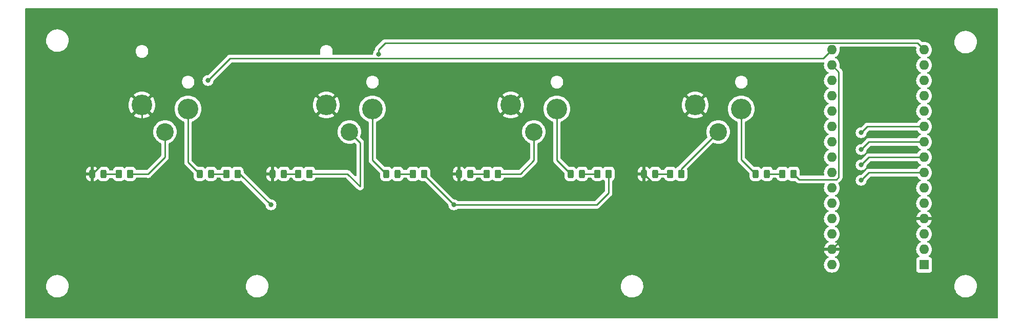
<source format=gbr>
%TF.GenerationSoftware,KiCad,Pcbnew,7.0.9*%
%TF.CreationDate,2023-12-01T11:37:00-08:00*%
%TF.ProjectId,gameshow_v4,67616d65-7368-46f7-975f-76342e6b6963,rev?*%
%TF.SameCoordinates,Original*%
%TF.FileFunction,Copper,L1,Top*%
%TF.FilePolarity,Positive*%
%FSLAX46Y46*%
G04 Gerber Fmt 4.6, Leading zero omitted, Abs format (unit mm)*
G04 Created by KiCad (PCBNEW 7.0.9) date 2023-12-01 11:37:00*
%MOMM*%
%LPD*%
G01*
G04 APERTURE LIST*
G04 Aperture macros list*
%AMRoundRect*
0 Rectangle with rounded corners*
0 $1 Rounding radius*
0 $2 $3 $4 $5 $6 $7 $8 $9 X,Y pos of 4 corners*
0 Add a 4 corners polygon primitive as box body*
4,1,4,$2,$3,$4,$5,$6,$7,$8,$9,$2,$3,0*
0 Add four circle primitives for the rounded corners*
1,1,$1+$1,$2,$3*
1,1,$1+$1,$4,$5*
1,1,$1+$1,$6,$7*
1,1,$1+$1,$8,$9*
0 Add four rect primitives between the rounded corners*
20,1,$1+$1,$2,$3,$4,$5,0*
20,1,$1+$1,$4,$5,$6,$7,0*
20,1,$1+$1,$6,$7,$8,$9,0*
20,1,$1+$1,$8,$9,$2,$3,0*%
G04 Aperture macros list end*
%TA.AperFunction,SMDPad,CuDef*%
%ADD10RoundRect,0.250000X0.262500X0.450000X-0.262500X0.450000X-0.262500X-0.450000X0.262500X-0.450000X0*%
%TD*%
%TA.AperFunction,SMDPad,CuDef*%
%ADD11RoundRect,0.243750X-0.243750X-0.456250X0.243750X-0.456250X0.243750X0.456250X-0.243750X0.456250X0*%
%TD*%
%TA.AperFunction,ComponentPad*%
%ADD12R,1.600000X1.600000*%
%TD*%
%TA.AperFunction,ComponentPad*%
%ADD13O,1.600000X1.600000*%
%TD*%
%TA.AperFunction,ComponentPad*%
%ADD14C,3.400000*%
%TD*%
%TA.AperFunction,ComponentPad*%
%ADD15C,2.900000*%
%TD*%
%TA.AperFunction,SMDPad,CuDef*%
%ADD16RoundRect,0.250000X-0.262500X-0.450000X0.262500X-0.450000X0.262500X0.450000X-0.262500X0.450000X0*%
%TD*%
%TA.AperFunction,ViaPad*%
%ADD17C,0.800000*%
%TD*%
%TA.AperFunction,Conductor*%
%ADD18C,0.250000*%
%TD*%
G04 APERTURE END LIST*
D10*
%TO.P,R8,1*%
%TO.N,+3V3*%
X196596000Y-81235000D03*
%TO.P,R8,2*%
%TO.N,Net-(D8-A)*%
X194771000Y-81235000D03*
%TD*%
D11*
%TO.P,D4,1,K*%
%TO.N,P2_SW*%
X129272500Y-81235000D03*
%TO.P,D4,2,A*%
%TO.N,Net-(D4-A)*%
X131147500Y-81235000D03*
%TD*%
%TO.P,D8,1,K*%
%TO.N,P4_SW*%
X190336000Y-81235000D03*
%TO.P,D8,2,A*%
%TO.N,Net-(D8-A)*%
X192211000Y-81235000D03*
%TD*%
D12*
%TO.P,A1,1,D1/TX*%
%TO.N,unconnected-(A1-D1{slash}TX-Pad1)*%
X218176000Y-96266000D03*
D13*
%TO.P,A1,2,D0/RX*%
%TO.N,unconnected-(A1-D0{slash}RX-Pad2)*%
X218176000Y-93726000D03*
%TO.P,A1,3,~{RESET}*%
%TO.N,unconnected-(A1-~{RESET}-Pad3)*%
X218176000Y-91186000D03*
%TO.P,A1,4,GND*%
%TO.N,GND*%
X218176000Y-88646000D03*
%TO.P,A1,5,D2*%
%TO.N,unconnected-(A1-D2-Pad5)*%
X218176000Y-86106000D03*
%TO.P,A1,6,D3*%
%TO.N,unconnected-(A1-D3-Pad6)*%
X218176000Y-83566000D03*
%TO.P,A1,7,D4*%
%TO.N,P1_LED*%
X218176000Y-81026000D03*
%TO.P,A1,8,D5*%
%TO.N,P2_LED*%
X218176000Y-78486000D03*
%TO.P,A1,9,D6*%
%TO.N,P3_LED*%
X218176000Y-75946000D03*
%TO.P,A1,10,D7*%
%TO.N,P4_LED*%
X218176000Y-73406000D03*
%TO.P,A1,11,D8*%
%TO.N,unconnected-(A1-D8-Pad11)*%
X218176000Y-70866000D03*
%TO.P,A1,12,D9*%
%TO.N,unconnected-(A1-D9-Pad12)*%
X218176000Y-68326000D03*
%TO.P,A1,13,D10*%
%TO.N,P4_SW*%
X218176000Y-65786000D03*
%TO.P,A1,14,D11*%
%TO.N,P3_SW*%
X218176000Y-63246000D03*
%TO.P,A1,15,D12*%
%TO.N,P2_SW*%
X218176000Y-60706000D03*
%TO.P,A1,16,D13*%
%TO.N,P1_SW*%
X202936000Y-60706000D03*
%TO.P,A1,17,3V3*%
%TO.N,+3V3*%
X202936000Y-63246000D03*
%TO.P,A1,18,AREF*%
%TO.N,unconnected-(A1-AREF-Pad18)*%
X202936000Y-65786000D03*
%TO.P,A1,19,A0*%
%TO.N,unconnected-(A1-A0-Pad19)*%
X202936000Y-68326000D03*
%TO.P,A1,20,A1*%
%TO.N,unconnected-(A1-A1-Pad20)*%
X202936000Y-70866000D03*
%TO.P,A1,21,A2*%
%TO.N,unconnected-(A1-A2-Pad21)*%
X202936000Y-73406000D03*
%TO.P,A1,22,A3*%
%TO.N,unconnected-(A1-A3-Pad22)*%
X202936000Y-75946000D03*
%TO.P,A1,23,A4*%
%TO.N,unconnected-(A1-A4-Pad23)*%
X202936000Y-78486000D03*
%TO.P,A1,24,A5*%
%TO.N,unconnected-(A1-A5-Pad24)*%
X202936000Y-81026000D03*
%TO.P,A1,25,A6*%
%TO.N,unconnected-(A1-A6-Pad25)*%
X202936000Y-83566000D03*
%TO.P,A1,26,A7*%
%TO.N,unconnected-(A1-A7-Pad26)*%
X202936000Y-86106000D03*
%TO.P,A1,27,+5V*%
%TO.N,unconnected-(A1-+5V-Pad27)*%
X202936000Y-88646000D03*
%TO.P,A1,28,~{RESET}*%
%TO.N,unconnected-(A1-~{RESET}-Pad28)*%
X202936000Y-91186000D03*
%TO.P,A1,29,GND*%
%TO.N,GND*%
X202936000Y-93726000D03*
%TO.P,A1,30,VIN*%
%TO.N,unconnected-(A1-VIN-Pad30)*%
X202936000Y-96266000D03*
%TD*%
D14*
%TO.P,J3,1*%
%TO.N,GND*%
X149860000Y-69850000D03*
%TO.P,J3,2*%
%TO.N,P3_SW*%
X157480000Y-70485000D03*
D15*
%TO.P,J3,3*%
%TO.N,P3_LED*%
X153670000Y-74300000D03*
%TD*%
D11*
%TO.P,D6,1,K*%
%TO.N,GND*%
X141314000Y-81235000D03*
%TO.P,D6,2,A*%
%TO.N,Net-(D6-A)*%
X143189000Y-81235000D03*
%TD*%
D16*
%TO.P,R4,1*%
%TO.N,Net-(D2-A)*%
X114761000Y-81235000D03*
%TO.P,R4,2*%
%TO.N,P2_LED*%
X116586000Y-81235000D03*
%TD*%
%TO.P,R5,1*%
%TO.N,Net-(D6-A)*%
X145899500Y-81235000D03*
%TO.P,R5,2*%
%TO.N,P3_LED*%
X147724500Y-81235000D03*
%TD*%
D11*
%TO.P,D2,1,K*%
%TO.N,GND*%
X110490000Y-81235000D03*
%TO.P,D2,2,A*%
%TO.N,Net-(D2-A)*%
X112365000Y-81235000D03*
%TD*%
D10*
%TO.P,R2,1*%
%TO.N,+3V3*%
X104695000Y-81235000D03*
%TO.P,R2,2*%
%TO.N,Net-(D3-A)*%
X102870000Y-81235000D03*
%TD*%
D16*
%TO.P,R6,1*%
%TO.N,Net-(D7-A)*%
X176229000Y-81235000D03*
%TO.P,R6,2*%
%TO.N,P4_LED*%
X178054000Y-81235000D03*
%TD*%
D14*
%TO.P,J1,1*%
%TO.N,GND*%
X88900000Y-69850000D03*
%TO.P,J1,2*%
%TO.N,P1_SW*%
X96520000Y-70485000D03*
D15*
%TO.P,J1,3*%
%TO.N,P1_LED*%
X92710000Y-74300000D03*
%TD*%
D11*
%TO.P,D3,1,K*%
%TO.N,P1_SW*%
X98435000Y-81235000D03*
%TO.P,D3,2,A*%
%TO.N,Net-(D3-A)*%
X100310000Y-81235000D03*
%TD*%
%TO.P,D1,1,K*%
%TO.N,GND*%
X80675000Y-81235000D03*
%TO.P,D1,2,A*%
%TO.N,Net-(D1-A)*%
X82550000Y-81235000D03*
%TD*%
D10*
%TO.P,R7,1*%
%TO.N,+3V3*%
X166026000Y-81235000D03*
%TO.P,R7,2*%
%TO.N,Net-(D5-A)*%
X164201000Y-81235000D03*
%TD*%
D14*
%TO.P,J4,1*%
%TO.N,GND*%
X180340000Y-69850000D03*
%TO.P,J4,2*%
%TO.N,P4_SW*%
X187960000Y-70485000D03*
D15*
%TO.P,J4,3*%
%TO.N,P4_LED*%
X184150000Y-74300000D03*
%TD*%
D16*
%TO.P,R1,1*%
%TO.N,Net-(D1-A)*%
X85110000Y-81235000D03*
%TO.P,R1,2*%
%TO.N,P1_LED*%
X86935000Y-81235000D03*
%TD*%
D11*
%TO.P,D7,1,K*%
%TO.N,GND*%
X171861000Y-81235000D03*
%TO.P,D7,2,A*%
%TO.N,Net-(D7-A)*%
X173736000Y-81235000D03*
%TD*%
D10*
%TO.P,R3,1*%
%TO.N,+3V3*%
X135532500Y-81235000D03*
%TO.P,R3,2*%
%TO.N,Net-(D4-A)*%
X133707500Y-81235000D03*
%TD*%
D14*
%TO.P,J2,1*%
%TO.N,GND*%
X119380000Y-69850000D03*
%TO.P,J2,2*%
%TO.N,P2_SW*%
X127000000Y-70485000D03*
D15*
%TO.P,J2,3*%
%TO.N,P2_LED*%
X123190000Y-74300000D03*
%TD*%
D11*
%TO.P,D5,1,K*%
%TO.N,P3_SW*%
X159766000Y-81235000D03*
%TO.P,D5,2,A*%
%TO.N,Net-(D5-A)*%
X161641000Y-81235000D03*
%TD*%
D17*
%TO.N,P1_LED*%
X207772000Y-82296000D03*
%TO.N,P2_LED*%
X207772000Y-79756000D03*
%TO.N,P3_LED*%
X207772000Y-77216000D03*
%TO.N,P4_LED*%
X207772000Y-74422000D03*
%TO.N,+3V3*%
X140462000Y-86360000D03*
X110236000Y-86360000D03*
%TO.N,P1_SW*%
X99822000Y-65786000D03*
%TO.N,P2_SW*%
X128016000Y-61410500D03*
%TD*%
D18*
%TO.N,GND*%
X171861000Y-78329000D02*
X171861000Y-81235000D01*
X121354000Y-67876000D02*
X119380000Y-69850000D01*
X149860000Y-69850000D02*
X141314000Y-78396000D01*
X171861000Y-81235000D02*
X184352000Y-93726000D01*
X178640000Y-68150000D02*
X151560000Y-68150000D01*
X130794000Y-67876000D02*
X121354000Y-67876000D01*
X119380000Y-69850000D02*
X117680000Y-68150000D01*
X141314000Y-78396000D02*
X141314000Y-81235000D01*
X88900000Y-69850000D02*
X88900000Y-73010000D01*
X180340000Y-69850000D02*
X171861000Y-78329000D01*
X110490000Y-78740000D02*
X110490000Y-80518000D01*
X180340000Y-69850000D02*
X178640000Y-68150000D01*
X184352000Y-93726000D02*
X202936000Y-93726000D01*
X90600000Y-68150000D02*
X88900000Y-69850000D01*
X119380000Y-69850000D02*
X110490000Y-78740000D01*
X208016000Y-88646000D02*
X202936000Y-93726000D01*
X151560000Y-68150000D02*
X149860000Y-69850000D01*
X117680000Y-68150000D02*
X90600000Y-68150000D01*
X88900000Y-73010000D02*
X80675000Y-81235000D01*
X218176000Y-88646000D02*
X208016000Y-88646000D01*
X141314000Y-78396000D02*
X130794000Y-67876000D01*
%TO.N,P1_LED*%
X218176000Y-81026000D02*
X209042000Y-81026000D01*
X92710000Y-74300000D02*
X92710000Y-78486000D01*
X89916000Y-81280000D02*
X89871000Y-81235000D01*
X89871000Y-81235000D02*
X86935000Y-81235000D01*
X209042000Y-81026000D02*
X207772000Y-82296000D01*
X92710000Y-78486000D02*
X89916000Y-81280000D01*
%TO.N,P2_LED*%
X123190000Y-74300000D02*
X124968000Y-76078000D01*
X124968000Y-76078000D02*
X124968000Y-83312000D01*
X218176000Y-78486000D02*
X209042000Y-78486000D01*
X209042000Y-78486000D02*
X207772000Y-79756000D01*
X122891000Y-81235000D02*
X116586000Y-81235000D01*
X124968000Y-83312000D02*
X122891000Y-81235000D01*
%TO.N,P3_LED*%
X218176000Y-75946000D02*
X209042000Y-75946000D01*
X209042000Y-75946000D02*
X207772000Y-77216000D01*
X153670000Y-78994000D02*
X153670000Y-74300000D01*
X151429000Y-81235000D02*
X153670000Y-78994000D01*
X147724500Y-81235000D02*
X151429000Y-81235000D01*
%TO.N,P4_LED*%
X178054000Y-80396000D02*
X178054000Y-81235000D01*
X218176000Y-73406000D02*
X208788000Y-73406000D01*
X208788000Y-73406000D02*
X207772000Y-74422000D01*
X184150000Y-74300000D02*
X178054000Y-80396000D01*
%TO.N,+3V3*%
X204061000Y-64371000D02*
X204061000Y-81781991D01*
X135532500Y-81430500D02*
X140462000Y-86360000D01*
X104695000Y-81235000D02*
X105111000Y-81235000D01*
X135532500Y-81235000D02*
X135532500Y-81430500D01*
X164084000Y-86360000D02*
X166026000Y-84418000D01*
X105111000Y-81235000D02*
X110236000Y-86360000D01*
X166026000Y-84418000D02*
X166026000Y-81235000D01*
X203691991Y-82151000D02*
X197512000Y-82151000D01*
X202936000Y-63246000D02*
X204061000Y-64371000D01*
X140462000Y-86360000D02*
X164084000Y-86360000D01*
X197512000Y-82151000D02*
X196596000Y-81235000D01*
X204061000Y-81781991D02*
X203691991Y-82151000D01*
%TO.N,P1_SW*%
X96520000Y-70485000D02*
X96520000Y-79320000D01*
X103473000Y-62135000D02*
X99822000Y-65786000D01*
X202936000Y-60706000D02*
X201507000Y-62135000D01*
X201507000Y-62135000D02*
X103473000Y-62135000D01*
X96520000Y-79320000D02*
X98435000Y-81235000D01*
%TO.N,P2_SW*%
X129141000Y-59581000D02*
X129032000Y-59690000D01*
X129032000Y-59690000D02*
X128016000Y-60706000D01*
X127000000Y-78962500D02*
X129272500Y-81235000D01*
X218176000Y-60706000D02*
X217051000Y-59581000D01*
X127000000Y-70485000D02*
X127000000Y-78962500D01*
X217051000Y-59581000D02*
X129141000Y-59581000D01*
X128016000Y-60706000D02*
X128016000Y-61410500D01*
%TO.N,P3_SW*%
X157480000Y-70485000D02*
X157480000Y-78949000D01*
X157480000Y-78949000D02*
X159766000Y-81235000D01*
%TO.N,P4_SW*%
X187960000Y-78859000D02*
X190336000Y-81235000D01*
X187960000Y-70485000D02*
X187960000Y-78859000D01*
%TO.N,Net-(D1-A)*%
X85065000Y-81280000D02*
X85110000Y-81235000D01*
X82550000Y-81280000D02*
X85065000Y-81280000D01*
%TO.N,Net-(D2-A)*%
X112365000Y-81235000D02*
X114761000Y-81235000D01*
%TO.N,Net-(D3-A)*%
X100310000Y-81235000D02*
X102870000Y-81235000D01*
%TO.N,Net-(D4-A)*%
X131147500Y-81235000D02*
X133707500Y-81235000D01*
%TO.N,Net-(D5-A)*%
X161641000Y-81235000D02*
X164201000Y-81235000D01*
%TO.N,Net-(D6-A)*%
X143189000Y-81235000D02*
X145899500Y-81235000D01*
%TO.N,Net-(D7-A)*%
X173736000Y-81235000D02*
X176229000Y-81235000D01*
%TO.N,Net-(D8-A)*%
X194771000Y-81235000D02*
X192211000Y-81235000D01*
%TD*%
%TA.AperFunction,Conductor*%
%TO.N,GND*%
G36*
X230320539Y-53868185D02*
G01*
X230366294Y-53920989D01*
X230377500Y-53972500D01*
X230377500Y-105031500D01*
X230357815Y-105098539D01*
X230305011Y-105144294D01*
X230253500Y-105155500D01*
X69720500Y-105155500D01*
X69653461Y-105135815D01*
X69607706Y-105083011D01*
X69596500Y-105031500D01*
X69596500Y-99889763D01*
X73075787Y-99889763D01*
X73105413Y-100159013D01*
X73105415Y-100159024D01*
X73173926Y-100421082D01*
X73173928Y-100421088D01*
X73279870Y-100670390D01*
X73351998Y-100788575D01*
X73420979Y-100901605D01*
X73420986Y-100901615D01*
X73594253Y-101109819D01*
X73594259Y-101109824D01*
X73795998Y-101290582D01*
X74021910Y-101440044D01*
X74267176Y-101555020D01*
X74267183Y-101555022D01*
X74267185Y-101555023D01*
X74526557Y-101633057D01*
X74526564Y-101633058D01*
X74526569Y-101633060D01*
X74794561Y-101672500D01*
X74794566Y-101672500D01*
X74997636Y-101672500D01*
X75049133Y-101668730D01*
X75200156Y-101657677D01*
X75312758Y-101632593D01*
X75464546Y-101598782D01*
X75464548Y-101598781D01*
X75464553Y-101598780D01*
X75717558Y-101502014D01*
X75953777Y-101369441D01*
X76168177Y-101203888D01*
X76356186Y-101008881D01*
X76513799Y-100788579D01*
X76587787Y-100644669D01*
X76637649Y-100547690D01*
X76637651Y-100547684D01*
X76637656Y-100547675D01*
X76725118Y-100291305D01*
X76774319Y-100024933D01*
X76779259Y-99889763D01*
X106095787Y-99889763D01*
X106125413Y-100159013D01*
X106125415Y-100159024D01*
X106193926Y-100421082D01*
X106193928Y-100421088D01*
X106299870Y-100670390D01*
X106371998Y-100788575D01*
X106440979Y-100901605D01*
X106440986Y-100901615D01*
X106614253Y-101109819D01*
X106614259Y-101109824D01*
X106815998Y-101290582D01*
X107041910Y-101440044D01*
X107287176Y-101555020D01*
X107287183Y-101555022D01*
X107287185Y-101555023D01*
X107546557Y-101633057D01*
X107546564Y-101633058D01*
X107546569Y-101633060D01*
X107814561Y-101672500D01*
X107814566Y-101672500D01*
X108017636Y-101672500D01*
X108069133Y-101668730D01*
X108220156Y-101657677D01*
X108332758Y-101632593D01*
X108484546Y-101598782D01*
X108484548Y-101598781D01*
X108484553Y-101598780D01*
X108737558Y-101502014D01*
X108973777Y-101369441D01*
X109188177Y-101203888D01*
X109376186Y-101008881D01*
X109533799Y-100788579D01*
X109607787Y-100644669D01*
X109657649Y-100547690D01*
X109657651Y-100547684D01*
X109657656Y-100547675D01*
X109745118Y-100291305D01*
X109794319Y-100024933D01*
X109799259Y-99889763D01*
X168055787Y-99889763D01*
X168085413Y-100159013D01*
X168085415Y-100159024D01*
X168153926Y-100421082D01*
X168153928Y-100421088D01*
X168259870Y-100670390D01*
X168331998Y-100788575D01*
X168400979Y-100901605D01*
X168400986Y-100901615D01*
X168574253Y-101109819D01*
X168574259Y-101109824D01*
X168775998Y-101290582D01*
X169001910Y-101440044D01*
X169247176Y-101555020D01*
X169247183Y-101555022D01*
X169247185Y-101555023D01*
X169506557Y-101633057D01*
X169506564Y-101633058D01*
X169506569Y-101633060D01*
X169774561Y-101672500D01*
X169774566Y-101672500D01*
X169977636Y-101672500D01*
X170029133Y-101668730D01*
X170180156Y-101657677D01*
X170292758Y-101632593D01*
X170444546Y-101598782D01*
X170444548Y-101598781D01*
X170444553Y-101598780D01*
X170697558Y-101502014D01*
X170933777Y-101369441D01*
X171148177Y-101203888D01*
X171336186Y-101008881D01*
X171493799Y-100788579D01*
X171567787Y-100644669D01*
X171617649Y-100547690D01*
X171617651Y-100547684D01*
X171617656Y-100547675D01*
X171705118Y-100291305D01*
X171754319Y-100024933D01*
X171759259Y-99889763D01*
X223189787Y-99889763D01*
X223219413Y-100159013D01*
X223219415Y-100159024D01*
X223287926Y-100421082D01*
X223287928Y-100421088D01*
X223393870Y-100670390D01*
X223465998Y-100788575D01*
X223534979Y-100901605D01*
X223534986Y-100901615D01*
X223708253Y-101109819D01*
X223708259Y-101109824D01*
X223909998Y-101290582D01*
X224135910Y-101440044D01*
X224381176Y-101555020D01*
X224381183Y-101555022D01*
X224381185Y-101555023D01*
X224640557Y-101633057D01*
X224640564Y-101633058D01*
X224640569Y-101633060D01*
X224908561Y-101672500D01*
X224908566Y-101672500D01*
X225111636Y-101672500D01*
X225163133Y-101668730D01*
X225314156Y-101657677D01*
X225426758Y-101632593D01*
X225578546Y-101598782D01*
X225578548Y-101598781D01*
X225578553Y-101598780D01*
X225831558Y-101502014D01*
X226067777Y-101369441D01*
X226282177Y-101203888D01*
X226470186Y-101008881D01*
X226627799Y-100788579D01*
X226701787Y-100644669D01*
X226751649Y-100547690D01*
X226751651Y-100547684D01*
X226751656Y-100547675D01*
X226839118Y-100291305D01*
X226888319Y-100024933D01*
X226898212Y-99754235D01*
X226868586Y-99484982D01*
X226800072Y-99222912D01*
X226694130Y-98973610D01*
X226553018Y-98742390D01*
X226463747Y-98635119D01*
X226379746Y-98534180D01*
X226379740Y-98534175D01*
X226178002Y-98353418D01*
X225952092Y-98203957D01*
X225952090Y-98203956D01*
X225706824Y-98088980D01*
X225706819Y-98088978D01*
X225706814Y-98088976D01*
X225447442Y-98010942D01*
X225447428Y-98010939D01*
X225331791Y-97993921D01*
X225179439Y-97971500D01*
X224976369Y-97971500D01*
X224976364Y-97971500D01*
X224773844Y-97986323D01*
X224773831Y-97986325D01*
X224509453Y-98045217D01*
X224509446Y-98045220D01*
X224256439Y-98141987D01*
X224020226Y-98274557D01*
X223805822Y-98440112D01*
X223617822Y-98635109D01*
X223617816Y-98635116D01*
X223460202Y-98855419D01*
X223460199Y-98855424D01*
X223336350Y-99096309D01*
X223336343Y-99096327D01*
X223248884Y-99352685D01*
X223248881Y-99352699D01*
X223199681Y-99619068D01*
X223199680Y-99619075D01*
X223189787Y-99889763D01*
X171759259Y-99889763D01*
X171764212Y-99754235D01*
X171734586Y-99484982D01*
X171666072Y-99222912D01*
X171560130Y-98973610D01*
X171419018Y-98742390D01*
X171329747Y-98635119D01*
X171245746Y-98534180D01*
X171245740Y-98534175D01*
X171044002Y-98353418D01*
X170818092Y-98203957D01*
X170818090Y-98203956D01*
X170572824Y-98088980D01*
X170572819Y-98088978D01*
X170572814Y-98088976D01*
X170313442Y-98010942D01*
X170313428Y-98010939D01*
X170197791Y-97993921D01*
X170045439Y-97971500D01*
X169842369Y-97971500D01*
X169842364Y-97971500D01*
X169639844Y-97986323D01*
X169639831Y-97986325D01*
X169375453Y-98045217D01*
X169375446Y-98045220D01*
X169122439Y-98141987D01*
X168886226Y-98274557D01*
X168671822Y-98440112D01*
X168483822Y-98635109D01*
X168483816Y-98635116D01*
X168326202Y-98855419D01*
X168326199Y-98855424D01*
X168202350Y-99096309D01*
X168202343Y-99096327D01*
X168114884Y-99352685D01*
X168114881Y-99352699D01*
X168065681Y-99619068D01*
X168065680Y-99619075D01*
X168055787Y-99889763D01*
X109799259Y-99889763D01*
X109804212Y-99754235D01*
X109774586Y-99484982D01*
X109706072Y-99222912D01*
X109600130Y-98973610D01*
X109459018Y-98742390D01*
X109369747Y-98635119D01*
X109285746Y-98534180D01*
X109285740Y-98534175D01*
X109084002Y-98353418D01*
X108858092Y-98203957D01*
X108858090Y-98203956D01*
X108612824Y-98088980D01*
X108612819Y-98088978D01*
X108612814Y-98088976D01*
X108353442Y-98010942D01*
X108353428Y-98010939D01*
X108237791Y-97993921D01*
X108085439Y-97971500D01*
X107882369Y-97971500D01*
X107882364Y-97971500D01*
X107679844Y-97986323D01*
X107679831Y-97986325D01*
X107415453Y-98045217D01*
X107415446Y-98045220D01*
X107162439Y-98141987D01*
X106926226Y-98274557D01*
X106711822Y-98440112D01*
X106523822Y-98635109D01*
X106523816Y-98635116D01*
X106366202Y-98855419D01*
X106366199Y-98855424D01*
X106242350Y-99096309D01*
X106242343Y-99096327D01*
X106154884Y-99352685D01*
X106154881Y-99352699D01*
X106105681Y-99619068D01*
X106105680Y-99619075D01*
X106095787Y-99889763D01*
X76779259Y-99889763D01*
X76784212Y-99754235D01*
X76754586Y-99484982D01*
X76686072Y-99222912D01*
X76580130Y-98973610D01*
X76439018Y-98742390D01*
X76349747Y-98635119D01*
X76265746Y-98534180D01*
X76265740Y-98534175D01*
X76064002Y-98353418D01*
X75838092Y-98203957D01*
X75838090Y-98203956D01*
X75592824Y-98088980D01*
X75592819Y-98088978D01*
X75592814Y-98088976D01*
X75333442Y-98010942D01*
X75333428Y-98010939D01*
X75217791Y-97993921D01*
X75065439Y-97971500D01*
X74862369Y-97971500D01*
X74862364Y-97971500D01*
X74659844Y-97986323D01*
X74659831Y-97986325D01*
X74395453Y-98045217D01*
X74395446Y-98045220D01*
X74142439Y-98141987D01*
X73906226Y-98274557D01*
X73691822Y-98440112D01*
X73503822Y-98635109D01*
X73503816Y-98635116D01*
X73346202Y-98855419D01*
X73346199Y-98855424D01*
X73222350Y-99096309D01*
X73222343Y-99096327D01*
X73134884Y-99352685D01*
X73134881Y-99352699D01*
X73085681Y-99619068D01*
X73085680Y-99619075D01*
X73075787Y-99889763D01*
X69596500Y-99889763D01*
X69596500Y-81485000D01*
X79687500Y-81485000D01*
X79687500Y-81740815D01*
X79697907Y-81842673D01*
X79752594Y-82007709D01*
X79752596Y-82007714D01*
X79843870Y-82155691D01*
X79966808Y-82278629D01*
X80114785Y-82369903D01*
X80114790Y-82369905D01*
X80279826Y-82424592D01*
X80381684Y-82434999D01*
X80381697Y-82435000D01*
X80425000Y-82435000D01*
X80925000Y-82435000D01*
X80968303Y-82435000D01*
X80968315Y-82434999D01*
X81070173Y-82424592D01*
X81235209Y-82369905D01*
X81235214Y-82369903D01*
X81383191Y-82278629D01*
X81506128Y-82155692D01*
X81506659Y-82154832D01*
X81507180Y-82154363D01*
X81510612Y-82150023D01*
X81511353Y-82150608D01*
X81558601Y-82108102D01*
X81627563Y-82096872D01*
X81691648Y-82124708D01*
X81713913Y-82150398D01*
X81713993Y-82150336D01*
X81715390Y-82152103D01*
X81717738Y-82154812D01*
X81718468Y-82155995D01*
X81718474Y-82156003D01*
X81841496Y-82279025D01*
X81841500Y-82279028D01*
X81989566Y-82370357D01*
X81989569Y-82370358D01*
X81989575Y-82370362D01*
X82154725Y-82425087D01*
X82256652Y-82435500D01*
X82256657Y-82435500D01*
X82843343Y-82435500D01*
X82843348Y-82435500D01*
X82945275Y-82425087D01*
X83110425Y-82370362D01*
X83258503Y-82279026D01*
X83381526Y-82156003D01*
X83472862Y-82007925D01*
X83478637Y-81990495D01*
X83518410Y-81933051D01*
X83582926Y-81906228D01*
X83596343Y-81905500D01*
X84040395Y-81905500D01*
X84107434Y-81925185D01*
X84153189Y-81977989D01*
X84158101Y-81990496D01*
X84162685Y-82004331D01*
X84162687Y-82004336D01*
X84193880Y-82054908D01*
X84254788Y-82153656D01*
X84378844Y-82277712D01*
X84528166Y-82369814D01*
X84694703Y-82424999D01*
X84797491Y-82435500D01*
X85422508Y-82435499D01*
X85422516Y-82435498D01*
X85422519Y-82435498D01*
X85478802Y-82429748D01*
X85525297Y-82424999D01*
X85691834Y-82369814D01*
X85841156Y-82277712D01*
X85934819Y-82184049D01*
X85996142Y-82150564D01*
X86065834Y-82155548D01*
X86110181Y-82184049D01*
X86203844Y-82277712D01*
X86353166Y-82369814D01*
X86519703Y-82424999D01*
X86622491Y-82435500D01*
X87247508Y-82435499D01*
X87247516Y-82435498D01*
X87247519Y-82435498D01*
X87303802Y-82429748D01*
X87350297Y-82424999D01*
X87516834Y-82369814D01*
X87666156Y-82277712D01*
X87790212Y-82153656D01*
X87882314Y-82004334D01*
X87901811Y-81945493D01*
X87941584Y-81888051D01*
X88006100Y-81861228D01*
X88019517Y-81860500D01*
X89647745Y-81860500D01*
X89694665Y-81871765D01*
X89695101Y-81870557D01*
X89702432Y-81873197D01*
X89702433Y-81873197D01*
X89702435Y-81873198D01*
X89710413Y-81874981D01*
X89732603Y-81882191D01*
X89740105Y-81885438D01*
X89796846Y-81894424D01*
X89800627Y-81895146D01*
X89856667Y-81907673D01*
X89864835Y-81907416D01*
X89888124Y-81908881D01*
X89896196Y-81910160D01*
X89896197Y-81910159D01*
X89896199Y-81910160D01*
X89896200Y-81910160D01*
X89939063Y-81906107D01*
X89953358Y-81904755D01*
X89957224Y-81904512D01*
X90014627Y-81902709D01*
X90022467Y-81900430D01*
X90045400Y-81896055D01*
X90053533Y-81895287D01*
X90107586Y-81875826D01*
X90111212Y-81874647D01*
X90166390Y-81858618D01*
X90173417Y-81854461D01*
X90194541Y-81844521D01*
X90202229Y-81841754D01*
X90249744Y-81809461D01*
X90252997Y-81807397D01*
X90302420Y-81778170D01*
X90308189Y-81772400D01*
X90326182Y-81757514D01*
X90332938Y-81752924D01*
X90370929Y-81709829D01*
X90373564Y-81707024D01*
X93093786Y-78986802D01*
X93106048Y-78976980D01*
X93105865Y-78976759D01*
X93111867Y-78971792D01*
X93111877Y-78971786D01*
X93159241Y-78921348D01*
X93180120Y-78900470D01*
X93184373Y-78894986D01*
X93188150Y-78890563D01*
X93220062Y-78856582D01*
X93229714Y-78839023D01*
X93240389Y-78822772D01*
X93252674Y-78806936D01*
X93271186Y-78764152D01*
X93273742Y-78758935D01*
X93296197Y-78718092D01*
X93301180Y-78698680D01*
X93307477Y-78680291D01*
X93315438Y-78661895D01*
X93322729Y-78615853D01*
X93323908Y-78610162D01*
X93335500Y-78565019D01*
X93335500Y-78544983D01*
X93337027Y-78525582D01*
X93340160Y-78505804D01*
X93335775Y-78459415D01*
X93335500Y-78453577D01*
X93335500Y-76234549D01*
X93355185Y-76167510D01*
X93407989Y-76121755D01*
X93416152Y-76118373D01*
X93522337Y-76078769D01*
X93767213Y-75945056D01*
X93990568Y-75777855D01*
X94187855Y-75580568D01*
X94355056Y-75357213D01*
X94488769Y-75112337D01*
X94586271Y-74850923D01*
X94645578Y-74578294D01*
X94665482Y-74300000D01*
X94645578Y-74021706D01*
X94586271Y-73749077D01*
X94488769Y-73487663D01*
X94444177Y-73406000D01*
X94355059Y-73242792D01*
X94355054Y-73242784D01*
X94187861Y-73019439D01*
X94187845Y-73019421D01*
X93990578Y-72822154D01*
X93990560Y-72822138D01*
X93767215Y-72654945D01*
X93767207Y-72654940D01*
X93522342Y-72521233D01*
X93522338Y-72521231D01*
X93423230Y-72484266D01*
X93260923Y-72423729D01*
X93260919Y-72423728D01*
X93260916Y-72423727D01*
X92988299Y-72364422D01*
X92710001Y-72344518D01*
X92709999Y-72344518D01*
X92431700Y-72364422D01*
X92159083Y-72423727D01*
X92159078Y-72423728D01*
X92159077Y-72423729D01*
X92095875Y-72447301D01*
X91897661Y-72521231D01*
X91897657Y-72521233D01*
X91652792Y-72654940D01*
X91652784Y-72654945D01*
X91429439Y-72822138D01*
X91429421Y-72822154D01*
X91232154Y-73019421D01*
X91232138Y-73019439D01*
X91064945Y-73242784D01*
X91064940Y-73242792D01*
X90931233Y-73487657D01*
X90931231Y-73487661D01*
X90833727Y-73749083D01*
X90774422Y-74021700D01*
X90754518Y-74299998D01*
X90754518Y-74300001D01*
X90774422Y-74578299D01*
X90826008Y-74815431D01*
X90833729Y-74850923D01*
X90872255Y-74954216D01*
X90931231Y-75112338D01*
X90931233Y-75112342D01*
X91064940Y-75357207D01*
X91064945Y-75357215D01*
X91232138Y-75580560D01*
X91232154Y-75580578D01*
X91429421Y-75777845D01*
X91429439Y-75777861D01*
X91652784Y-75945054D01*
X91652792Y-75945059D01*
X91897657Y-76078766D01*
X91897665Y-76078770D01*
X91927505Y-76089899D01*
X92003833Y-76118368D01*
X92059766Y-76160238D01*
X92084184Y-76225702D01*
X92084500Y-76234549D01*
X92084500Y-78175547D01*
X92064815Y-78242586D01*
X92048181Y-78263228D01*
X89738228Y-80573181D01*
X89676905Y-80606666D01*
X89650547Y-80609500D01*
X88019517Y-80609500D01*
X87952478Y-80589815D01*
X87906723Y-80537011D01*
X87901811Y-80524505D01*
X87901811Y-80524504D01*
X87882314Y-80465666D01*
X87790212Y-80316344D01*
X87666156Y-80192288D01*
X87516834Y-80100186D01*
X87350297Y-80045001D01*
X87350295Y-80045000D01*
X87247510Y-80034500D01*
X86622498Y-80034500D01*
X86622480Y-80034501D01*
X86519703Y-80045000D01*
X86519700Y-80045001D01*
X86353168Y-80100185D01*
X86353163Y-80100187D01*
X86203842Y-80192289D01*
X86110181Y-80285951D01*
X86048858Y-80319436D01*
X85979166Y-80314452D01*
X85934819Y-80285951D01*
X85841157Y-80192289D01*
X85841156Y-80192288D01*
X85691834Y-80100186D01*
X85525297Y-80045001D01*
X85525295Y-80045000D01*
X85422510Y-80034500D01*
X84797498Y-80034500D01*
X84797480Y-80034501D01*
X84694703Y-80045000D01*
X84694700Y-80045001D01*
X84528168Y-80100185D01*
X84528163Y-80100187D01*
X84378842Y-80192289D01*
X84254789Y-80316342D01*
X84162687Y-80465663D01*
X84162685Y-80465668D01*
X84160085Y-80473514D01*
X84128276Y-80569505D01*
X84088505Y-80626949D01*
X84023990Y-80653772D01*
X84010572Y-80654500D01*
X83626166Y-80654500D01*
X83559127Y-80634815D01*
X83513372Y-80582011D01*
X83508460Y-80569504D01*
X83507434Y-80566407D01*
X83472862Y-80462075D01*
X83472858Y-80462069D01*
X83472857Y-80462066D01*
X83381528Y-80314000D01*
X83381525Y-80313996D01*
X83258503Y-80190974D01*
X83258499Y-80190971D01*
X83110433Y-80099642D01*
X83110427Y-80099639D01*
X83110425Y-80099638D01*
X83079052Y-80089242D01*
X82945276Y-80044913D01*
X82843355Y-80034500D01*
X82843348Y-80034500D01*
X82256652Y-80034500D01*
X82256644Y-80034500D01*
X82154723Y-80044913D01*
X81989577Y-80099637D01*
X81989566Y-80099642D01*
X81841500Y-80190971D01*
X81841496Y-80190974D01*
X81718474Y-80313996D01*
X81718467Y-80314005D01*
X81717734Y-80315194D01*
X81717019Y-80315836D01*
X81713993Y-80319664D01*
X81713338Y-80319146D01*
X81665780Y-80361911D01*
X81596816Y-80373123D01*
X81532738Y-80345271D01*
X81510738Y-80319877D01*
X81510612Y-80319977D01*
X81508385Y-80317161D01*
X81506663Y-80315173D01*
X81506130Y-80314309D01*
X81383191Y-80191370D01*
X81235214Y-80100096D01*
X81235209Y-80100094D01*
X81070173Y-80045407D01*
X80968315Y-80035000D01*
X80925000Y-80035000D01*
X80925000Y-82435000D01*
X80425000Y-82435000D01*
X80425000Y-81485000D01*
X79687500Y-81485000D01*
X69596500Y-81485000D01*
X69596500Y-80985000D01*
X79687500Y-80985000D01*
X80425000Y-80985000D01*
X80425000Y-80035000D01*
X80381684Y-80035000D01*
X80279826Y-80045407D01*
X80114790Y-80100094D01*
X80114785Y-80100096D01*
X79966808Y-80191370D01*
X79843870Y-80314308D01*
X79752596Y-80462285D01*
X79752594Y-80462290D01*
X79697907Y-80627326D01*
X79687500Y-80729184D01*
X79687500Y-80985000D01*
X69596500Y-80985000D01*
X69596500Y-69850007D01*
X86695280Y-69850007D01*
X86714140Y-70137757D01*
X86714144Y-70137784D01*
X86770402Y-70420615D01*
X86770407Y-70420635D01*
X86863100Y-70693702D01*
X86863104Y-70693712D01*
X86990653Y-70952356D01*
X87150873Y-71192141D01*
X87150878Y-71192147D01*
X87175837Y-71220607D01*
X88183337Y-70213107D01*
X88270577Y-70351948D01*
X88398052Y-70479423D01*
X88536891Y-70566661D01*
X87529391Y-71574161D01*
X87529391Y-71574162D01*
X87557852Y-71599121D01*
X87557858Y-71599126D01*
X87797643Y-71759346D01*
X88056287Y-71886895D01*
X88056297Y-71886899D01*
X88329364Y-71979592D01*
X88329384Y-71979597D01*
X88612215Y-72035855D01*
X88612242Y-72035859D01*
X88899993Y-72054720D01*
X88900007Y-72054720D01*
X89187757Y-72035859D01*
X89187784Y-72035855D01*
X89470615Y-71979597D01*
X89470635Y-71979592D01*
X89743702Y-71886899D01*
X89743712Y-71886895D01*
X90002356Y-71759346D01*
X90242146Y-71599122D01*
X90270607Y-71574161D01*
X90270607Y-71574160D01*
X89263108Y-70566661D01*
X89401948Y-70479423D01*
X89529423Y-70351948D01*
X89616661Y-70213108D01*
X90624160Y-71220607D01*
X90624161Y-71220607D01*
X90649122Y-71192146D01*
X90809346Y-70952356D01*
X90936895Y-70693712D01*
X90936899Y-70693702D01*
X91007743Y-70485000D01*
X94314778Y-70485000D01*
X94324601Y-70634877D01*
X94333644Y-70772837D01*
X94333646Y-70772849D01*
X94389917Y-71055745D01*
X94389921Y-71055760D01*
X94482642Y-71328905D01*
X94610219Y-71587606D01*
X94610223Y-71587613D01*
X94770478Y-71827452D01*
X94960672Y-72044327D01*
X95177547Y-72234521D01*
X95417386Y-72394776D01*
X95417393Y-72394780D01*
X95676093Y-72522357D01*
X95676096Y-72522358D01*
X95676098Y-72522359D01*
X95810360Y-72567934D01*
X95867512Y-72608122D01*
X95893866Y-72672831D01*
X95894500Y-72685353D01*
X95894500Y-79237255D01*
X95892775Y-79252872D01*
X95893061Y-79252899D01*
X95892326Y-79260665D01*
X95894500Y-79329814D01*
X95894500Y-79359343D01*
X95894501Y-79359360D01*
X95895368Y-79366231D01*
X95895826Y-79372050D01*
X95897290Y-79418624D01*
X95897291Y-79418627D01*
X95902880Y-79437867D01*
X95906824Y-79456911D01*
X95909336Y-79476792D01*
X95926490Y-79520119D01*
X95928382Y-79525647D01*
X95941381Y-79570388D01*
X95951580Y-79587634D01*
X95960138Y-79605103D01*
X95967514Y-79623732D01*
X95994898Y-79661423D01*
X95998106Y-79666307D01*
X96021827Y-79706416D01*
X96021833Y-79706424D01*
X96035990Y-79720580D01*
X96048627Y-79735375D01*
X96060406Y-79751587D01*
X96090338Y-79776349D01*
X96096309Y-79781288D01*
X96100620Y-79785210D01*
X96762791Y-80447381D01*
X97410681Y-81095271D01*
X97444166Y-81156594D01*
X97447000Y-81182952D01*
X97447000Y-81740855D01*
X97457413Y-81842776D01*
X97512137Y-82007922D01*
X97512142Y-82007933D01*
X97603471Y-82155999D01*
X97603474Y-82156003D01*
X97726496Y-82279025D01*
X97726500Y-82279028D01*
X97874566Y-82370357D01*
X97874569Y-82370358D01*
X97874575Y-82370362D01*
X98039725Y-82425087D01*
X98141652Y-82435500D01*
X98141657Y-82435500D01*
X98728343Y-82435500D01*
X98728348Y-82435500D01*
X98830275Y-82425087D01*
X98995425Y-82370362D01*
X99143503Y-82279026D01*
X99266526Y-82156003D01*
X99266958Y-82155301D01*
X99267381Y-82154921D01*
X99271007Y-82150336D01*
X99271790Y-82150955D01*
X99318902Y-82108575D01*
X99387864Y-82097349D01*
X99451948Y-82125188D01*
X99473842Y-82150455D01*
X99473993Y-82150336D01*
X99476643Y-82153687D01*
X99478040Y-82155299D01*
X99478469Y-82155995D01*
X99478475Y-82156004D01*
X99601496Y-82279025D01*
X99601500Y-82279028D01*
X99749566Y-82370357D01*
X99749569Y-82370358D01*
X99749575Y-82370362D01*
X99914725Y-82425087D01*
X100016652Y-82435500D01*
X100016657Y-82435500D01*
X100603343Y-82435500D01*
X100603348Y-82435500D01*
X100705275Y-82425087D01*
X100870425Y-82370362D01*
X101018503Y-82279026D01*
X101141526Y-82156003D01*
X101232862Y-82007925D01*
X101253549Y-81945495D01*
X101293322Y-81888051D01*
X101357838Y-81861228D01*
X101371255Y-81860500D01*
X101785483Y-81860500D01*
X101852522Y-81880185D01*
X101898277Y-81932989D01*
X101903189Y-81945495D01*
X101922686Y-82004333D01*
X101922687Y-82004336D01*
X101953880Y-82054908D01*
X102014788Y-82153656D01*
X102138844Y-82277712D01*
X102288166Y-82369814D01*
X102454703Y-82424999D01*
X102557491Y-82435500D01*
X103182508Y-82435499D01*
X103182516Y-82435498D01*
X103182519Y-82435498D01*
X103238802Y-82429748D01*
X103285297Y-82424999D01*
X103451834Y-82369814D01*
X103601156Y-82277712D01*
X103694819Y-82184049D01*
X103756142Y-82150564D01*
X103825834Y-82155548D01*
X103870181Y-82184049D01*
X103963844Y-82277712D01*
X104113166Y-82369814D01*
X104279703Y-82424999D01*
X104382491Y-82435500D01*
X105007508Y-82435499D01*
X105007516Y-82435498D01*
X105007519Y-82435498D01*
X105063802Y-82429748D01*
X105110297Y-82424999D01*
X105267621Y-82372866D01*
X105337444Y-82370465D01*
X105394302Y-82402892D01*
X109297038Y-86305628D01*
X109330523Y-86366951D01*
X109332678Y-86380347D01*
X109340139Y-86451338D01*
X109350326Y-86548256D01*
X109350327Y-86548259D01*
X109408818Y-86728277D01*
X109408821Y-86728284D01*
X109503467Y-86892216D01*
X109624401Y-87026526D01*
X109630129Y-87032888D01*
X109783265Y-87144148D01*
X109783270Y-87144151D01*
X109956192Y-87221142D01*
X109956197Y-87221144D01*
X110141354Y-87260500D01*
X110141355Y-87260500D01*
X110330644Y-87260500D01*
X110330646Y-87260500D01*
X110515803Y-87221144D01*
X110688730Y-87144151D01*
X110841871Y-87032888D01*
X110968533Y-86892216D01*
X111063179Y-86728284D01*
X111121674Y-86548256D01*
X111141460Y-86360000D01*
X111121674Y-86171744D01*
X111063179Y-85991716D01*
X110968533Y-85827784D01*
X110841871Y-85687112D01*
X110841870Y-85687111D01*
X110688734Y-85575851D01*
X110688729Y-85575848D01*
X110515807Y-85498857D01*
X110515802Y-85498855D01*
X110370001Y-85467865D01*
X110330646Y-85459500D01*
X110330645Y-85459500D01*
X110271453Y-85459500D01*
X110204414Y-85439815D01*
X110183772Y-85423181D01*
X106245591Y-81485000D01*
X109502500Y-81485000D01*
X109502500Y-81740815D01*
X109512907Y-81842673D01*
X109567594Y-82007709D01*
X109567596Y-82007714D01*
X109658870Y-82155691D01*
X109781808Y-82278629D01*
X109929785Y-82369903D01*
X109929790Y-82369905D01*
X110094826Y-82424592D01*
X110196684Y-82434999D01*
X110196697Y-82435000D01*
X110240000Y-82435000D01*
X110740000Y-82435000D01*
X110783303Y-82435000D01*
X110783315Y-82434999D01*
X110885173Y-82424592D01*
X111050209Y-82369905D01*
X111050214Y-82369903D01*
X111198191Y-82278629D01*
X111321128Y-82155692D01*
X111321659Y-82154832D01*
X111322180Y-82154363D01*
X111325612Y-82150023D01*
X111326353Y-82150608D01*
X111373601Y-82108102D01*
X111442563Y-82096872D01*
X111506648Y-82124708D01*
X111528913Y-82150398D01*
X111528993Y-82150336D01*
X111530390Y-82152103D01*
X111532738Y-82154812D01*
X111533468Y-82155995D01*
X111533474Y-82156003D01*
X111656496Y-82279025D01*
X111656500Y-82279028D01*
X111804566Y-82370357D01*
X111804569Y-82370358D01*
X111804575Y-82370362D01*
X111969725Y-82425087D01*
X112071652Y-82435500D01*
X112071657Y-82435500D01*
X112658343Y-82435500D01*
X112658348Y-82435500D01*
X112760275Y-82425087D01*
X112925425Y-82370362D01*
X113073503Y-82279026D01*
X113196526Y-82156003D01*
X113287862Y-82007925D01*
X113308549Y-81945495D01*
X113348322Y-81888051D01*
X113412838Y-81861228D01*
X113426255Y-81860500D01*
X113676483Y-81860500D01*
X113743522Y-81880185D01*
X113789277Y-81932989D01*
X113794189Y-81945495D01*
X113813686Y-82004333D01*
X113813687Y-82004336D01*
X113844880Y-82054908D01*
X113905788Y-82153656D01*
X114029844Y-82277712D01*
X114179166Y-82369814D01*
X114345703Y-82424999D01*
X114448491Y-82435500D01*
X115073508Y-82435499D01*
X115073516Y-82435498D01*
X115073519Y-82435498D01*
X115129802Y-82429748D01*
X115176297Y-82424999D01*
X115342834Y-82369814D01*
X115492156Y-82277712D01*
X115585819Y-82184049D01*
X115647142Y-82150564D01*
X115716834Y-82155548D01*
X115761181Y-82184049D01*
X115854844Y-82277712D01*
X116004166Y-82369814D01*
X116170703Y-82424999D01*
X116273491Y-82435500D01*
X116898508Y-82435499D01*
X116898516Y-82435498D01*
X116898519Y-82435498D01*
X116954802Y-82429748D01*
X117001297Y-82424999D01*
X117167834Y-82369814D01*
X117317156Y-82277712D01*
X117441212Y-82153656D01*
X117533314Y-82004334D01*
X117552811Y-81945493D01*
X117592584Y-81888051D01*
X117657100Y-81861228D01*
X117670517Y-81860500D01*
X122580548Y-81860500D01*
X122647587Y-81880185D01*
X122668229Y-81896819D01*
X124483991Y-83712581D01*
X124496626Y-83727374D01*
X124508404Y-83743584D01*
X124508406Y-83743587D01*
X124544309Y-83773288D01*
X124548620Y-83777210D01*
X124553530Y-83782120D01*
X124553533Y-83782123D01*
X124576865Y-83800222D01*
X124601001Y-83820187D01*
X124630177Y-83844324D01*
X124630183Y-83844326D01*
X124636766Y-83848505D01*
X124636611Y-83848748D01*
X124640207Y-83850952D01*
X124640354Y-83850705D01*
X124647060Y-83854670D01*
X124647064Y-83854674D01*
X124647068Y-83854675D01*
X124647072Y-83854678D01*
X124710587Y-83882162D01*
X124773178Y-83911616D01*
X124780599Y-83914027D01*
X124780510Y-83914300D01*
X124784534Y-83915538D01*
X124784615Y-83915261D01*
X124792095Y-83917433D01*
X124792105Y-83917438D01*
X124860448Y-83928262D01*
X124928412Y-83941227D01*
X124928418Y-83941226D01*
X124936195Y-83941716D01*
X124936176Y-83942004D01*
X124940383Y-83942202D01*
X124940393Y-83941915D01*
X124948192Y-83942160D01*
X124948194Y-83942159D01*
X124948196Y-83942160D01*
X125017073Y-83935649D01*
X125086138Y-83931304D01*
X125086142Y-83931302D01*
X125093804Y-83929841D01*
X125093858Y-83930124D01*
X125097981Y-83929270D01*
X125097918Y-83928988D01*
X125105521Y-83927288D01*
X125105533Y-83927287D01*
X125170643Y-83903846D01*
X125236441Y-83882467D01*
X125236447Y-83882462D01*
X125243506Y-83879142D01*
X125243629Y-83879405D01*
X125247407Y-83877554D01*
X125247276Y-83877296D01*
X125254225Y-83873755D01*
X125254229Y-83873754D01*
X125311486Y-83834841D01*
X125369877Y-83797786D01*
X125369882Y-83797780D01*
X125375886Y-83792814D01*
X125376069Y-83793036D01*
X125379272Y-83790300D01*
X125379083Y-83790086D01*
X125384932Y-83784928D01*
X125384931Y-83784928D01*
X125384938Y-83784924D01*
X125430709Y-83733006D01*
X125478062Y-83682582D01*
X125478064Y-83682577D01*
X125482648Y-83676270D01*
X125482882Y-83676440D01*
X125485305Y-83672992D01*
X125485066Y-83672830D01*
X125489450Y-83666379D01*
X125520870Y-83604713D01*
X125554196Y-83544093D01*
X125554197Y-83544092D01*
X125554198Y-83544087D01*
X125557067Y-83536841D01*
X125557336Y-83536947D01*
X125558827Y-83533000D01*
X125558556Y-83532903D01*
X125561197Y-83525566D01*
X125561198Y-83525565D01*
X125576291Y-83458041D01*
X125593500Y-83391019D01*
X125593500Y-83391013D01*
X125594478Y-83383276D01*
X125594761Y-83383311D01*
X125595224Y-83379122D01*
X125594939Y-83379095D01*
X125595673Y-83371333D01*
X125593500Y-83302172D01*
X125593500Y-76160742D01*
X125595224Y-76145122D01*
X125594939Y-76145095D01*
X125595673Y-76137333D01*
X125593500Y-76068172D01*
X125593500Y-76038656D01*
X125593500Y-76038650D01*
X125592631Y-76031779D01*
X125592173Y-76025952D01*
X125590710Y-75979373D01*
X125585119Y-75960130D01*
X125581173Y-75941078D01*
X125578664Y-75921208D01*
X125561504Y-75877867D01*
X125559624Y-75872379D01*
X125546618Y-75827610D01*
X125536422Y-75810370D01*
X125527861Y-75792894D01*
X125520487Y-75774270D01*
X125520486Y-75774268D01*
X125493079Y-75736545D01*
X125489888Y-75731686D01*
X125482564Y-75719302D01*
X125466170Y-75691580D01*
X125466168Y-75691578D01*
X125466165Y-75691574D01*
X125452006Y-75677415D01*
X125439368Y-75662619D01*
X125427594Y-75646413D01*
X125391688Y-75616709D01*
X125387376Y-75612786D01*
X125002884Y-75228294D01*
X124969400Y-75166972D01*
X124974383Y-75097282D01*
X125066271Y-74850923D01*
X125125578Y-74578294D01*
X125145482Y-74300000D01*
X125125578Y-74021706D01*
X125066271Y-73749077D01*
X124968769Y-73487663D01*
X124924177Y-73406000D01*
X124835059Y-73242792D01*
X124835054Y-73242784D01*
X124667861Y-73019439D01*
X124667845Y-73019421D01*
X124470578Y-72822154D01*
X124470560Y-72822138D01*
X124247215Y-72654945D01*
X124247207Y-72654940D01*
X124002342Y-72521233D01*
X124002338Y-72521231D01*
X123903230Y-72484266D01*
X123740923Y-72423729D01*
X123740919Y-72423728D01*
X123740916Y-72423727D01*
X123468299Y-72364422D01*
X123190001Y-72344518D01*
X123189999Y-72344518D01*
X122911700Y-72364422D01*
X122639083Y-72423727D01*
X122639078Y-72423728D01*
X122639077Y-72423729D01*
X122575875Y-72447301D01*
X122377661Y-72521231D01*
X122377657Y-72521233D01*
X122132792Y-72654940D01*
X122132784Y-72654945D01*
X121909439Y-72822138D01*
X121909421Y-72822154D01*
X121712154Y-73019421D01*
X121712138Y-73019439D01*
X121544945Y-73242784D01*
X121544940Y-73242792D01*
X121411233Y-73487657D01*
X121411231Y-73487661D01*
X121313727Y-73749083D01*
X121254422Y-74021700D01*
X121234518Y-74299998D01*
X121234518Y-74300001D01*
X121254422Y-74578299D01*
X121306008Y-74815431D01*
X121313729Y-74850923D01*
X121352255Y-74954216D01*
X121411231Y-75112338D01*
X121411233Y-75112342D01*
X121544940Y-75357207D01*
X121544945Y-75357215D01*
X121712138Y-75580560D01*
X121712154Y-75580578D01*
X121909421Y-75777845D01*
X121909439Y-75777861D01*
X122132784Y-75945054D01*
X122132792Y-75945059D01*
X122377657Y-76078766D01*
X122377661Y-76078768D01*
X122377663Y-76078769D01*
X122639077Y-76176271D01*
X122775391Y-76205924D01*
X122911700Y-76235577D01*
X122911702Y-76235577D01*
X122911706Y-76235578D01*
X123159014Y-76253265D01*
X123189999Y-76255482D01*
X123190000Y-76255482D01*
X123190001Y-76255482D01*
X123217881Y-76253487D01*
X123468294Y-76235578D01*
X123473025Y-76234549D01*
X123513693Y-76225702D01*
X123740923Y-76176271D01*
X123987282Y-76084383D01*
X124056972Y-76079400D01*
X124118295Y-76112885D01*
X124306181Y-76300771D01*
X124339666Y-76362094D01*
X124342500Y-76388452D01*
X124342500Y-81502547D01*
X124322815Y-81569586D01*
X124270011Y-81615341D01*
X124200853Y-81625285D01*
X124137297Y-81596260D01*
X124130819Y-81590228D01*
X123391803Y-80851212D01*
X123381980Y-80838950D01*
X123381759Y-80839134D01*
X123376786Y-80833123D01*
X123340782Y-80799313D01*
X123326364Y-80785773D01*
X123315919Y-80775328D01*
X123305475Y-80764883D01*
X123299986Y-80760625D01*
X123295561Y-80756847D01*
X123261582Y-80724938D01*
X123261580Y-80724936D01*
X123261577Y-80724935D01*
X123244029Y-80715288D01*
X123227763Y-80704604D01*
X123211933Y-80692325D01*
X123169168Y-80673818D01*
X123163922Y-80671248D01*
X123123093Y-80648803D01*
X123123092Y-80648802D01*
X123103693Y-80643822D01*
X123085281Y-80637518D01*
X123066898Y-80629562D01*
X123066892Y-80629560D01*
X123020874Y-80622272D01*
X123015152Y-80621087D01*
X122970021Y-80609500D01*
X122970019Y-80609500D01*
X122949984Y-80609500D01*
X122930586Y-80607973D01*
X122922112Y-80606631D01*
X122910805Y-80604840D01*
X122910804Y-80604840D01*
X122864416Y-80609225D01*
X122858578Y-80609500D01*
X117670517Y-80609500D01*
X117603478Y-80589815D01*
X117557723Y-80537011D01*
X117552811Y-80524505D01*
X117552811Y-80524504D01*
X117533314Y-80465666D01*
X117441212Y-80316344D01*
X117317156Y-80192288D01*
X117167834Y-80100186D01*
X117001297Y-80045001D01*
X117001295Y-80045000D01*
X116898510Y-80034500D01*
X116273498Y-80034500D01*
X116273480Y-80034501D01*
X116170703Y-80045000D01*
X116170700Y-80045001D01*
X116004168Y-80100185D01*
X116004163Y-80100187D01*
X115854842Y-80192289D01*
X115761181Y-80285951D01*
X115699858Y-80319436D01*
X115630166Y-80314452D01*
X115585819Y-80285951D01*
X115492157Y-80192289D01*
X115492156Y-80192288D01*
X115342834Y-80100186D01*
X115176297Y-80045001D01*
X115176295Y-80045000D01*
X115073510Y-80034500D01*
X114448498Y-80034500D01*
X114448480Y-80034501D01*
X114345703Y-80045000D01*
X114345700Y-80045001D01*
X114179168Y-80100185D01*
X114179163Y-80100187D01*
X114029842Y-80192289D01*
X113905789Y-80316342D01*
X113813687Y-80465663D01*
X113813686Y-80465666D01*
X113794189Y-80524505D01*
X113754416Y-80581949D01*
X113689900Y-80608772D01*
X113676483Y-80609500D01*
X113426255Y-80609500D01*
X113359216Y-80589815D01*
X113313461Y-80537011D01*
X113308549Y-80524504D01*
X113301297Y-80502620D01*
X113287862Y-80462075D01*
X113287856Y-80462066D01*
X113196528Y-80314000D01*
X113196525Y-80313996D01*
X113073503Y-80190974D01*
X113073499Y-80190971D01*
X112925433Y-80099642D01*
X112925427Y-80099639D01*
X112925425Y-80099638D01*
X112894052Y-80089242D01*
X112760276Y-80044913D01*
X112658355Y-80034500D01*
X112658348Y-80034500D01*
X112071652Y-80034500D01*
X112071644Y-80034500D01*
X111969723Y-80044913D01*
X111804577Y-80099637D01*
X111804566Y-80099642D01*
X111656500Y-80190971D01*
X111656496Y-80190974D01*
X111533474Y-80313996D01*
X111533467Y-80314005D01*
X111532734Y-80315194D01*
X111532019Y-80315836D01*
X111528993Y-80319664D01*
X111528338Y-80319146D01*
X111480780Y-80361911D01*
X111411816Y-80373123D01*
X111347738Y-80345271D01*
X111325738Y-80319877D01*
X111325612Y-80319977D01*
X111323385Y-80317161D01*
X111321663Y-80315173D01*
X111321130Y-80314309D01*
X111198191Y-80191370D01*
X111050214Y-80100096D01*
X111050209Y-80100094D01*
X110885173Y-80045407D01*
X110783315Y-80035000D01*
X110740000Y-80035000D01*
X110740000Y-82435000D01*
X110240000Y-82435000D01*
X110240000Y-81485000D01*
X109502500Y-81485000D01*
X106245591Y-81485000D01*
X105745591Y-80985000D01*
X109502500Y-80985000D01*
X110240000Y-80985000D01*
X110240000Y-80035000D01*
X110196684Y-80035000D01*
X110094826Y-80045407D01*
X109929790Y-80100094D01*
X109929785Y-80100096D01*
X109781808Y-80191370D01*
X109658870Y-80314308D01*
X109567596Y-80462285D01*
X109567594Y-80462290D01*
X109512907Y-80627326D01*
X109502500Y-80729184D01*
X109502500Y-80985000D01*
X105745591Y-80985000D01*
X105744318Y-80983727D01*
X105710833Y-80922404D01*
X105707999Y-80896046D01*
X105707999Y-80734998D01*
X105707998Y-80734981D01*
X105697499Y-80632203D01*
X105697498Y-80632200D01*
X105694056Y-80621814D01*
X105642314Y-80465666D01*
X105550212Y-80316344D01*
X105426156Y-80192288D01*
X105276834Y-80100186D01*
X105110297Y-80045001D01*
X105110295Y-80045000D01*
X105007510Y-80034500D01*
X104382498Y-80034500D01*
X104382480Y-80034501D01*
X104279703Y-80045000D01*
X104279700Y-80045001D01*
X104113168Y-80100185D01*
X104113163Y-80100187D01*
X103963842Y-80192289D01*
X103870181Y-80285951D01*
X103808858Y-80319436D01*
X103739166Y-80314452D01*
X103694819Y-80285951D01*
X103601157Y-80192289D01*
X103601156Y-80192288D01*
X103451834Y-80100186D01*
X103285297Y-80045001D01*
X103285295Y-80045000D01*
X103182510Y-80034500D01*
X102557498Y-80034500D01*
X102557480Y-80034501D01*
X102454703Y-80045000D01*
X102454700Y-80045001D01*
X102288168Y-80100185D01*
X102288163Y-80100187D01*
X102138842Y-80192289D01*
X102014789Y-80316342D01*
X101922687Y-80465663D01*
X101922686Y-80465666D01*
X101903189Y-80524505D01*
X101863416Y-80581949D01*
X101798900Y-80608772D01*
X101785483Y-80609500D01*
X101371255Y-80609500D01*
X101304216Y-80589815D01*
X101258461Y-80537011D01*
X101253549Y-80524504D01*
X101246297Y-80502620D01*
X101232862Y-80462075D01*
X101232856Y-80462066D01*
X101141528Y-80314000D01*
X101141525Y-80313996D01*
X101018503Y-80190974D01*
X101018499Y-80190971D01*
X100870433Y-80099642D01*
X100870427Y-80099639D01*
X100870425Y-80099638D01*
X100839052Y-80089242D01*
X100705276Y-80044913D01*
X100603355Y-80034500D01*
X100603348Y-80034500D01*
X100016652Y-80034500D01*
X100016644Y-80034500D01*
X99914723Y-80044913D01*
X99749577Y-80099637D01*
X99749566Y-80099642D01*
X99601500Y-80190971D01*
X99601496Y-80190974D01*
X99478474Y-80313996D01*
X99478471Y-80314000D01*
X99478038Y-80314703D01*
X99477614Y-80315083D01*
X99473993Y-80319664D01*
X99473210Y-80319045D01*
X99426090Y-80361428D01*
X99357128Y-80372649D01*
X99293046Y-80344806D01*
X99271157Y-80319544D01*
X99271007Y-80319664D01*
X99268359Y-80316315D01*
X99266962Y-80314703D01*
X99266528Y-80314000D01*
X99266525Y-80313996D01*
X99143503Y-80190974D01*
X99143499Y-80190971D01*
X98995433Y-80099642D01*
X98995427Y-80099639D01*
X98995425Y-80099638D01*
X98964052Y-80089242D01*
X98830276Y-80044913D01*
X98728355Y-80034500D01*
X98728348Y-80034500D01*
X98170452Y-80034500D01*
X98103413Y-80014815D01*
X98082771Y-79998181D01*
X97181819Y-79097228D01*
X97148334Y-79035905D01*
X97145500Y-79009547D01*
X97145500Y-72685353D01*
X97165185Y-72618314D01*
X97217989Y-72572559D01*
X97229627Y-72567938D01*
X97363902Y-72522359D01*
X97622611Y-72394778D01*
X97862454Y-72234520D01*
X98079327Y-72044327D01*
X98269520Y-71827454D01*
X98429778Y-71587611D01*
X98557359Y-71328902D01*
X98650081Y-71055753D01*
X98706356Y-70772839D01*
X98725222Y-70485000D01*
X98706356Y-70197161D01*
X98650081Y-69914247D01*
X98628274Y-69850007D01*
X117175280Y-69850007D01*
X117194140Y-70137757D01*
X117194144Y-70137784D01*
X117250402Y-70420615D01*
X117250407Y-70420635D01*
X117343100Y-70693702D01*
X117343104Y-70693712D01*
X117470653Y-70952356D01*
X117630873Y-71192141D01*
X117630878Y-71192147D01*
X117655837Y-71220607D01*
X118663337Y-70213107D01*
X118750577Y-70351948D01*
X118878052Y-70479423D01*
X119016891Y-70566661D01*
X118009391Y-71574161D01*
X118009391Y-71574162D01*
X118037852Y-71599121D01*
X118037858Y-71599126D01*
X118277643Y-71759346D01*
X118536287Y-71886895D01*
X118536297Y-71886899D01*
X118809364Y-71979592D01*
X118809384Y-71979597D01*
X119092215Y-72035855D01*
X119092242Y-72035859D01*
X119379993Y-72054720D01*
X119380007Y-72054720D01*
X119667757Y-72035859D01*
X119667784Y-72035855D01*
X119950615Y-71979597D01*
X119950635Y-71979592D01*
X120223702Y-71886899D01*
X120223712Y-71886895D01*
X120482356Y-71759346D01*
X120722146Y-71599122D01*
X120750607Y-71574161D01*
X120750607Y-71574160D01*
X119743108Y-70566661D01*
X119881948Y-70479423D01*
X120009423Y-70351948D01*
X120096661Y-70213108D01*
X121104160Y-71220607D01*
X121104161Y-71220607D01*
X121129122Y-71192146D01*
X121289346Y-70952356D01*
X121416895Y-70693712D01*
X121416899Y-70693702D01*
X121487743Y-70485000D01*
X124794778Y-70485000D01*
X124804601Y-70634877D01*
X124813644Y-70772837D01*
X124813646Y-70772849D01*
X124869917Y-71055745D01*
X124869921Y-71055760D01*
X124962642Y-71328905D01*
X125090219Y-71587606D01*
X125090223Y-71587613D01*
X125250478Y-71827452D01*
X125440672Y-72044327D01*
X125657547Y-72234521D01*
X125897386Y-72394776D01*
X125897393Y-72394780D01*
X126156093Y-72522357D01*
X126156096Y-72522358D01*
X126156098Y-72522359D01*
X126290360Y-72567934D01*
X126347512Y-72608122D01*
X126373866Y-72672831D01*
X126374500Y-72685353D01*
X126374500Y-78879755D01*
X126372775Y-78895372D01*
X126373061Y-78895399D01*
X126372326Y-78903165D01*
X126374500Y-78972314D01*
X126374500Y-79001843D01*
X126374501Y-79001860D01*
X126375368Y-79008731D01*
X126375826Y-79014550D01*
X126377290Y-79061124D01*
X126377291Y-79061127D01*
X126382880Y-79080367D01*
X126386824Y-79099411D01*
X126389336Y-79119292D01*
X126401145Y-79149119D01*
X126406490Y-79162619D01*
X126408382Y-79168147D01*
X126419178Y-79205307D01*
X126421382Y-79212890D01*
X126429190Y-79226094D01*
X126431580Y-79230134D01*
X126440138Y-79247603D01*
X126447514Y-79266232D01*
X126474898Y-79303923D01*
X126478106Y-79308807D01*
X126501827Y-79348916D01*
X126501833Y-79348924D01*
X126515990Y-79363080D01*
X126528628Y-79377876D01*
X126540405Y-79394086D01*
X126540406Y-79394087D01*
X126576309Y-79423788D01*
X126580620Y-79427710D01*
X127438861Y-80285951D01*
X128248181Y-81095271D01*
X128281666Y-81156594D01*
X128284500Y-81182952D01*
X128284500Y-81740855D01*
X128294913Y-81842776D01*
X128349637Y-82007922D01*
X128349642Y-82007933D01*
X128440971Y-82155999D01*
X128440974Y-82156003D01*
X128563996Y-82279025D01*
X128564000Y-82279028D01*
X128712066Y-82370357D01*
X128712069Y-82370358D01*
X128712075Y-82370362D01*
X128877225Y-82425087D01*
X128979152Y-82435500D01*
X128979157Y-82435500D01*
X129565843Y-82435500D01*
X129565848Y-82435500D01*
X129667775Y-82425087D01*
X129832925Y-82370362D01*
X129981003Y-82279026D01*
X130104026Y-82156003D01*
X130104458Y-82155301D01*
X130104881Y-82154921D01*
X130108507Y-82150336D01*
X130109290Y-82150955D01*
X130156402Y-82108575D01*
X130225364Y-82097349D01*
X130289448Y-82125188D01*
X130311342Y-82150455D01*
X130311493Y-82150336D01*
X130314143Y-82153687D01*
X130315540Y-82155299D01*
X130315969Y-82155995D01*
X130315975Y-82156004D01*
X130438996Y-82279025D01*
X130439000Y-82279028D01*
X130587066Y-82370357D01*
X130587069Y-82370358D01*
X130587075Y-82370362D01*
X130752225Y-82425087D01*
X130854152Y-82435500D01*
X130854157Y-82435500D01*
X131440843Y-82435500D01*
X131440848Y-82435500D01*
X131542775Y-82425087D01*
X131707925Y-82370362D01*
X131856003Y-82279026D01*
X131979026Y-82156003D01*
X132070362Y-82007925D01*
X132091049Y-81945495D01*
X132130822Y-81888051D01*
X132195338Y-81861228D01*
X132208755Y-81860500D01*
X132622983Y-81860500D01*
X132690022Y-81880185D01*
X132735777Y-81932989D01*
X132740689Y-81945495D01*
X132760186Y-82004333D01*
X132760187Y-82004336D01*
X132791380Y-82054908D01*
X132852288Y-82153656D01*
X132976344Y-82277712D01*
X133125666Y-82369814D01*
X133292203Y-82424999D01*
X133394991Y-82435500D01*
X134020008Y-82435499D01*
X134020016Y-82435498D01*
X134020019Y-82435498D01*
X134076302Y-82429748D01*
X134122797Y-82424999D01*
X134289334Y-82369814D01*
X134438656Y-82277712D01*
X134532319Y-82184049D01*
X134593642Y-82150564D01*
X134663334Y-82155548D01*
X134707681Y-82184049D01*
X134801344Y-82277712D01*
X134950666Y-82369814D01*
X135117203Y-82424999D01*
X135219991Y-82435500D01*
X135601547Y-82435499D01*
X135668586Y-82455183D01*
X135689228Y-82471818D01*
X139523038Y-86305628D01*
X139556523Y-86366951D01*
X139558678Y-86380347D01*
X139566139Y-86451338D01*
X139576326Y-86548256D01*
X139576327Y-86548259D01*
X139634818Y-86728277D01*
X139634821Y-86728284D01*
X139729467Y-86892216D01*
X139850401Y-87026526D01*
X139856129Y-87032888D01*
X140009265Y-87144148D01*
X140009270Y-87144151D01*
X140182192Y-87221142D01*
X140182197Y-87221144D01*
X140367354Y-87260500D01*
X140367355Y-87260500D01*
X140556644Y-87260500D01*
X140556646Y-87260500D01*
X140741803Y-87221144D01*
X140914730Y-87144151D01*
X141067871Y-87032888D01*
X141070788Y-87029647D01*
X141073600Y-87026526D01*
X141133087Y-86989879D01*
X141165748Y-86985500D01*
X164001257Y-86985500D01*
X164016877Y-86987224D01*
X164016904Y-86986939D01*
X164024660Y-86987671D01*
X164024667Y-86987673D01*
X164093814Y-86985500D01*
X164123350Y-86985500D01*
X164130228Y-86984630D01*
X164136041Y-86984172D01*
X164182627Y-86982709D01*
X164201869Y-86977117D01*
X164220912Y-86973174D01*
X164240792Y-86970664D01*
X164284122Y-86953507D01*
X164289646Y-86951617D01*
X164293396Y-86950527D01*
X164334390Y-86938618D01*
X164351629Y-86928422D01*
X164369103Y-86919862D01*
X164387727Y-86912488D01*
X164387727Y-86912487D01*
X164387732Y-86912486D01*
X164425449Y-86885082D01*
X164430305Y-86881892D01*
X164470420Y-86858170D01*
X164484589Y-86843999D01*
X164499379Y-86831368D01*
X164515587Y-86819594D01*
X164545299Y-86783676D01*
X164549212Y-86779376D01*
X166409786Y-84918802D01*
X166422048Y-84908980D01*
X166421865Y-84908759D01*
X166427867Y-84903792D01*
X166427877Y-84903786D01*
X166475241Y-84853348D01*
X166496120Y-84832470D01*
X166500373Y-84826986D01*
X166504150Y-84822563D01*
X166536062Y-84788582D01*
X166545714Y-84771023D01*
X166556389Y-84754772D01*
X166568674Y-84738936D01*
X166587186Y-84696152D01*
X166589742Y-84690935D01*
X166612197Y-84650092D01*
X166617180Y-84630680D01*
X166623477Y-84612291D01*
X166631438Y-84593895D01*
X166638729Y-84547853D01*
X166639908Y-84542162D01*
X166651500Y-84497019D01*
X166651500Y-84476983D01*
X166653027Y-84457582D01*
X166656160Y-84437804D01*
X166651775Y-84391415D01*
X166651500Y-84385577D01*
X166651500Y-82412087D01*
X166671185Y-82345048D01*
X166710402Y-82306548D01*
X166757156Y-82277712D01*
X166881212Y-82153656D01*
X166973314Y-82004334D01*
X167028499Y-81837797D01*
X167039000Y-81735009D01*
X167039000Y-81485000D01*
X170873500Y-81485000D01*
X170873500Y-81740815D01*
X170883907Y-81842673D01*
X170938594Y-82007709D01*
X170938596Y-82007714D01*
X171029870Y-82155691D01*
X171152808Y-82278629D01*
X171300785Y-82369903D01*
X171300790Y-82369905D01*
X171465826Y-82424592D01*
X171567684Y-82434999D01*
X171567697Y-82435000D01*
X171611000Y-82435000D01*
X172111000Y-82435000D01*
X172154303Y-82435000D01*
X172154315Y-82434999D01*
X172256173Y-82424592D01*
X172421209Y-82369905D01*
X172421214Y-82369903D01*
X172569191Y-82278629D01*
X172692128Y-82155692D01*
X172692659Y-82154832D01*
X172693180Y-82154363D01*
X172696612Y-82150023D01*
X172697353Y-82150608D01*
X172744601Y-82108102D01*
X172813563Y-82096872D01*
X172877648Y-82124708D01*
X172899913Y-82150398D01*
X172899993Y-82150336D01*
X172901390Y-82152103D01*
X172903738Y-82154812D01*
X172904468Y-82155995D01*
X172904474Y-82156003D01*
X173027496Y-82279025D01*
X173027500Y-82279028D01*
X173175566Y-82370357D01*
X173175569Y-82370358D01*
X173175575Y-82370362D01*
X173340725Y-82425087D01*
X173442652Y-82435500D01*
X173442657Y-82435500D01*
X174029343Y-82435500D01*
X174029348Y-82435500D01*
X174131275Y-82425087D01*
X174296425Y-82370362D01*
X174444503Y-82279026D01*
X174567526Y-82156003D01*
X174658862Y-82007925D01*
X174679549Y-81945495D01*
X174719322Y-81888051D01*
X174783838Y-81861228D01*
X174797255Y-81860500D01*
X175144483Y-81860500D01*
X175211522Y-81880185D01*
X175257277Y-81932989D01*
X175262189Y-81945495D01*
X175281686Y-82004333D01*
X175281687Y-82004336D01*
X175312880Y-82054908D01*
X175373788Y-82153656D01*
X175497844Y-82277712D01*
X175647166Y-82369814D01*
X175813703Y-82424999D01*
X175916491Y-82435500D01*
X176541508Y-82435499D01*
X176541516Y-82435498D01*
X176541519Y-82435498D01*
X176597802Y-82429748D01*
X176644297Y-82424999D01*
X176810834Y-82369814D01*
X176960156Y-82277712D01*
X177053819Y-82184049D01*
X177115142Y-82150564D01*
X177184834Y-82155548D01*
X177229181Y-82184049D01*
X177322844Y-82277712D01*
X177472166Y-82369814D01*
X177638703Y-82424999D01*
X177741491Y-82435500D01*
X178366508Y-82435499D01*
X178366516Y-82435498D01*
X178366519Y-82435498D01*
X178422802Y-82429748D01*
X178469297Y-82424999D01*
X178635834Y-82369814D01*
X178785156Y-82277712D01*
X178909212Y-82153656D01*
X179001314Y-82004334D01*
X179056499Y-81837797D01*
X179067000Y-81735009D01*
X179066999Y-80734992D01*
X179066402Y-80729152D01*
X179056499Y-80632203D01*
X179056498Y-80632200D01*
X179053056Y-80621814D01*
X179001314Y-80465666D01*
X179001311Y-80465662D01*
X178998262Y-80459121D01*
X178999856Y-80458377D01*
X178983838Y-80399841D01*
X179004759Y-80333177D01*
X179020131Y-80314457D01*
X183221706Y-76112883D01*
X183283027Y-76079400D01*
X183352717Y-76084383D01*
X183599077Y-76176271D01*
X183735391Y-76205924D01*
X183871700Y-76235577D01*
X183871702Y-76235577D01*
X183871706Y-76235578D01*
X184119014Y-76253265D01*
X184149999Y-76255482D01*
X184150000Y-76255482D01*
X184150001Y-76255482D01*
X184177881Y-76253487D01*
X184428294Y-76235578D01*
X184433025Y-76234549D01*
X184473693Y-76225702D01*
X184700923Y-76176271D01*
X184962337Y-76078769D01*
X185207213Y-75945056D01*
X185430568Y-75777855D01*
X185627855Y-75580568D01*
X185795056Y-75357213D01*
X185928769Y-75112337D01*
X186026271Y-74850923D01*
X186085578Y-74578294D01*
X186105482Y-74300000D01*
X186085578Y-74021706D01*
X186026271Y-73749077D01*
X185928769Y-73487663D01*
X185884177Y-73406000D01*
X185795059Y-73242792D01*
X185795054Y-73242784D01*
X185627861Y-73019439D01*
X185627845Y-73019421D01*
X185430578Y-72822154D01*
X185430560Y-72822138D01*
X185207215Y-72654945D01*
X185207207Y-72654940D01*
X184962342Y-72521233D01*
X184962338Y-72521231D01*
X184863230Y-72484266D01*
X184700923Y-72423729D01*
X184700919Y-72423728D01*
X184700916Y-72423727D01*
X184428299Y-72364422D01*
X184150001Y-72344518D01*
X184149999Y-72344518D01*
X183871700Y-72364422D01*
X183599083Y-72423727D01*
X183599078Y-72423728D01*
X183599077Y-72423729D01*
X183535875Y-72447301D01*
X183337661Y-72521231D01*
X183337657Y-72521233D01*
X183092792Y-72654940D01*
X183092784Y-72654945D01*
X182869439Y-72822138D01*
X182869421Y-72822154D01*
X182672154Y-73019421D01*
X182672138Y-73019439D01*
X182504945Y-73242784D01*
X182504940Y-73242792D01*
X182371233Y-73487657D01*
X182371231Y-73487661D01*
X182273727Y-73749083D01*
X182214422Y-74021700D01*
X182194518Y-74299998D01*
X182194518Y-74300001D01*
X182214422Y-74578299D01*
X182266008Y-74815431D01*
X182273729Y-74850923D01*
X182312255Y-74954216D01*
X182365615Y-75097280D01*
X182370599Y-75166971D01*
X182337114Y-75228294D01*
X177670208Y-79895199D01*
X177657951Y-79905020D01*
X177658134Y-79905241D01*
X177652123Y-79910213D01*
X177604772Y-79960636D01*
X177583889Y-79981519D01*
X177583877Y-79981532D01*
X177579621Y-79987017D01*
X177575837Y-79991447D01*
X177543937Y-80025418D01*
X177543936Y-80025420D01*
X177534286Y-80042973D01*
X177523603Y-80059236D01*
X177521372Y-80062112D01*
X177475813Y-80098484D01*
X177472174Y-80100181D01*
X177322842Y-80192289D01*
X177229181Y-80285951D01*
X177167858Y-80319436D01*
X177098166Y-80314452D01*
X177053819Y-80285951D01*
X176960157Y-80192289D01*
X176960156Y-80192288D01*
X176810834Y-80100186D01*
X176644297Y-80045001D01*
X176644295Y-80045000D01*
X176541510Y-80034500D01*
X175916498Y-80034500D01*
X175916480Y-80034501D01*
X175813703Y-80045000D01*
X175813700Y-80045001D01*
X175647168Y-80100185D01*
X175647163Y-80100187D01*
X175497842Y-80192289D01*
X175373789Y-80316342D01*
X175281687Y-80465663D01*
X175281686Y-80465666D01*
X175262189Y-80524505D01*
X175222416Y-80581949D01*
X175157900Y-80608772D01*
X175144483Y-80609500D01*
X174797255Y-80609500D01*
X174730216Y-80589815D01*
X174684461Y-80537011D01*
X174679549Y-80524504D01*
X174672297Y-80502620D01*
X174658862Y-80462075D01*
X174658856Y-80462066D01*
X174567528Y-80314000D01*
X174567525Y-80313996D01*
X174444503Y-80190974D01*
X174444499Y-80190971D01*
X174296433Y-80099642D01*
X174296427Y-80099639D01*
X174296425Y-80099638D01*
X174265052Y-80089242D01*
X174131276Y-80044913D01*
X174029355Y-80034500D01*
X174029348Y-80034500D01*
X173442652Y-80034500D01*
X173442644Y-80034500D01*
X173340723Y-80044913D01*
X173175577Y-80099637D01*
X173175566Y-80099642D01*
X173027500Y-80190971D01*
X173027496Y-80190974D01*
X172904474Y-80313996D01*
X172904467Y-80314005D01*
X172903734Y-80315194D01*
X172903019Y-80315836D01*
X172899993Y-80319664D01*
X172899338Y-80319146D01*
X172851780Y-80361911D01*
X172782816Y-80373123D01*
X172718738Y-80345271D01*
X172696738Y-80319877D01*
X172696612Y-80319977D01*
X172694385Y-80317161D01*
X172692663Y-80315173D01*
X172692130Y-80314309D01*
X172569191Y-80191370D01*
X172421214Y-80100096D01*
X172421209Y-80100094D01*
X172256173Y-80045407D01*
X172154315Y-80035000D01*
X172111000Y-80035000D01*
X172111000Y-82435000D01*
X171611000Y-82435000D01*
X171611000Y-81485000D01*
X170873500Y-81485000D01*
X167039000Y-81485000D01*
X167038999Y-80985000D01*
X170873500Y-80985000D01*
X171611000Y-80985000D01*
X171611000Y-80035000D01*
X171567684Y-80035000D01*
X171465826Y-80045407D01*
X171300790Y-80100094D01*
X171300785Y-80100096D01*
X171152808Y-80191370D01*
X171029870Y-80314308D01*
X170938596Y-80462285D01*
X170938594Y-80462290D01*
X170883907Y-80627326D01*
X170873500Y-80729184D01*
X170873500Y-80985000D01*
X167038999Y-80985000D01*
X167038999Y-80734992D01*
X167038402Y-80729152D01*
X167028499Y-80632203D01*
X167028498Y-80632200D01*
X167025056Y-80621814D01*
X166973314Y-80465666D01*
X166881212Y-80316344D01*
X166757156Y-80192288D01*
X166607834Y-80100186D01*
X166441297Y-80045001D01*
X166441295Y-80045000D01*
X166338510Y-80034500D01*
X165713498Y-80034500D01*
X165713480Y-80034501D01*
X165610703Y-80045000D01*
X165610700Y-80045001D01*
X165444168Y-80100185D01*
X165444163Y-80100187D01*
X165294842Y-80192289D01*
X165201181Y-80285951D01*
X165139858Y-80319436D01*
X165070166Y-80314452D01*
X165025819Y-80285951D01*
X164932157Y-80192289D01*
X164932156Y-80192288D01*
X164782834Y-80100186D01*
X164616297Y-80045001D01*
X164616295Y-80045000D01*
X164513510Y-80034500D01*
X163888498Y-80034500D01*
X163888480Y-80034501D01*
X163785703Y-80045000D01*
X163785700Y-80045001D01*
X163619168Y-80100185D01*
X163619163Y-80100187D01*
X163469842Y-80192289D01*
X163345789Y-80316342D01*
X163253687Y-80465663D01*
X163253686Y-80465666D01*
X163234189Y-80524505D01*
X163194416Y-80581949D01*
X163129900Y-80608772D01*
X163116483Y-80609500D01*
X162702255Y-80609500D01*
X162635216Y-80589815D01*
X162589461Y-80537011D01*
X162584549Y-80524504D01*
X162577297Y-80502620D01*
X162563862Y-80462075D01*
X162563856Y-80462066D01*
X162472528Y-80314000D01*
X162472525Y-80313996D01*
X162349503Y-80190974D01*
X162349499Y-80190971D01*
X162201433Y-80099642D01*
X162201427Y-80099639D01*
X162201425Y-80099638D01*
X162170052Y-80089242D01*
X162036276Y-80044913D01*
X161934355Y-80034500D01*
X161934348Y-80034500D01*
X161347652Y-80034500D01*
X161347644Y-80034500D01*
X161245723Y-80044913D01*
X161080577Y-80099637D01*
X161080566Y-80099642D01*
X160932500Y-80190971D01*
X160932496Y-80190974D01*
X160809474Y-80313996D01*
X160809471Y-80314000D01*
X160809038Y-80314703D01*
X160808614Y-80315083D01*
X160804993Y-80319664D01*
X160804210Y-80319045D01*
X160757090Y-80361428D01*
X160688128Y-80372649D01*
X160624046Y-80344806D01*
X160602157Y-80319544D01*
X160602007Y-80319664D01*
X160599359Y-80316315D01*
X160597962Y-80314703D01*
X160597528Y-80314000D01*
X160597525Y-80313996D01*
X160474503Y-80190974D01*
X160474499Y-80190971D01*
X160326433Y-80099642D01*
X160326427Y-80099639D01*
X160326425Y-80099638D01*
X160295052Y-80089242D01*
X160161276Y-80044913D01*
X160059355Y-80034500D01*
X160059348Y-80034500D01*
X159501453Y-80034500D01*
X159434414Y-80014815D01*
X159413772Y-79998181D01*
X158141819Y-78726228D01*
X158108334Y-78664905D01*
X158105500Y-78638547D01*
X158105500Y-72685353D01*
X158125185Y-72618314D01*
X158177989Y-72572559D01*
X158189627Y-72567938D01*
X158323902Y-72522359D01*
X158582611Y-72394778D01*
X158822454Y-72234520D01*
X159039327Y-72044327D01*
X159229520Y-71827454D01*
X159389778Y-71587611D01*
X159517359Y-71328902D01*
X159610081Y-71055753D01*
X159666356Y-70772839D01*
X159685222Y-70485000D01*
X159666356Y-70197161D01*
X159610081Y-69914247D01*
X159588274Y-69850007D01*
X178135280Y-69850007D01*
X178154140Y-70137757D01*
X178154144Y-70137784D01*
X178210402Y-70420615D01*
X178210407Y-70420635D01*
X178303100Y-70693702D01*
X178303104Y-70693712D01*
X178430653Y-70952356D01*
X178590873Y-71192141D01*
X178590878Y-71192147D01*
X178615837Y-71220607D01*
X179623337Y-70213107D01*
X179710577Y-70351948D01*
X179838052Y-70479423D01*
X179976891Y-70566661D01*
X178969391Y-71574161D01*
X178969391Y-71574162D01*
X178997852Y-71599121D01*
X178997858Y-71599126D01*
X179237643Y-71759346D01*
X179496287Y-71886895D01*
X179496297Y-71886899D01*
X179769364Y-71979592D01*
X179769384Y-71979597D01*
X180052215Y-72035855D01*
X180052242Y-72035859D01*
X180339993Y-72054720D01*
X180340007Y-72054720D01*
X180627757Y-72035859D01*
X180627784Y-72035855D01*
X180910615Y-71979597D01*
X180910635Y-71979592D01*
X181183702Y-71886899D01*
X181183712Y-71886895D01*
X181442356Y-71759346D01*
X181682146Y-71599122D01*
X181710607Y-71574161D01*
X181710607Y-71574160D01*
X180703108Y-70566661D01*
X180841948Y-70479423D01*
X180969423Y-70351948D01*
X181056661Y-70213108D01*
X182064160Y-71220607D01*
X182064161Y-71220607D01*
X182089122Y-71192146D01*
X182249346Y-70952356D01*
X182376895Y-70693712D01*
X182376899Y-70693702D01*
X182469592Y-70420635D01*
X182469597Y-70420615D01*
X182525855Y-70137784D01*
X182525859Y-70137757D01*
X182544720Y-69850007D01*
X182544720Y-69849992D01*
X182525859Y-69562242D01*
X182525855Y-69562215D01*
X182469597Y-69279384D01*
X182469592Y-69279364D01*
X182376899Y-69006297D01*
X182376895Y-69006287D01*
X182249346Y-68747643D01*
X182089126Y-68507858D01*
X182089121Y-68507852D01*
X182064161Y-68479391D01*
X181056661Y-69486891D01*
X180969423Y-69348052D01*
X180841948Y-69220577D01*
X180703107Y-69133338D01*
X181710607Y-68125837D01*
X181710607Y-68125836D01*
X181682147Y-68100878D01*
X181682141Y-68100873D01*
X181442356Y-67940653D01*
X181183712Y-67813104D01*
X181183702Y-67813100D01*
X180910635Y-67720407D01*
X180910615Y-67720402D01*
X180627784Y-67664144D01*
X180627757Y-67664140D01*
X180340007Y-67645280D01*
X180339993Y-67645280D01*
X180052242Y-67664140D01*
X180052215Y-67664144D01*
X179769384Y-67720402D01*
X179769364Y-67720407D01*
X179496297Y-67813100D01*
X179496287Y-67813104D01*
X179237643Y-67940653D01*
X178997853Y-68100876D01*
X178997847Y-68100881D01*
X178969391Y-68125835D01*
X178969391Y-68125838D01*
X179976891Y-69133338D01*
X179838052Y-69220577D01*
X179710577Y-69348052D01*
X179623338Y-69486891D01*
X178615838Y-68479391D01*
X178615835Y-68479391D01*
X178590881Y-68507847D01*
X178590876Y-68507853D01*
X178430653Y-68747643D01*
X178303104Y-69006287D01*
X178303100Y-69006297D01*
X178210407Y-69279364D01*
X178210402Y-69279384D01*
X178154144Y-69562215D01*
X178154140Y-69562242D01*
X178135280Y-69849992D01*
X178135280Y-69850007D01*
X159588274Y-69850007D01*
X159517359Y-69641098D01*
X159426359Y-69456568D01*
X159389780Y-69382393D01*
X159389776Y-69382386D01*
X159229521Y-69142547D01*
X159039327Y-68925672D01*
X158822452Y-68735478D01*
X158582613Y-68575223D01*
X158582606Y-68575219D01*
X158323905Y-68447642D01*
X158050760Y-68354921D01*
X158050754Y-68354919D01*
X158050753Y-68354919D01*
X158050751Y-68354918D01*
X158050745Y-68354917D01*
X157767849Y-68298646D01*
X157767839Y-68298644D01*
X157480000Y-68279778D01*
X157192161Y-68298644D01*
X157192155Y-68298645D01*
X157192150Y-68298646D01*
X156909254Y-68354917D01*
X156909239Y-68354921D01*
X156636094Y-68447642D01*
X156377393Y-68575219D01*
X156377386Y-68575223D01*
X156137547Y-68735478D01*
X155920672Y-68925672D01*
X155730478Y-69142547D01*
X155570223Y-69382386D01*
X155570219Y-69382393D01*
X155442642Y-69641094D01*
X155349921Y-69914239D01*
X155349917Y-69914254D01*
X155305460Y-70137757D01*
X155293644Y-70197161D01*
X155274778Y-70485000D01*
X155284601Y-70634877D01*
X155293644Y-70772837D01*
X155293646Y-70772849D01*
X155349917Y-71055745D01*
X155349921Y-71055760D01*
X155442642Y-71328905D01*
X155570219Y-71587606D01*
X155570223Y-71587613D01*
X155730478Y-71827452D01*
X155920672Y-72044327D01*
X156137547Y-72234521D01*
X156377386Y-72394776D01*
X156377393Y-72394780D01*
X156636093Y-72522357D01*
X156636096Y-72522358D01*
X156636098Y-72522359D01*
X156770360Y-72567934D01*
X156827512Y-72608122D01*
X156853866Y-72672831D01*
X156854500Y-72685353D01*
X156854500Y-78866255D01*
X156852775Y-78881872D01*
X156853061Y-78881899D01*
X156852326Y-78889665D01*
X156854500Y-78958814D01*
X156854500Y-78988343D01*
X156854501Y-78988360D01*
X156855368Y-78995231D01*
X156855826Y-79001050D01*
X156857290Y-79047624D01*
X156857291Y-79047627D01*
X156862880Y-79066867D01*
X156866824Y-79085911D01*
X156869336Y-79105792D01*
X156874681Y-79119292D01*
X156886490Y-79149119D01*
X156888382Y-79154647D01*
X156892812Y-79169895D01*
X156901382Y-79199390D01*
X156909364Y-79212888D01*
X156911580Y-79216634D01*
X156920136Y-79234100D01*
X156924617Y-79245416D01*
X156927514Y-79252732D01*
X156954898Y-79290423D01*
X156958106Y-79295307D01*
X156981827Y-79335416D01*
X156981833Y-79335424D01*
X156995990Y-79349580D01*
X157008627Y-79364375D01*
X157020406Y-79380587D01*
X157044699Y-79400684D01*
X157056309Y-79410288D01*
X157060620Y-79414210D01*
X157932361Y-80285951D01*
X158741681Y-81095271D01*
X158775166Y-81156594D01*
X158778000Y-81182952D01*
X158778000Y-81740855D01*
X158788413Y-81842776D01*
X158843137Y-82007922D01*
X158843142Y-82007933D01*
X158934471Y-82155999D01*
X158934474Y-82156003D01*
X159057496Y-82279025D01*
X159057500Y-82279028D01*
X159205566Y-82370357D01*
X159205569Y-82370358D01*
X159205575Y-82370362D01*
X159370725Y-82425087D01*
X159472652Y-82435500D01*
X159472657Y-82435500D01*
X160059343Y-82435500D01*
X160059348Y-82435500D01*
X160161275Y-82425087D01*
X160326425Y-82370362D01*
X160474503Y-82279026D01*
X160597526Y-82156003D01*
X160597958Y-82155301D01*
X160598381Y-82154921D01*
X160602007Y-82150336D01*
X160602790Y-82150955D01*
X160649902Y-82108575D01*
X160718864Y-82097349D01*
X160782948Y-82125188D01*
X160804842Y-82150455D01*
X160804993Y-82150336D01*
X160807643Y-82153687D01*
X160809040Y-82155299D01*
X160809469Y-82155995D01*
X160809475Y-82156004D01*
X160932496Y-82279025D01*
X160932500Y-82279028D01*
X161080566Y-82370357D01*
X161080569Y-82370358D01*
X161080575Y-82370362D01*
X161245725Y-82425087D01*
X161347652Y-82435500D01*
X161347657Y-82435500D01*
X161934343Y-82435500D01*
X161934348Y-82435500D01*
X162036275Y-82425087D01*
X162201425Y-82370362D01*
X162349503Y-82279026D01*
X162472526Y-82156003D01*
X162563862Y-82007925D01*
X162584549Y-81945495D01*
X162624322Y-81888051D01*
X162688838Y-81861228D01*
X162702255Y-81860500D01*
X163116483Y-81860500D01*
X163183522Y-81880185D01*
X163229277Y-81932989D01*
X163234189Y-81945495D01*
X163253686Y-82004333D01*
X163253687Y-82004336D01*
X163284880Y-82054908D01*
X163345788Y-82153656D01*
X163469844Y-82277712D01*
X163619166Y-82369814D01*
X163785703Y-82424999D01*
X163888491Y-82435500D01*
X164513508Y-82435499D01*
X164513516Y-82435498D01*
X164513519Y-82435498D01*
X164569802Y-82429748D01*
X164616297Y-82424999D01*
X164782834Y-82369814D01*
X164932156Y-82277712D01*
X165025819Y-82184049D01*
X165087142Y-82150564D01*
X165156834Y-82155548D01*
X165201181Y-82184049D01*
X165294844Y-82277712D01*
X165341596Y-82306548D01*
X165388320Y-82358494D01*
X165400500Y-82412087D01*
X165400500Y-84107547D01*
X165380815Y-84174586D01*
X165364181Y-84195228D01*
X163861228Y-85698181D01*
X163799905Y-85731666D01*
X163773547Y-85734500D01*
X141165748Y-85734500D01*
X141098709Y-85714815D01*
X141073600Y-85693474D01*
X141067873Y-85687114D01*
X141067869Y-85687110D01*
X140914734Y-85575851D01*
X140914729Y-85575848D01*
X140741807Y-85498857D01*
X140741802Y-85498855D01*
X140596001Y-85467865D01*
X140556646Y-85459500D01*
X140556645Y-85459500D01*
X140497452Y-85459500D01*
X140430413Y-85439815D01*
X140409771Y-85423181D01*
X136581818Y-81595227D01*
X136548333Y-81533904D01*
X136545499Y-81507546D01*
X136545499Y-81485000D01*
X140326500Y-81485000D01*
X140326500Y-81740815D01*
X140336907Y-81842673D01*
X140391594Y-82007709D01*
X140391596Y-82007714D01*
X140482870Y-82155691D01*
X140605808Y-82278629D01*
X140753785Y-82369903D01*
X140753790Y-82369905D01*
X140918826Y-82424592D01*
X141020684Y-82434999D01*
X141020697Y-82435000D01*
X141064000Y-82435000D01*
X141564000Y-82435000D01*
X141607303Y-82435000D01*
X141607315Y-82434999D01*
X141709173Y-82424592D01*
X141874209Y-82369905D01*
X141874214Y-82369903D01*
X142022191Y-82278629D01*
X142145128Y-82155692D01*
X142145659Y-82154832D01*
X142146180Y-82154363D01*
X142149612Y-82150023D01*
X142150353Y-82150608D01*
X142197601Y-82108102D01*
X142266563Y-82096872D01*
X142330648Y-82124708D01*
X142352913Y-82150398D01*
X142352993Y-82150336D01*
X142354390Y-82152103D01*
X142356738Y-82154812D01*
X142357468Y-82155995D01*
X142357474Y-82156003D01*
X142480496Y-82279025D01*
X142480500Y-82279028D01*
X142628566Y-82370357D01*
X142628569Y-82370358D01*
X142628575Y-82370362D01*
X142793725Y-82425087D01*
X142895652Y-82435500D01*
X142895657Y-82435500D01*
X143482343Y-82435500D01*
X143482348Y-82435500D01*
X143584275Y-82425087D01*
X143749425Y-82370362D01*
X143897503Y-82279026D01*
X144020526Y-82156003D01*
X144111862Y-82007925D01*
X144132549Y-81945495D01*
X144172322Y-81888051D01*
X144236838Y-81861228D01*
X144250255Y-81860500D01*
X144814983Y-81860500D01*
X144882022Y-81880185D01*
X144927777Y-81932989D01*
X144932689Y-81945495D01*
X144952186Y-82004333D01*
X144952187Y-82004336D01*
X144983380Y-82054908D01*
X145044288Y-82153656D01*
X145168344Y-82277712D01*
X145317666Y-82369814D01*
X145484203Y-82424999D01*
X145586991Y-82435500D01*
X146212008Y-82435499D01*
X146212016Y-82435498D01*
X146212019Y-82435498D01*
X146268302Y-82429748D01*
X146314797Y-82424999D01*
X146481334Y-82369814D01*
X146630656Y-82277712D01*
X146724319Y-82184049D01*
X146785642Y-82150564D01*
X146855334Y-82155548D01*
X146899681Y-82184049D01*
X146993344Y-82277712D01*
X147142666Y-82369814D01*
X147309203Y-82424999D01*
X147411991Y-82435500D01*
X148037008Y-82435499D01*
X148037016Y-82435498D01*
X148037019Y-82435498D01*
X148093302Y-82429748D01*
X148139797Y-82424999D01*
X148306334Y-82369814D01*
X148455656Y-82277712D01*
X148579712Y-82153656D01*
X148671814Y-82004334D01*
X148691311Y-81945493D01*
X148731084Y-81888051D01*
X148795600Y-81861228D01*
X148809017Y-81860500D01*
X151346257Y-81860500D01*
X151361877Y-81862224D01*
X151361904Y-81861939D01*
X151369660Y-81862671D01*
X151369667Y-81862673D01*
X151438814Y-81860500D01*
X151468350Y-81860500D01*
X151475228Y-81859630D01*
X151481041Y-81859172D01*
X151527627Y-81857709D01*
X151546869Y-81852117D01*
X151565912Y-81848174D01*
X151585792Y-81845664D01*
X151629122Y-81828507D01*
X151634646Y-81826617D01*
X151638396Y-81825527D01*
X151679390Y-81813618D01*
X151696629Y-81803422D01*
X151714103Y-81794862D01*
X151732727Y-81787488D01*
X151732727Y-81787487D01*
X151732732Y-81787486D01*
X151770449Y-81760082D01*
X151775305Y-81756892D01*
X151815420Y-81733170D01*
X151829589Y-81718999D01*
X151844379Y-81706368D01*
X151860587Y-81694594D01*
X151890299Y-81658676D01*
X151894212Y-81654376D01*
X154053786Y-79494802D01*
X154066048Y-79484980D01*
X154065865Y-79484759D01*
X154071867Y-79479792D01*
X154071877Y-79479786D01*
X154119241Y-79429348D01*
X154140120Y-79408470D01*
X154144373Y-79402986D01*
X154148150Y-79398563D01*
X154180062Y-79364582D01*
X154189714Y-79347023D01*
X154200389Y-79330772D01*
X154212674Y-79314936D01*
X154231186Y-79272152D01*
X154233742Y-79266935D01*
X154256197Y-79226092D01*
X154261180Y-79206680D01*
X154267477Y-79188291D01*
X154275438Y-79169895D01*
X154282729Y-79123853D01*
X154283908Y-79118162D01*
X154295500Y-79073019D01*
X154295500Y-79052983D01*
X154297027Y-79033582D01*
X154300160Y-79013804D01*
X154295775Y-78967415D01*
X154295500Y-78961577D01*
X154295500Y-76234549D01*
X154315185Y-76167510D01*
X154367989Y-76121755D01*
X154376152Y-76118373D01*
X154482337Y-76078769D01*
X154727213Y-75945056D01*
X154950568Y-75777855D01*
X155147855Y-75580568D01*
X155315056Y-75357213D01*
X155448769Y-75112337D01*
X155546271Y-74850923D01*
X155605578Y-74578294D01*
X155625482Y-74300000D01*
X155605578Y-74021706D01*
X155546271Y-73749077D01*
X155448769Y-73487663D01*
X155404177Y-73406000D01*
X155315059Y-73242792D01*
X155315054Y-73242784D01*
X155147861Y-73019439D01*
X155147845Y-73019421D01*
X154950578Y-72822154D01*
X154950560Y-72822138D01*
X154727215Y-72654945D01*
X154727207Y-72654940D01*
X154482342Y-72521233D01*
X154482338Y-72521231D01*
X154383230Y-72484266D01*
X154220923Y-72423729D01*
X154220919Y-72423728D01*
X154220916Y-72423727D01*
X153948299Y-72364422D01*
X153670001Y-72344518D01*
X153669999Y-72344518D01*
X153391700Y-72364422D01*
X153119083Y-72423727D01*
X153119078Y-72423728D01*
X153119077Y-72423729D01*
X153055875Y-72447301D01*
X152857661Y-72521231D01*
X152857657Y-72521233D01*
X152612792Y-72654940D01*
X152612784Y-72654945D01*
X152389439Y-72822138D01*
X152389421Y-72822154D01*
X152192154Y-73019421D01*
X152192138Y-73019439D01*
X152024945Y-73242784D01*
X152024940Y-73242792D01*
X151891233Y-73487657D01*
X151891231Y-73487661D01*
X151793727Y-73749083D01*
X151734422Y-74021700D01*
X151714518Y-74299998D01*
X151714518Y-74300001D01*
X151734422Y-74578299D01*
X151786008Y-74815431D01*
X151793729Y-74850923D01*
X151832255Y-74954216D01*
X151891231Y-75112338D01*
X151891233Y-75112342D01*
X152024940Y-75357207D01*
X152024945Y-75357215D01*
X152192138Y-75580560D01*
X152192154Y-75580578D01*
X152389421Y-75777845D01*
X152389439Y-75777861D01*
X152612784Y-75945054D01*
X152612792Y-75945059D01*
X152857657Y-76078766D01*
X152857665Y-76078770D01*
X152887505Y-76089899D01*
X152963833Y-76118368D01*
X153019766Y-76160238D01*
X153044184Y-76225702D01*
X153044500Y-76234549D01*
X153044500Y-78683547D01*
X153024815Y-78750586D01*
X153008181Y-78771228D01*
X151206228Y-80573181D01*
X151144905Y-80606666D01*
X151118547Y-80609500D01*
X148809017Y-80609500D01*
X148741978Y-80589815D01*
X148696223Y-80537011D01*
X148691311Y-80524505D01*
X148691311Y-80524504D01*
X148671814Y-80465666D01*
X148579712Y-80316344D01*
X148455656Y-80192288D01*
X148306334Y-80100186D01*
X148139797Y-80045001D01*
X148139795Y-80045000D01*
X148037010Y-80034500D01*
X147411998Y-80034500D01*
X147411980Y-80034501D01*
X147309203Y-80045000D01*
X147309200Y-80045001D01*
X147142668Y-80100185D01*
X147142663Y-80100187D01*
X146993342Y-80192289D01*
X146899681Y-80285951D01*
X146838358Y-80319436D01*
X146768666Y-80314452D01*
X146724319Y-80285951D01*
X146630657Y-80192289D01*
X146630656Y-80192288D01*
X146481334Y-80100186D01*
X146314797Y-80045001D01*
X146314795Y-80045000D01*
X146212010Y-80034500D01*
X145586998Y-80034500D01*
X145586980Y-80034501D01*
X145484203Y-80045000D01*
X145484200Y-80045001D01*
X145317668Y-80100185D01*
X145317663Y-80100187D01*
X145168342Y-80192289D01*
X145044289Y-80316342D01*
X144952187Y-80465663D01*
X144952186Y-80465666D01*
X144932689Y-80524505D01*
X144892916Y-80581949D01*
X144828400Y-80608772D01*
X144814983Y-80609500D01*
X144250255Y-80609500D01*
X144183216Y-80589815D01*
X144137461Y-80537011D01*
X144132549Y-80524504D01*
X144125297Y-80502620D01*
X144111862Y-80462075D01*
X144111856Y-80462066D01*
X144020528Y-80314000D01*
X144020525Y-80313996D01*
X143897503Y-80190974D01*
X143897499Y-80190971D01*
X143749433Y-80099642D01*
X143749427Y-80099639D01*
X143749425Y-80099638D01*
X143718052Y-80089242D01*
X143584276Y-80044913D01*
X143482355Y-80034500D01*
X143482348Y-80034500D01*
X142895652Y-80034500D01*
X142895644Y-80034500D01*
X142793723Y-80044913D01*
X142628577Y-80099637D01*
X142628566Y-80099642D01*
X142480500Y-80190971D01*
X142480496Y-80190974D01*
X142357474Y-80313996D01*
X142357467Y-80314005D01*
X142356734Y-80315194D01*
X142356019Y-80315836D01*
X142352993Y-80319664D01*
X142352338Y-80319146D01*
X142304780Y-80361911D01*
X142235816Y-80373123D01*
X142171738Y-80345271D01*
X142149738Y-80319877D01*
X142149612Y-80319977D01*
X142147385Y-80317161D01*
X142145663Y-80315173D01*
X142145130Y-80314309D01*
X142022191Y-80191370D01*
X141874214Y-80100096D01*
X141874209Y-80100094D01*
X141709173Y-80045407D01*
X141607315Y-80035000D01*
X141564000Y-80035000D01*
X141564000Y-82435000D01*
X141064000Y-82435000D01*
X141064000Y-81485000D01*
X140326500Y-81485000D01*
X136545499Y-81485000D01*
X136545499Y-80985000D01*
X140326500Y-80985000D01*
X141064000Y-80985000D01*
X141064000Y-80035000D01*
X141020684Y-80035000D01*
X140918826Y-80045407D01*
X140753790Y-80100094D01*
X140753785Y-80100096D01*
X140605808Y-80191370D01*
X140482870Y-80314308D01*
X140391596Y-80462285D01*
X140391594Y-80462290D01*
X140336907Y-80627326D01*
X140326500Y-80729184D01*
X140326500Y-80985000D01*
X136545499Y-80985000D01*
X136545499Y-80734998D01*
X136545498Y-80734981D01*
X136534999Y-80632203D01*
X136534998Y-80632200D01*
X136531556Y-80621814D01*
X136479814Y-80465666D01*
X136387712Y-80316344D01*
X136263656Y-80192288D01*
X136114334Y-80100186D01*
X135947797Y-80045001D01*
X135947795Y-80045000D01*
X135845010Y-80034500D01*
X135219998Y-80034500D01*
X135219980Y-80034501D01*
X135117203Y-80045000D01*
X135117200Y-80045001D01*
X134950668Y-80100185D01*
X134950663Y-80100187D01*
X134801342Y-80192289D01*
X134707681Y-80285951D01*
X134646358Y-80319436D01*
X134576666Y-80314452D01*
X134532319Y-80285951D01*
X134438657Y-80192289D01*
X134438656Y-80192288D01*
X134289334Y-80100186D01*
X134122797Y-80045001D01*
X134122795Y-80045000D01*
X134020010Y-80034500D01*
X133394998Y-80034500D01*
X133394980Y-80034501D01*
X133292203Y-80045000D01*
X133292200Y-80045001D01*
X133125668Y-80100185D01*
X133125663Y-80100187D01*
X132976342Y-80192289D01*
X132852289Y-80316342D01*
X132760187Y-80465663D01*
X132760186Y-80465666D01*
X132740689Y-80524505D01*
X132700916Y-80581949D01*
X132636400Y-80608772D01*
X132622983Y-80609500D01*
X132208755Y-80609500D01*
X132141716Y-80589815D01*
X132095961Y-80537011D01*
X132091049Y-80524504D01*
X132083797Y-80502620D01*
X132070362Y-80462075D01*
X132070356Y-80462066D01*
X131979028Y-80314000D01*
X131979025Y-80313996D01*
X131856003Y-80190974D01*
X131855999Y-80190971D01*
X131707933Y-80099642D01*
X131707927Y-80099639D01*
X131707925Y-80099638D01*
X131676552Y-80089242D01*
X131542776Y-80044913D01*
X131440855Y-80034500D01*
X131440848Y-80034500D01*
X130854152Y-80034500D01*
X130854144Y-80034500D01*
X130752223Y-80044913D01*
X130587077Y-80099637D01*
X130587066Y-80099642D01*
X130439000Y-80190971D01*
X130438996Y-80190974D01*
X130315974Y-80313996D01*
X130315971Y-80314000D01*
X130315538Y-80314703D01*
X130315114Y-80315083D01*
X130311493Y-80319664D01*
X130310710Y-80319045D01*
X130263590Y-80361428D01*
X130194628Y-80372649D01*
X130130546Y-80344806D01*
X130108657Y-80319544D01*
X130108507Y-80319664D01*
X130105859Y-80316315D01*
X130104462Y-80314703D01*
X130104028Y-80314000D01*
X130104025Y-80313996D01*
X129981003Y-80190974D01*
X129980999Y-80190971D01*
X129832933Y-80099642D01*
X129832927Y-80099639D01*
X129832925Y-80099638D01*
X129801552Y-80089242D01*
X129667776Y-80044913D01*
X129565855Y-80034500D01*
X129565848Y-80034500D01*
X129007953Y-80034500D01*
X128940914Y-80014815D01*
X128920272Y-79998181D01*
X127661819Y-78739728D01*
X127628334Y-78678405D01*
X127625500Y-78652047D01*
X127625500Y-72685353D01*
X127645185Y-72618314D01*
X127697989Y-72572559D01*
X127709627Y-72567938D01*
X127843902Y-72522359D01*
X128102611Y-72394778D01*
X128342454Y-72234520D01*
X128559327Y-72044327D01*
X128749520Y-71827454D01*
X128909778Y-71587611D01*
X129037359Y-71328902D01*
X129130081Y-71055753D01*
X129186356Y-70772839D01*
X129205222Y-70485000D01*
X129186356Y-70197161D01*
X129130081Y-69914247D01*
X129108274Y-69850007D01*
X147655280Y-69850007D01*
X147674140Y-70137757D01*
X147674144Y-70137784D01*
X147730402Y-70420615D01*
X147730407Y-70420635D01*
X147823100Y-70693702D01*
X147823104Y-70693712D01*
X147950653Y-70952356D01*
X148110873Y-71192141D01*
X148110878Y-71192147D01*
X148135837Y-71220607D01*
X149143337Y-70213107D01*
X149230577Y-70351948D01*
X149358052Y-70479423D01*
X149496891Y-70566661D01*
X148489391Y-71574161D01*
X148489391Y-71574162D01*
X148517852Y-71599121D01*
X148517858Y-71599126D01*
X148757643Y-71759346D01*
X149016287Y-71886895D01*
X149016297Y-71886899D01*
X149289364Y-71979592D01*
X149289384Y-71979597D01*
X149572215Y-72035855D01*
X149572242Y-72035859D01*
X149859993Y-72054720D01*
X149860007Y-72054720D01*
X150147757Y-72035859D01*
X150147784Y-72035855D01*
X150430615Y-71979597D01*
X150430635Y-71979592D01*
X150703702Y-71886899D01*
X150703712Y-71886895D01*
X150962356Y-71759346D01*
X151202146Y-71599122D01*
X151230607Y-71574161D01*
X151230607Y-71574160D01*
X150223108Y-70566661D01*
X150361948Y-70479423D01*
X150489423Y-70351948D01*
X150576661Y-70213108D01*
X151584160Y-71220607D01*
X151584161Y-71220607D01*
X151609122Y-71192146D01*
X151769346Y-70952356D01*
X151896895Y-70693712D01*
X151896899Y-70693702D01*
X151989592Y-70420635D01*
X151989597Y-70420615D01*
X152045855Y-70137784D01*
X152045859Y-70137757D01*
X152064720Y-69850007D01*
X152064720Y-69849992D01*
X152045859Y-69562242D01*
X152045855Y-69562215D01*
X151989597Y-69279384D01*
X151989592Y-69279364D01*
X151896899Y-69006297D01*
X151896895Y-69006287D01*
X151769346Y-68747643D01*
X151609126Y-68507858D01*
X151609121Y-68507852D01*
X151584161Y-68479391D01*
X150576661Y-69486891D01*
X150489423Y-69348052D01*
X150361948Y-69220577D01*
X150223107Y-69133338D01*
X151230607Y-68125837D01*
X151230607Y-68125836D01*
X151202147Y-68100878D01*
X151202141Y-68100873D01*
X150962356Y-67940653D01*
X150703712Y-67813104D01*
X150703702Y-67813100D01*
X150430635Y-67720407D01*
X150430615Y-67720402D01*
X150147784Y-67664144D01*
X150147757Y-67664140D01*
X149860007Y-67645280D01*
X149859993Y-67645280D01*
X149572242Y-67664140D01*
X149572215Y-67664144D01*
X149289384Y-67720402D01*
X149289364Y-67720407D01*
X149016297Y-67813100D01*
X149016287Y-67813104D01*
X148757643Y-67940653D01*
X148517853Y-68100876D01*
X148517847Y-68100881D01*
X148489391Y-68125835D01*
X148489391Y-68125838D01*
X149496891Y-69133338D01*
X149358052Y-69220577D01*
X149230577Y-69348052D01*
X149143338Y-69486891D01*
X148135838Y-68479391D01*
X148135835Y-68479391D01*
X148110881Y-68507847D01*
X148110876Y-68507853D01*
X147950653Y-68747643D01*
X147823104Y-69006287D01*
X147823100Y-69006297D01*
X147730407Y-69279364D01*
X147730402Y-69279384D01*
X147674144Y-69562215D01*
X147674140Y-69562242D01*
X147655280Y-69849992D01*
X147655280Y-69850007D01*
X129108274Y-69850007D01*
X129037359Y-69641098D01*
X128946359Y-69456568D01*
X128909780Y-69382393D01*
X128909776Y-69382386D01*
X128749521Y-69142547D01*
X128559327Y-68925672D01*
X128342452Y-68735478D01*
X128102613Y-68575223D01*
X128102606Y-68575219D01*
X127843905Y-68447642D01*
X127570760Y-68354921D01*
X127570754Y-68354919D01*
X127570753Y-68354919D01*
X127570751Y-68354918D01*
X127570745Y-68354917D01*
X127287849Y-68298646D01*
X127287839Y-68298644D01*
X127000000Y-68279778D01*
X126712161Y-68298644D01*
X126712155Y-68298645D01*
X126712150Y-68298646D01*
X126429254Y-68354917D01*
X126429239Y-68354921D01*
X126156094Y-68447642D01*
X125897393Y-68575219D01*
X125897386Y-68575223D01*
X125657547Y-68735478D01*
X125440672Y-68925672D01*
X125250478Y-69142547D01*
X125090223Y-69382386D01*
X125090219Y-69382393D01*
X124962642Y-69641094D01*
X124869921Y-69914239D01*
X124869917Y-69914254D01*
X124825460Y-70137757D01*
X124813644Y-70197161D01*
X124794778Y-70485000D01*
X121487743Y-70485000D01*
X121509592Y-70420635D01*
X121509597Y-70420615D01*
X121565855Y-70137784D01*
X121565859Y-70137757D01*
X121584720Y-69850007D01*
X121584720Y-69849992D01*
X121565859Y-69562242D01*
X121565855Y-69562215D01*
X121509597Y-69279384D01*
X121509592Y-69279364D01*
X121416899Y-69006297D01*
X121416895Y-69006287D01*
X121289346Y-68747643D01*
X121129126Y-68507858D01*
X121129121Y-68507852D01*
X121104161Y-68479391D01*
X120096661Y-69486891D01*
X120009423Y-69348052D01*
X119881948Y-69220577D01*
X119743107Y-69133338D01*
X120750607Y-68125837D01*
X120750607Y-68125836D01*
X120722147Y-68100878D01*
X120722141Y-68100873D01*
X120482356Y-67940653D01*
X120223712Y-67813104D01*
X120223702Y-67813100D01*
X119950635Y-67720407D01*
X119950615Y-67720402D01*
X119667784Y-67664144D01*
X119667757Y-67664140D01*
X119380007Y-67645280D01*
X119379993Y-67645280D01*
X119092242Y-67664140D01*
X119092215Y-67664144D01*
X118809384Y-67720402D01*
X118809364Y-67720407D01*
X118536297Y-67813100D01*
X118536287Y-67813104D01*
X118277643Y-67940653D01*
X118037853Y-68100876D01*
X118037847Y-68100881D01*
X118009391Y-68125835D01*
X118009391Y-68125838D01*
X119016891Y-69133338D01*
X118878052Y-69220577D01*
X118750577Y-69348052D01*
X118663338Y-69486891D01*
X117655838Y-68479391D01*
X117655835Y-68479391D01*
X117630881Y-68507847D01*
X117630876Y-68507853D01*
X117470653Y-68747643D01*
X117343104Y-69006287D01*
X117343100Y-69006297D01*
X117250407Y-69279364D01*
X117250402Y-69279384D01*
X117194144Y-69562215D01*
X117194140Y-69562242D01*
X117175280Y-69849992D01*
X117175280Y-69850007D01*
X98628274Y-69850007D01*
X98557359Y-69641098D01*
X98466359Y-69456568D01*
X98429780Y-69382393D01*
X98429776Y-69382386D01*
X98269521Y-69142547D01*
X98079327Y-68925672D01*
X97862452Y-68735478D01*
X97622613Y-68575223D01*
X97622606Y-68575219D01*
X97363905Y-68447642D01*
X97090760Y-68354921D01*
X97090754Y-68354919D01*
X97090753Y-68354919D01*
X97090751Y-68354918D01*
X97090745Y-68354917D01*
X96807849Y-68298646D01*
X96807839Y-68298644D01*
X96520000Y-68279778D01*
X96232161Y-68298644D01*
X96232155Y-68298645D01*
X96232150Y-68298646D01*
X95949254Y-68354917D01*
X95949239Y-68354921D01*
X95676094Y-68447642D01*
X95417393Y-68575219D01*
X95417386Y-68575223D01*
X95177547Y-68735478D01*
X94960672Y-68925672D01*
X94770478Y-69142547D01*
X94610223Y-69382386D01*
X94610219Y-69382393D01*
X94482642Y-69641094D01*
X94389921Y-69914239D01*
X94389917Y-69914254D01*
X94345460Y-70137757D01*
X94333644Y-70197161D01*
X94314778Y-70485000D01*
X91007743Y-70485000D01*
X91029592Y-70420635D01*
X91029597Y-70420615D01*
X91085855Y-70137784D01*
X91085859Y-70137757D01*
X91104720Y-69850007D01*
X91104720Y-69849992D01*
X91085859Y-69562242D01*
X91085855Y-69562215D01*
X91029597Y-69279384D01*
X91029592Y-69279364D01*
X90936899Y-69006297D01*
X90936895Y-69006287D01*
X90809346Y-68747643D01*
X90649126Y-68507858D01*
X90649121Y-68507852D01*
X90624161Y-68479391D01*
X89616661Y-69486891D01*
X89529423Y-69348052D01*
X89401948Y-69220577D01*
X89263107Y-69133338D01*
X90270607Y-68125837D01*
X90270607Y-68125836D01*
X90242147Y-68100878D01*
X90242141Y-68100873D01*
X90002356Y-67940653D01*
X89743712Y-67813104D01*
X89743702Y-67813100D01*
X89470635Y-67720407D01*
X89470615Y-67720402D01*
X89187784Y-67664144D01*
X89187757Y-67664140D01*
X88900007Y-67645280D01*
X88899993Y-67645280D01*
X88612242Y-67664140D01*
X88612215Y-67664144D01*
X88329384Y-67720402D01*
X88329364Y-67720407D01*
X88056297Y-67813100D01*
X88056287Y-67813104D01*
X87797643Y-67940653D01*
X87557853Y-68100876D01*
X87557847Y-68100881D01*
X87529391Y-68125835D01*
X87529391Y-68125838D01*
X88536891Y-69133338D01*
X88398052Y-69220577D01*
X88270577Y-69348052D01*
X88183338Y-69486891D01*
X87175838Y-68479391D01*
X87175835Y-68479391D01*
X87150881Y-68507847D01*
X87150876Y-68507853D01*
X86990653Y-68747643D01*
X86863104Y-69006287D01*
X86863100Y-69006297D01*
X86770407Y-69279364D01*
X86770402Y-69279384D01*
X86714144Y-69562215D01*
X86714140Y-69562242D01*
X86695280Y-69849992D01*
X86695280Y-69850007D01*
X69596500Y-69850007D01*
X69596500Y-66040000D01*
X95464417Y-66040000D01*
X95484699Y-66245932D01*
X95484700Y-66245934D01*
X95544768Y-66443954D01*
X95642315Y-66626450D01*
X95659298Y-66647144D01*
X95773589Y-66786410D01*
X95870209Y-66865702D01*
X95933550Y-66917685D01*
X96116046Y-67015232D01*
X96314066Y-67075300D01*
X96314065Y-67075300D01*
X96352647Y-67079100D01*
X96468392Y-67090500D01*
X96468395Y-67090500D01*
X96571605Y-67090500D01*
X96571608Y-67090500D01*
X96725934Y-67075300D01*
X96923954Y-67015232D01*
X97106450Y-66917685D01*
X97266410Y-66786410D01*
X97397685Y-66626450D01*
X97495232Y-66443954D01*
X97555300Y-66245934D01*
X97575583Y-66040000D01*
X97555300Y-65834066D01*
X97540720Y-65786000D01*
X98916540Y-65786000D01*
X98936326Y-65974256D01*
X98936327Y-65974259D01*
X98994818Y-66154277D01*
X98994821Y-66154284D01*
X99089467Y-66318216D01*
X99197982Y-66438734D01*
X99216129Y-66458888D01*
X99369265Y-66570148D01*
X99369270Y-66570151D01*
X99542192Y-66647142D01*
X99542197Y-66647144D01*
X99727354Y-66686500D01*
X99727355Y-66686500D01*
X99916644Y-66686500D01*
X99916646Y-66686500D01*
X100101803Y-66647144D01*
X100274730Y-66570151D01*
X100427871Y-66458888D01*
X100554533Y-66318216D01*
X100649179Y-66154284D01*
X100686312Y-66040000D01*
X125944417Y-66040000D01*
X125964699Y-66245932D01*
X125964700Y-66245934D01*
X126024768Y-66443954D01*
X126122315Y-66626450D01*
X126139298Y-66647144D01*
X126253589Y-66786410D01*
X126350209Y-66865702D01*
X126413550Y-66917685D01*
X126596046Y-67015232D01*
X126794066Y-67075300D01*
X126794065Y-67075300D01*
X126832647Y-67079100D01*
X126948392Y-67090500D01*
X126948395Y-67090500D01*
X127051605Y-67090500D01*
X127051608Y-67090500D01*
X127205934Y-67075300D01*
X127403954Y-67015232D01*
X127586450Y-66917685D01*
X127746410Y-66786410D01*
X127877685Y-66626450D01*
X127975232Y-66443954D01*
X128035300Y-66245934D01*
X128055583Y-66040000D01*
X156424417Y-66040000D01*
X156444699Y-66245932D01*
X156444700Y-66245934D01*
X156504768Y-66443954D01*
X156602315Y-66626450D01*
X156619298Y-66647144D01*
X156733589Y-66786410D01*
X156830209Y-66865702D01*
X156893550Y-66917685D01*
X157076046Y-67015232D01*
X157274066Y-67075300D01*
X157274065Y-67075300D01*
X157312647Y-67079100D01*
X157428392Y-67090500D01*
X157428395Y-67090500D01*
X157531605Y-67090500D01*
X157531608Y-67090500D01*
X157685934Y-67075300D01*
X157883954Y-67015232D01*
X158066450Y-66917685D01*
X158226410Y-66786410D01*
X158357685Y-66626450D01*
X158455232Y-66443954D01*
X158515300Y-66245934D01*
X158535583Y-66040000D01*
X186904417Y-66040000D01*
X186924699Y-66245932D01*
X186924700Y-66245934D01*
X186984768Y-66443954D01*
X187082315Y-66626450D01*
X187099298Y-66647144D01*
X187213589Y-66786410D01*
X187310209Y-66865702D01*
X187373550Y-66917685D01*
X187556046Y-67015232D01*
X187754066Y-67075300D01*
X187754065Y-67075300D01*
X187792647Y-67079100D01*
X187908392Y-67090500D01*
X187908395Y-67090500D01*
X188011605Y-67090500D01*
X188011608Y-67090500D01*
X188165934Y-67075300D01*
X188363954Y-67015232D01*
X188546450Y-66917685D01*
X188706410Y-66786410D01*
X188837685Y-66626450D01*
X188935232Y-66443954D01*
X188995300Y-66245934D01*
X189015583Y-66040000D01*
X188995300Y-65834066D01*
X188935232Y-65636046D01*
X188837685Y-65453550D01*
X188785702Y-65390209D01*
X188706410Y-65293589D01*
X188546452Y-65162317D01*
X188546453Y-65162317D01*
X188546450Y-65162315D01*
X188363954Y-65064768D01*
X188165934Y-65004700D01*
X188165932Y-65004699D01*
X188165934Y-65004699D01*
X188046805Y-64992966D01*
X188011608Y-64989500D01*
X187908392Y-64989500D01*
X187870298Y-64993251D01*
X187754067Y-65004699D01*
X187556043Y-65064769D01*
X187445898Y-65123643D01*
X187373550Y-65162315D01*
X187373548Y-65162316D01*
X187373547Y-65162317D01*
X187213589Y-65293589D01*
X187082317Y-65453547D01*
X186984769Y-65636043D01*
X186924699Y-65834067D01*
X186904417Y-66040000D01*
X158535583Y-66040000D01*
X158515300Y-65834066D01*
X158455232Y-65636046D01*
X158357685Y-65453550D01*
X158305702Y-65390209D01*
X158226410Y-65293589D01*
X158066452Y-65162317D01*
X158066453Y-65162317D01*
X158066450Y-65162315D01*
X157883954Y-65064768D01*
X157685934Y-65004700D01*
X157685932Y-65004699D01*
X157685934Y-65004699D01*
X157566805Y-64992966D01*
X157531608Y-64989500D01*
X157428392Y-64989500D01*
X157390298Y-64993251D01*
X157274067Y-65004699D01*
X157076043Y-65064769D01*
X156965898Y-65123643D01*
X156893550Y-65162315D01*
X156893548Y-65162316D01*
X156893547Y-65162317D01*
X156733589Y-65293589D01*
X156602317Y-65453547D01*
X156504769Y-65636043D01*
X156444699Y-65834067D01*
X156424417Y-66040000D01*
X128055583Y-66040000D01*
X128035300Y-65834066D01*
X127975232Y-65636046D01*
X127877685Y-65453550D01*
X127825702Y-65390209D01*
X127746410Y-65293589D01*
X127586452Y-65162317D01*
X127586453Y-65162317D01*
X127586450Y-65162315D01*
X127403954Y-65064768D01*
X127205934Y-65004700D01*
X127205932Y-65004699D01*
X127205934Y-65004699D01*
X127086805Y-64992966D01*
X127051608Y-64989500D01*
X126948392Y-64989500D01*
X126910298Y-64993251D01*
X126794067Y-65004699D01*
X126596043Y-65064769D01*
X126485898Y-65123643D01*
X126413550Y-65162315D01*
X126413548Y-65162316D01*
X126413547Y-65162317D01*
X126253589Y-65293589D01*
X126122317Y-65453547D01*
X126024769Y-65636043D01*
X125964699Y-65834067D01*
X125944417Y-66040000D01*
X100686312Y-66040000D01*
X100707674Y-65974256D01*
X100725321Y-65806345D01*
X100751905Y-65741732D01*
X100760952Y-65731636D01*
X103695771Y-62796819D01*
X103757094Y-62763334D01*
X103783452Y-62760500D01*
X201424257Y-62760500D01*
X201439877Y-62762224D01*
X201439904Y-62761939D01*
X201447660Y-62762671D01*
X201447667Y-62762673D01*
X201516814Y-62760500D01*
X201546350Y-62760500D01*
X201546352Y-62760499D01*
X201550238Y-62760255D01*
X201550361Y-62762219D01*
X201611583Y-62772037D01*
X201663638Y-62818642D01*
X201682234Y-62885992D01*
X201678025Y-62916074D01*
X201650367Y-63019299D01*
X201650364Y-63019313D01*
X201630532Y-63245998D01*
X201630532Y-63246001D01*
X201650364Y-63472686D01*
X201650366Y-63472697D01*
X201709258Y-63692488D01*
X201709261Y-63692497D01*
X201805431Y-63898732D01*
X201805432Y-63898734D01*
X201935954Y-64085141D01*
X202096858Y-64246045D01*
X202096861Y-64246047D01*
X202283266Y-64376568D01*
X202341275Y-64403618D01*
X202393714Y-64449791D01*
X202412866Y-64516984D01*
X202392650Y-64583865D01*
X202341275Y-64628382D01*
X202283267Y-64655431D01*
X202283265Y-64655432D01*
X202096858Y-64785954D01*
X201935954Y-64946858D01*
X201805432Y-65133265D01*
X201805431Y-65133267D01*
X201709261Y-65339502D01*
X201709258Y-65339511D01*
X201650366Y-65559302D01*
X201650364Y-65559313D01*
X201630532Y-65785998D01*
X201630532Y-65786001D01*
X201650364Y-66012686D01*
X201650366Y-66012697D01*
X201709258Y-66232488D01*
X201709261Y-66232497D01*
X201805431Y-66438732D01*
X201805432Y-66438734D01*
X201935954Y-66625141D01*
X202096858Y-66786045D01*
X202096861Y-66786047D01*
X202283266Y-66916568D01*
X202341275Y-66943618D01*
X202393714Y-66989791D01*
X202412866Y-67056984D01*
X202392650Y-67123865D01*
X202341275Y-67168382D01*
X202283267Y-67195431D01*
X202283265Y-67195432D01*
X202096858Y-67325954D01*
X201935954Y-67486858D01*
X201805432Y-67673265D01*
X201805431Y-67673267D01*
X201709261Y-67879502D01*
X201709258Y-67879511D01*
X201650366Y-68099302D01*
X201650364Y-68099313D01*
X201630532Y-68325998D01*
X201630532Y-68326001D01*
X201650364Y-68552686D01*
X201650366Y-68552697D01*
X201709258Y-68772488D01*
X201709261Y-68772497D01*
X201805431Y-68978732D01*
X201805432Y-68978734D01*
X201935954Y-69165141D01*
X202096858Y-69326045D01*
X202096861Y-69326047D01*
X202283266Y-69456568D01*
X202341275Y-69483618D01*
X202393714Y-69529791D01*
X202412866Y-69596984D01*
X202392650Y-69663865D01*
X202341275Y-69708382D01*
X202283267Y-69735431D01*
X202283265Y-69735432D01*
X202096858Y-69865954D01*
X201935954Y-70026858D01*
X201805432Y-70213265D01*
X201805431Y-70213267D01*
X201709261Y-70419502D01*
X201709258Y-70419511D01*
X201650366Y-70639302D01*
X201650364Y-70639313D01*
X201630532Y-70865998D01*
X201630532Y-70866001D01*
X201650364Y-71092686D01*
X201650366Y-71092697D01*
X201709258Y-71312488D01*
X201709261Y-71312497D01*
X201805431Y-71518732D01*
X201805432Y-71518734D01*
X201935954Y-71705141D01*
X202096858Y-71866045D01*
X202096861Y-71866047D01*
X202283266Y-71996568D01*
X202341275Y-72023618D01*
X202393714Y-72069791D01*
X202412866Y-72136984D01*
X202392650Y-72203865D01*
X202341275Y-72248382D01*
X202283267Y-72275431D01*
X202283265Y-72275432D01*
X202096858Y-72405954D01*
X201935954Y-72566858D01*
X201805432Y-72753265D01*
X201805431Y-72753267D01*
X201709261Y-72959502D01*
X201709258Y-72959511D01*
X201650366Y-73179302D01*
X201650364Y-73179313D01*
X201630532Y-73405998D01*
X201630532Y-73406001D01*
X201650364Y-73632686D01*
X201650366Y-73632697D01*
X201709258Y-73852488D01*
X201709261Y-73852497D01*
X201805431Y-74058732D01*
X201805432Y-74058734D01*
X201935954Y-74245141D01*
X202096858Y-74406045D01*
X202096861Y-74406047D01*
X202283266Y-74536568D01*
X202341275Y-74563618D01*
X202393714Y-74609791D01*
X202412866Y-74676984D01*
X202392650Y-74743865D01*
X202341275Y-74788382D01*
X202283267Y-74815431D01*
X202283265Y-74815432D01*
X202096858Y-74945954D01*
X201935954Y-75106858D01*
X201805432Y-75293265D01*
X201805431Y-75293267D01*
X201709261Y-75499502D01*
X201709258Y-75499511D01*
X201650366Y-75719302D01*
X201650364Y-75719313D01*
X201630532Y-75945998D01*
X201630532Y-75946001D01*
X201650364Y-76172686D01*
X201650366Y-76172697D01*
X201709258Y-76392488D01*
X201709261Y-76392497D01*
X201805431Y-76598732D01*
X201805432Y-76598734D01*
X201935954Y-76785141D01*
X202096858Y-76946045D01*
X202096861Y-76946047D01*
X202283266Y-77076568D01*
X202341275Y-77103618D01*
X202393714Y-77149791D01*
X202412866Y-77216984D01*
X202392650Y-77283865D01*
X202341275Y-77328382D01*
X202283267Y-77355431D01*
X202283265Y-77355432D01*
X202096858Y-77485954D01*
X201935954Y-77646858D01*
X201805432Y-77833265D01*
X201805431Y-77833267D01*
X201709261Y-78039502D01*
X201709258Y-78039511D01*
X201650366Y-78259302D01*
X201650364Y-78259313D01*
X201630532Y-78485998D01*
X201630532Y-78486001D01*
X201650364Y-78712686D01*
X201650366Y-78712697D01*
X201709258Y-78932488D01*
X201709261Y-78932497D01*
X201805431Y-79138732D01*
X201805432Y-79138734D01*
X201935954Y-79325141D01*
X202096858Y-79486045D01*
X202096861Y-79486047D01*
X202283266Y-79616568D01*
X202341275Y-79643618D01*
X202393714Y-79689791D01*
X202412866Y-79756984D01*
X202392650Y-79823865D01*
X202341275Y-79868382D01*
X202283267Y-79895431D01*
X202283265Y-79895432D01*
X202096858Y-80025954D01*
X201935954Y-80186858D01*
X201805432Y-80373265D01*
X201805431Y-80373267D01*
X201709261Y-80579502D01*
X201709258Y-80579511D01*
X201650366Y-80799302D01*
X201650364Y-80799313D01*
X201630532Y-81025998D01*
X201630532Y-81026001D01*
X201650364Y-81252686D01*
X201650366Y-81252697D01*
X201681638Y-81369407D01*
X201679975Y-81439257D01*
X201640812Y-81497119D01*
X201576583Y-81524623D01*
X201561863Y-81525500D01*
X197822452Y-81525500D01*
X197755413Y-81505815D01*
X197734771Y-81489181D01*
X197645318Y-81399728D01*
X197611833Y-81338405D01*
X197608999Y-81312047D01*
X197608999Y-80734998D01*
X197608998Y-80734981D01*
X197598499Y-80632203D01*
X197598498Y-80632200D01*
X197595056Y-80621814D01*
X197543314Y-80465666D01*
X197451212Y-80316344D01*
X197327156Y-80192288D01*
X197177834Y-80100186D01*
X197011297Y-80045001D01*
X197011295Y-80045000D01*
X196908510Y-80034500D01*
X196283498Y-80034500D01*
X196283480Y-80034501D01*
X196180703Y-80045000D01*
X196180700Y-80045001D01*
X196014168Y-80100185D01*
X196014163Y-80100187D01*
X195864842Y-80192289D01*
X195771181Y-80285951D01*
X195709858Y-80319436D01*
X195640166Y-80314452D01*
X195595819Y-80285951D01*
X195502157Y-80192289D01*
X195502156Y-80192288D01*
X195352834Y-80100186D01*
X195186297Y-80045001D01*
X195186295Y-80045000D01*
X195083510Y-80034500D01*
X194458498Y-80034500D01*
X194458480Y-80034501D01*
X194355703Y-80045000D01*
X194355700Y-80045001D01*
X194189168Y-80100185D01*
X194189163Y-80100187D01*
X194039842Y-80192289D01*
X193915789Y-80316342D01*
X193823687Y-80465663D01*
X193823686Y-80465666D01*
X193804189Y-80524505D01*
X193764416Y-80581949D01*
X193699900Y-80608772D01*
X193686483Y-80609500D01*
X193272255Y-80609500D01*
X193205216Y-80589815D01*
X193159461Y-80537011D01*
X193154549Y-80524504D01*
X193147297Y-80502620D01*
X193133862Y-80462075D01*
X193133856Y-80462066D01*
X193042528Y-80314000D01*
X193042525Y-80313996D01*
X192919503Y-80190974D01*
X192919499Y-80190971D01*
X192771433Y-80099642D01*
X192771427Y-80099639D01*
X192771425Y-80099638D01*
X192740052Y-80089242D01*
X192606276Y-80044913D01*
X192504355Y-80034500D01*
X192504348Y-80034500D01*
X191917652Y-80034500D01*
X191917644Y-80034500D01*
X191815723Y-80044913D01*
X191650577Y-80099637D01*
X191650566Y-80099642D01*
X191502500Y-80190971D01*
X191502496Y-80190974D01*
X191379474Y-80313996D01*
X191379471Y-80314000D01*
X191379038Y-80314703D01*
X191378614Y-80315083D01*
X191374993Y-80319664D01*
X191374210Y-80319045D01*
X191327090Y-80361428D01*
X191258128Y-80372649D01*
X191194046Y-80344806D01*
X191172157Y-80319544D01*
X191172007Y-80319664D01*
X191169359Y-80316315D01*
X191167962Y-80314703D01*
X191167528Y-80314000D01*
X191167525Y-80313996D01*
X191044503Y-80190974D01*
X191044499Y-80190971D01*
X190896433Y-80099642D01*
X190896427Y-80099639D01*
X190896425Y-80099638D01*
X190865052Y-80089242D01*
X190731276Y-80044913D01*
X190629355Y-80034500D01*
X190629348Y-80034500D01*
X190071453Y-80034500D01*
X190004414Y-80014815D01*
X189983772Y-79998181D01*
X188621819Y-78636228D01*
X188588334Y-78574905D01*
X188585500Y-78548547D01*
X188585500Y-72685353D01*
X188605185Y-72618314D01*
X188657989Y-72572559D01*
X188669627Y-72567938D01*
X188803902Y-72522359D01*
X189062611Y-72394778D01*
X189302454Y-72234520D01*
X189519327Y-72044327D01*
X189709520Y-71827454D01*
X189869778Y-71587611D01*
X189997359Y-71328902D01*
X190090081Y-71055753D01*
X190146356Y-70772839D01*
X190165222Y-70485000D01*
X190146356Y-70197161D01*
X190090081Y-69914247D01*
X189997359Y-69641098D01*
X189906359Y-69456568D01*
X189869780Y-69382393D01*
X189869776Y-69382386D01*
X189709521Y-69142547D01*
X189519327Y-68925672D01*
X189302452Y-68735478D01*
X189062613Y-68575223D01*
X189062606Y-68575219D01*
X188803905Y-68447642D01*
X188530760Y-68354921D01*
X188530754Y-68354919D01*
X188530753Y-68354919D01*
X188530751Y-68354918D01*
X188530745Y-68354917D01*
X188247849Y-68298646D01*
X188247839Y-68298644D01*
X187960000Y-68279778D01*
X187672161Y-68298644D01*
X187672155Y-68298645D01*
X187672150Y-68298646D01*
X187389254Y-68354917D01*
X187389239Y-68354921D01*
X187116094Y-68447642D01*
X186857393Y-68575219D01*
X186857386Y-68575223D01*
X186617547Y-68735478D01*
X186400672Y-68925672D01*
X186210478Y-69142547D01*
X186050223Y-69382386D01*
X186050219Y-69382393D01*
X185922642Y-69641094D01*
X185829921Y-69914239D01*
X185829917Y-69914254D01*
X185785460Y-70137757D01*
X185773644Y-70197161D01*
X185754778Y-70485000D01*
X185764601Y-70634877D01*
X185773644Y-70772837D01*
X185773646Y-70772849D01*
X185829917Y-71055745D01*
X185829921Y-71055760D01*
X185922642Y-71328905D01*
X186050219Y-71587606D01*
X186050223Y-71587613D01*
X186210478Y-71827452D01*
X186400672Y-72044327D01*
X186617547Y-72234521D01*
X186857386Y-72394776D01*
X186857393Y-72394780D01*
X187116093Y-72522357D01*
X187116096Y-72522358D01*
X187116098Y-72522359D01*
X187250360Y-72567934D01*
X187307512Y-72608122D01*
X187333866Y-72672831D01*
X187334500Y-72685353D01*
X187334500Y-78776255D01*
X187332775Y-78791872D01*
X187333061Y-78791899D01*
X187332326Y-78799665D01*
X187334500Y-78868814D01*
X187334500Y-78898343D01*
X187334501Y-78898360D01*
X187335368Y-78905231D01*
X187335826Y-78911050D01*
X187337290Y-78957624D01*
X187337291Y-78957627D01*
X187342880Y-78976867D01*
X187346824Y-78995911D01*
X187349336Y-79015792D01*
X187357299Y-79035905D01*
X187366490Y-79059119D01*
X187368382Y-79064647D01*
X187380336Y-79105792D01*
X187381382Y-79109390D01*
X187389947Y-79123874D01*
X187391580Y-79126634D01*
X187400138Y-79144103D01*
X187407514Y-79162732D01*
X187434898Y-79200423D01*
X187438106Y-79205307D01*
X187461827Y-79245416D01*
X187461833Y-79245424D01*
X187475990Y-79259580D01*
X187488627Y-79274375D01*
X187500406Y-79290587D01*
X187522430Y-79308807D01*
X187536309Y-79320288D01*
X187540620Y-79324210D01*
X188502361Y-80285951D01*
X189311681Y-81095271D01*
X189345166Y-81156594D01*
X189348000Y-81182952D01*
X189348000Y-81740855D01*
X189358413Y-81842776D01*
X189413137Y-82007922D01*
X189413142Y-82007933D01*
X189504471Y-82155999D01*
X189504474Y-82156003D01*
X189627496Y-82279025D01*
X189627500Y-82279028D01*
X189775566Y-82370357D01*
X189775569Y-82370358D01*
X189775575Y-82370362D01*
X189940725Y-82425087D01*
X190042652Y-82435500D01*
X190042657Y-82435500D01*
X190629343Y-82435500D01*
X190629348Y-82435500D01*
X190731275Y-82425087D01*
X190896425Y-82370362D01*
X191044503Y-82279026D01*
X191167526Y-82156003D01*
X191167958Y-82155301D01*
X191168381Y-82154921D01*
X191172007Y-82150336D01*
X191172790Y-82150955D01*
X191219902Y-82108575D01*
X191288864Y-82097349D01*
X191352948Y-82125188D01*
X191374842Y-82150455D01*
X191374993Y-82150336D01*
X191377643Y-82153687D01*
X191379040Y-82155299D01*
X191379469Y-82155995D01*
X191379475Y-82156004D01*
X191502496Y-82279025D01*
X191502500Y-82279028D01*
X191650566Y-82370357D01*
X191650569Y-82370358D01*
X191650575Y-82370362D01*
X191815725Y-82425087D01*
X191917652Y-82435500D01*
X191917657Y-82435500D01*
X192504343Y-82435500D01*
X192504348Y-82435500D01*
X192606275Y-82425087D01*
X192771425Y-82370362D01*
X192919503Y-82279026D01*
X193042526Y-82156003D01*
X193133862Y-82007925D01*
X193154549Y-81945495D01*
X193194322Y-81888051D01*
X193258838Y-81861228D01*
X193272255Y-81860500D01*
X193686483Y-81860500D01*
X193753522Y-81880185D01*
X193799277Y-81932989D01*
X193804189Y-81945495D01*
X193823686Y-82004333D01*
X193823687Y-82004336D01*
X193854880Y-82054908D01*
X193915788Y-82153656D01*
X194039844Y-82277712D01*
X194189166Y-82369814D01*
X194355703Y-82424999D01*
X194458491Y-82435500D01*
X195083508Y-82435499D01*
X195083516Y-82435498D01*
X195083519Y-82435498D01*
X195139802Y-82429748D01*
X195186297Y-82424999D01*
X195352834Y-82369814D01*
X195502156Y-82277712D01*
X195595819Y-82184049D01*
X195657142Y-82150564D01*
X195726834Y-82155548D01*
X195771181Y-82184049D01*
X195864844Y-82277712D01*
X196014166Y-82369814D01*
X196180703Y-82424999D01*
X196283491Y-82435500D01*
X196860547Y-82435499D01*
X196927586Y-82455183D01*
X196948228Y-82471818D01*
X197011194Y-82534784D01*
X197021019Y-82547048D01*
X197021240Y-82546866D01*
X197026210Y-82552873D01*
X197026213Y-82552876D01*
X197026214Y-82552877D01*
X197076651Y-82600241D01*
X197097530Y-82621120D01*
X197103004Y-82625366D01*
X197107442Y-82629156D01*
X197141418Y-82661062D01*
X197141422Y-82661064D01*
X197158973Y-82670713D01*
X197175231Y-82681392D01*
X197191064Y-82693674D01*
X197213015Y-82703172D01*
X197233837Y-82712183D01*
X197239081Y-82714752D01*
X197279908Y-82737197D01*
X197299312Y-82742179D01*
X197317710Y-82748478D01*
X197336105Y-82756438D01*
X197382129Y-82763726D01*
X197387832Y-82764907D01*
X197432981Y-82776500D01*
X197453016Y-82776500D01*
X197472413Y-82778026D01*
X197492196Y-82781160D01*
X197538584Y-82776775D01*
X197544422Y-82776500D01*
X201674566Y-82776500D01*
X201741605Y-82796185D01*
X201787360Y-82848989D01*
X201797304Y-82918147D01*
X201786948Y-82952905D01*
X201709262Y-83119502D01*
X201709258Y-83119511D01*
X201650366Y-83339302D01*
X201650364Y-83339313D01*
X201630532Y-83565998D01*
X201630532Y-83566001D01*
X201650364Y-83792686D01*
X201650366Y-83792697D01*
X201709258Y-84012488D01*
X201709261Y-84012497D01*
X201805431Y-84218732D01*
X201805432Y-84218734D01*
X201935954Y-84405141D01*
X202096858Y-84566045D01*
X202096861Y-84566047D01*
X202283266Y-84696568D01*
X202341275Y-84723618D01*
X202393714Y-84769791D01*
X202412866Y-84836984D01*
X202392650Y-84903865D01*
X202341275Y-84948382D01*
X202283267Y-84975431D01*
X202283265Y-84975432D01*
X202096858Y-85105954D01*
X201935954Y-85266858D01*
X201805432Y-85453265D01*
X201805431Y-85453267D01*
X201709261Y-85659502D01*
X201709258Y-85659511D01*
X201650366Y-85879302D01*
X201650364Y-85879313D01*
X201630532Y-86105998D01*
X201630532Y-86106001D01*
X201650364Y-86332686D01*
X201650366Y-86332697D01*
X201709258Y-86552488D01*
X201709261Y-86552497D01*
X201805431Y-86758732D01*
X201805432Y-86758734D01*
X201935954Y-86945141D01*
X202096858Y-87106045D01*
X202096861Y-87106047D01*
X202283266Y-87236568D01*
X202341275Y-87263618D01*
X202393714Y-87309791D01*
X202412866Y-87376984D01*
X202392650Y-87443865D01*
X202341275Y-87488382D01*
X202283267Y-87515431D01*
X202283265Y-87515432D01*
X202096858Y-87645954D01*
X201935954Y-87806858D01*
X201805432Y-87993265D01*
X201805431Y-87993267D01*
X201709261Y-88199502D01*
X201709258Y-88199511D01*
X201650366Y-88419302D01*
X201650364Y-88419313D01*
X201630532Y-88645998D01*
X201630532Y-88646001D01*
X201650364Y-88872686D01*
X201650366Y-88872697D01*
X201709258Y-89092488D01*
X201709261Y-89092497D01*
X201805431Y-89298732D01*
X201805432Y-89298734D01*
X201935954Y-89485141D01*
X202096858Y-89646045D01*
X202096861Y-89646047D01*
X202283266Y-89776568D01*
X202340681Y-89803341D01*
X202341275Y-89803618D01*
X202393714Y-89849791D01*
X202412866Y-89916984D01*
X202392650Y-89983865D01*
X202341275Y-90028382D01*
X202283267Y-90055431D01*
X202283265Y-90055432D01*
X202096858Y-90185954D01*
X201935954Y-90346858D01*
X201805432Y-90533265D01*
X201805431Y-90533267D01*
X201709261Y-90739502D01*
X201709258Y-90739511D01*
X201650366Y-90959302D01*
X201650364Y-90959313D01*
X201630532Y-91185998D01*
X201630532Y-91186001D01*
X201650364Y-91412686D01*
X201650366Y-91412697D01*
X201709258Y-91632488D01*
X201709261Y-91632497D01*
X201805431Y-91838732D01*
X201805432Y-91838734D01*
X201935954Y-92025141D01*
X202096858Y-92186045D01*
X202096861Y-92186047D01*
X202283266Y-92316568D01*
X202341865Y-92343893D01*
X202394305Y-92390065D01*
X202413457Y-92457258D01*
X202393242Y-92524139D01*
X202341867Y-92568657D01*
X202283515Y-92595867D01*
X202097179Y-92726342D01*
X201936342Y-92887179D01*
X201805865Y-93073517D01*
X201709734Y-93279673D01*
X201709730Y-93279682D01*
X201657127Y-93475999D01*
X201657128Y-93476000D01*
X202502314Y-93476000D01*
X202476507Y-93516156D01*
X202436000Y-93654111D01*
X202436000Y-93797889D01*
X202476507Y-93935844D01*
X202502314Y-93976000D01*
X201657128Y-93976000D01*
X201709730Y-94172317D01*
X201709734Y-94172326D01*
X201805865Y-94378482D01*
X201936342Y-94564820D01*
X202097179Y-94725657D01*
X202283518Y-94856134D01*
X202283520Y-94856135D01*
X202341865Y-94883342D01*
X202394305Y-94929514D01*
X202413457Y-94996707D01*
X202393242Y-95063589D01*
X202341867Y-95108105D01*
X202283268Y-95135431D01*
X202283264Y-95135433D01*
X202096858Y-95265954D01*
X201935954Y-95426858D01*
X201805432Y-95613265D01*
X201805431Y-95613267D01*
X201709261Y-95819502D01*
X201709258Y-95819511D01*
X201650366Y-96039302D01*
X201650364Y-96039313D01*
X201630532Y-96265998D01*
X201630532Y-96266001D01*
X201650364Y-96492686D01*
X201650366Y-96492697D01*
X201709258Y-96712488D01*
X201709261Y-96712497D01*
X201805431Y-96918732D01*
X201805432Y-96918734D01*
X201935954Y-97105141D01*
X202096858Y-97266045D01*
X202096861Y-97266047D01*
X202283266Y-97396568D01*
X202489504Y-97492739D01*
X202709308Y-97551635D01*
X202871230Y-97565801D01*
X202935998Y-97571468D01*
X202936000Y-97571468D01*
X202936002Y-97571468D01*
X202992807Y-97566498D01*
X203162692Y-97551635D01*
X203382496Y-97492739D01*
X203588734Y-97396568D01*
X203775139Y-97266047D01*
X203936047Y-97105139D01*
X204066568Y-96918734D01*
X204162739Y-96712496D01*
X204221635Y-96492692D01*
X204241468Y-96266000D01*
X204221635Y-96039308D01*
X204162739Y-95819504D01*
X204066568Y-95613266D01*
X203936047Y-95426861D01*
X203936045Y-95426858D01*
X203775141Y-95265954D01*
X203588734Y-95135432D01*
X203588732Y-95135431D01*
X203577275Y-95130088D01*
X203530132Y-95108105D01*
X203477694Y-95061934D01*
X203458542Y-94994740D01*
X203478758Y-94927859D01*
X203530134Y-94883341D01*
X203588484Y-94856132D01*
X203774820Y-94725657D01*
X203935657Y-94564820D01*
X204066134Y-94378482D01*
X204162265Y-94172326D01*
X204162269Y-94172317D01*
X204214872Y-93976000D01*
X203369686Y-93976000D01*
X203395493Y-93935844D01*
X203436000Y-93797889D01*
X203436000Y-93654111D01*
X203395493Y-93516156D01*
X203369686Y-93476000D01*
X204214872Y-93476000D01*
X204214872Y-93475999D01*
X204162269Y-93279682D01*
X204162265Y-93279673D01*
X204066134Y-93073517D01*
X203935657Y-92887179D01*
X203774820Y-92726342D01*
X203588482Y-92595865D01*
X203530133Y-92568657D01*
X203477694Y-92522484D01*
X203458542Y-92455291D01*
X203478758Y-92388410D01*
X203530129Y-92343895D01*
X203588734Y-92316568D01*
X203775139Y-92186047D01*
X203936047Y-92025139D01*
X204066568Y-91838734D01*
X204162739Y-91632496D01*
X204221635Y-91412692D01*
X204241468Y-91186000D01*
X204221635Y-90959308D01*
X204162739Y-90739504D01*
X204066568Y-90533266D01*
X203936047Y-90346861D01*
X203936045Y-90346858D01*
X203775141Y-90185954D01*
X203588734Y-90055432D01*
X203588728Y-90055429D01*
X203530725Y-90028382D01*
X203478285Y-89982210D01*
X203459133Y-89915017D01*
X203479348Y-89848135D01*
X203530725Y-89803618D01*
X203531319Y-89803341D01*
X203588734Y-89776568D01*
X203775139Y-89646047D01*
X203936047Y-89485139D01*
X204066568Y-89298734D01*
X204162739Y-89092496D01*
X204221635Y-88872692D01*
X204241468Y-88646000D01*
X204221635Y-88419308D01*
X204162739Y-88199504D01*
X204066568Y-87993266D01*
X203936047Y-87806861D01*
X203936045Y-87806858D01*
X203775141Y-87645954D01*
X203588734Y-87515432D01*
X203588728Y-87515429D01*
X203530725Y-87488382D01*
X203478285Y-87442210D01*
X203459133Y-87375017D01*
X203479348Y-87308135D01*
X203530725Y-87263618D01*
X203588734Y-87236568D01*
X203775139Y-87106047D01*
X203936047Y-86945139D01*
X204066568Y-86758734D01*
X204162739Y-86552496D01*
X204221635Y-86332692D01*
X204241468Y-86106000D01*
X204221635Y-85879308D01*
X204162739Y-85659504D01*
X204066568Y-85453266D01*
X203936047Y-85266861D01*
X203936045Y-85266858D01*
X203775141Y-85105954D01*
X203588734Y-84975432D01*
X203588728Y-84975429D01*
X203530725Y-84948382D01*
X203478285Y-84902210D01*
X203459133Y-84835017D01*
X203479348Y-84768135D01*
X203530725Y-84723618D01*
X203588734Y-84696568D01*
X203775139Y-84566047D01*
X203936047Y-84405139D01*
X204066568Y-84218734D01*
X204162739Y-84012496D01*
X204221635Y-83792692D01*
X204241468Y-83566000D01*
X204237930Y-83525566D01*
X204226159Y-83391019D01*
X204221635Y-83339308D01*
X204162739Y-83119504D01*
X204066568Y-82913266D01*
X204016071Y-82841149D01*
X203993745Y-82774944D01*
X204010755Y-82707177D01*
X204054528Y-82663294D01*
X204058309Y-82661058D01*
X204078411Y-82649170D01*
X204092580Y-82634999D01*
X204107370Y-82622368D01*
X204123578Y-82610594D01*
X204153290Y-82574676D01*
X204157203Y-82570376D01*
X204444786Y-82282793D01*
X204457048Y-82272971D01*
X204456865Y-82272750D01*
X204462867Y-82267783D01*
X204462877Y-82267777D01*
X204510241Y-82217339D01*
X204531120Y-82196461D01*
X204535373Y-82190977D01*
X204539150Y-82186554D01*
X204571062Y-82152573D01*
X204580714Y-82135014D01*
X204591389Y-82118763D01*
X204603674Y-82102927D01*
X204622186Y-82060143D01*
X204624742Y-82054926D01*
X204647197Y-82014083D01*
X204652180Y-81994671D01*
X204658477Y-81976282D01*
X204666438Y-81957886D01*
X204673729Y-81911844D01*
X204674908Y-81906153D01*
X204686500Y-81861010D01*
X204686500Y-81840974D01*
X204688027Y-81821573D01*
X204689287Y-81813618D01*
X204691160Y-81801795D01*
X204686775Y-81755406D01*
X204686500Y-81749568D01*
X204686500Y-64453737D01*
X204688224Y-64438123D01*
X204687938Y-64438096D01*
X204688672Y-64430333D01*
X204686500Y-64361203D01*
X204686500Y-64331651D01*
X204686500Y-64331650D01*
X204685629Y-64324759D01*
X204685172Y-64318945D01*
X204683709Y-64272372D01*
X204678122Y-64253144D01*
X204674174Y-64234084D01*
X204671664Y-64214208D01*
X204654507Y-64170875D01*
X204652619Y-64165359D01*
X204639619Y-64120612D01*
X204629418Y-64103363D01*
X204620860Y-64085894D01*
X204613486Y-64067268D01*
X204613483Y-64067264D01*
X204613483Y-64067263D01*
X204586098Y-64029571D01*
X204582890Y-64024687D01*
X204559172Y-63984582D01*
X204559163Y-63984571D01*
X204545005Y-63970413D01*
X204532370Y-63955620D01*
X204520593Y-63939412D01*
X204484693Y-63909713D01*
X204480381Y-63905790D01*
X204235413Y-63660822D01*
X204201928Y-63599499D01*
X204203319Y-63541048D01*
X204221635Y-63472692D01*
X204241468Y-63246000D01*
X204221635Y-63019308D01*
X204162739Y-62799504D01*
X204066568Y-62593266D01*
X203936047Y-62406861D01*
X203936045Y-62406858D01*
X203775141Y-62245954D01*
X203588734Y-62115432D01*
X203588728Y-62115429D01*
X203530725Y-62088382D01*
X203478285Y-62042210D01*
X203459133Y-61975017D01*
X203479348Y-61908135D01*
X203530725Y-61863618D01*
X203588734Y-61836568D01*
X203775139Y-61706047D01*
X203936047Y-61545139D01*
X204066568Y-61358734D01*
X204162739Y-61152496D01*
X204221635Y-60932692D01*
X204241468Y-60706000D01*
X204241201Y-60702952D01*
X204230606Y-60581846D01*
X204221635Y-60479308D01*
X204196382Y-60385061D01*
X204190362Y-60362593D01*
X204192025Y-60292743D01*
X204231188Y-60234881D01*
X204295417Y-60207377D01*
X204310137Y-60206500D01*
X216740547Y-60206500D01*
X216807586Y-60226185D01*
X216828229Y-60242820D01*
X216876587Y-60291179D01*
X216910071Y-60352502D01*
X216908680Y-60410951D01*
X216890367Y-60479300D01*
X216890364Y-60479313D01*
X216870532Y-60705999D01*
X216870532Y-60706001D01*
X216890364Y-60932686D01*
X216890366Y-60932697D01*
X216949258Y-61152488D01*
X216949261Y-61152497D01*
X217045431Y-61358732D01*
X217045432Y-61358734D01*
X217175954Y-61545141D01*
X217336858Y-61706045D01*
X217336861Y-61706047D01*
X217523266Y-61836568D01*
X217581275Y-61863618D01*
X217633714Y-61909791D01*
X217652866Y-61976984D01*
X217632650Y-62043865D01*
X217581275Y-62088382D01*
X217523267Y-62115431D01*
X217523265Y-62115432D01*
X217336858Y-62245954D01*
X217175954Y-62406858D01*
X217045432Y-62593265D01*
X217045431Y-62593267D01*
X216949261Y-62799502D01*
X216949258Y-62799511D01*
X216890366Y-63019302D01*
X216890364Y-63019313D01*
X216870532Y-63245998D01*
X216870532Y-63246001D01*
X216890364Y-63472686D01*
X216890366Y-63472697D01*
X216949258Y-63692488D01*
X216949261Y-63692497D01*
X217045431Y-63898732D01*
X217045432Y-63898734D01*
X217175954Y-64085141D01*
X217336858Y-64246045D01*
X217336861Y-64246047D01*
X217523266Y-64376568D01*
X217581275Y-64403618D01*
X217633714Y-64449791D01*
X217652866Y-64516984D01*
X217632650Y-64583865D01*
X217581275Y-64628382D01*
X217523267Y-64655431D01*
X217523265Y-64655432D01*
X217336858Y-64785954D01*
X217175954Y-64946858D01*
X217045432Y-65133265D01*
X217045431Y-65133267D01*
X216949261Y-65339502D01*
X216949258Y-65339511D01*
X216890366Y-65559302D01*
X216890364Y-65559313D01*
X216870532Y-65785998D01*
X216870532Y-65786001D01*
X216890364Y-66012686D01*
X216890366Y-66012697D01*
X216949258Y-66232488D01*
X216949261Y-66232497D01*
X217045431Y-66438732D01*
X217045432Y-66438734D01*
X217175954Y-66625141D01*
X217336858Y-66786045D01*
X217336861Y-66786047D01*
X217523266Y-66916568D01*
X217581275Y-66943618D01*
X217633714Y-66989791D01*
X217652866Y-67056984D01*
X217632650Y-67123865D01*
X217581275Y-67168382D01*
X217523267Y-67195431D01*
X217523265Y-67195432D01*
X217336858Y-67325954D01*
X217175954Y-67486858D01*
X217045432Y-67673265D01*
X217045431Y-67673267D01*
X216949261Y-67879502D01*
X216949258Y-67879511D01*
X216890366Y-68099302D01*
X216890364Y-68099313D01*
X216870532Y-68325998D01*
X216870532Y-68326001D01*
X216890364Y-68552686D01*
X216890366Y-68552697D01*
X216949258Y-68772488D01*
X216949261Y-68772497D01*
X217045431Y-68978732D01*
X217045432Y-68978734D01*
X217175954Y-69165141D01*
X217336858Y-69326045D01*
X217336861Y-69326047D01*
X217523266Y-69456568D01*
X217581275Y-69483618D01*
X217633714Y-69529791D01*
X217652866Y-69596984D01*
X217632650Y-69663865D01*
X217581275Y-69708382D01*
X217523267Y-69735431D01*
X217523265Y-69735432D01*
X217336858Y-69865954D01*
X217175954Y-70026858D01*
X217045432Y-70213265D01*
X217045431Y-70213267D01*
X216949261Y-70419502D01*
X216949258Y-70419511D01*
X216890366Y-70639302D01*
X216890364Y-70639313D01*
X216870532Y-70865998D01*
X216870532Y-70866001D01*
X216890364Y-71092686D01*
X216890366Y-71092697D01*
X216949258Y-71312488D01*
X216949261Y-71312497D01*
X217045431Y-71518732D01*
X217045432Y-71518734D01*
X217175954Y-71705141D01*
X217336858Y-71866045D01*
X217336861Y-71866047D01*
X217523266Y-71996568D01*
X217581275Y-72023618D01*
X217633714Y-72069791D01*
X217652866Y-72136984D01*
X217632650Y-72203865D01*
X217581275Y-72248382D01*
X217523267Y-72275431D01*
X217523265Y-72275432D01*
X217336858Y-72405954D01*
X217175954Y-72566858D01*
X217063387Y-72727623D01*
X217008811Y-72771248D01*
X216961812Y-72780500D01*
X208870743Y-72780500D01*
X208855122Y-72778775D01*
X208855096Y-72779061D01*
X208847334Y-72778327D01*
X208847333Y-72778327D01*
X208778186Y-72780500D01*
X208748649Y-72780500D01*
X208741766Y-72781369D01*
X208735949Y-72781826D01*
X208689373Y-72783290D01*
X208670129Y-72788881D01*
X208651079Y-72792825D01*
X208631211Y-72795334D01*
X208587884Y-72812488D01*
X208582358Y-72814379D01*
X208537614Y-72827379D01*
X208537610Y-72827381D01*
X208520366Y-72837579D01*
X208502905Y-72846133D01*
X208484274Y-72853510D01*
X208484262Y-72853517D01*
X208446570Y-72880902D01*
X208441687Y-72884109D01*
X208401580Y-72907829D01*
X208387414Y-72921995D01*
X208372624Y-72934627D01*
X208356414Y-72946404D01*
X208356411Y-72946407D01*
X208326710Y-72982309D01*
X208322777Y-72986631D01*
X207824228Y-73485181D01*
X207762905Y-73518666D01*
X207736547Y-73521500D01*
X207677354Y-73521500D01*
X207644897Y-73528398D01*
X207492197Y-73560855D01*
X207492192Y-73560857D01*
X207319270Y-73637848D01*
X207319265Y-73637851D01*
X207166129Y-73749111D01*
X207039466Y-73889785D01*
X206944821Y-74053715D01*
X206944818Y-74053722D01*
X206886327Y-74233740D01*
X206886326Y-74233744D01*
X206866540Y-74422000D01*
X206886326Y-74610256D01*
X206886327Y-74610259D01*
X206944818Y-74790277D01*
X206944821Y-74790284D01*
X207039467Y-74954216D01*
X207166129Y-75094888D01*
X207319265Y-75206148D01*
X207319270Y-75206151D01*
X207492192Y-75283142D01*
X207492197Y-75283144D01*
X207677354Y-75322500D01*
X207677355Y-75322500D01*
X207866644Y-75322500D01*
X207866646Y-75322500D01*
X208051803Y-75283144D01*
X208224730Y-75206151D01*
X208377871Y-75094888D01*
X208504533Y-74954216D01*
X208599179Y-74790284D01*
X208657674Y-74610256D01*
X208675321Y-74442344D01*
X208701904Y-74377734D01*
X208710941Y-74367648D01*
X209010773Y-74067816D01*
X209072095Y-74034334D01*
X209098453Y-74031500D01*
X216961812Y-74031500D01*
X217028851Y-74051185D01*
X217063387Y-74084377D01*
X217175954Y-74245141D01*
X217336858Y-74406045D01*
X217336861Y-74406047D01*
X217523266Y-74536568D01*
X217581275Y-74563618D01*
X217633714Y-74609791D01*
X217652866Y-74676984D01*
X217632650Y-74743865D01*
X217581275Y-74788382D01*
X217523267Y-74815431D01*
X217523265Y-74815432D01*
X217336858Y-74945954D01*
X217175954Y-75106858D01*
X217063387Y-75267623D01*
X217008811Y-75311248D01*
X216961812Y-75320500D01*
X209124737Y-75320500D01*
X209109120Y-75318776D01*
X209109093Y-75319062D01*
X209101331Y-75318327D01*
X209032203Y-75320500D01*
X209002650Y-75320500D01*
X209001929Y-75320590D01*
X208995757Y-75321369D01*
X208989945Y-75321826D01*
X208943373Y-75323290D01*
X208943372Y-75323290D01*
X208924129Y-75328881D01*
X208905079Y-75332825D01*
X208885211Y-75335334D01*
X208885209Y-75335335D01*
X208841884Y-75352488D01*
X208836357Y-75354380D01*
X208791610Y-75367381D01*
X208791609Y-75367382D01*
X208774367Y-75377579D01*
X208756899Y-75386137D01*
X208738269Y-75393513D01*
X208738267Y-75393514D01*
X208700576Y-75420898D01*
X208695694Y-75424105D01*
X208655579Y-75447830D01*
X208641408Y-75462000D01*
X208626623Y-75474628D01*
X208610412Y-75486407D01*
X208580709Y-75522310D01*
X208576777Y-75526631D01*
X207824228Y-76279181D01*
X207762905Y-76312666D01*
X207736547Y-76315500D01*
X207677354Y-76315500D01*
X207644897Y-76322398D01*
X207492197Y-76354855D01*
X207492192Y-76354857D01*
X207319270Y-76431848D01*
X207319265Y-76431851D01*
X207166129Y-76543111D01*
X207039466Y-76683785D01*
X206944821Y-76847715D01*
X206944818Y-76847722D01*
X206886327Y-77027740D01*
X206886326Y-77027744D01*
X206866540Y-77216000D01*
X206886326Y-77404256D01*
X206886327Y-77404259D01*
X206944818Y-77584277D01*
X206944821Y-77584284D01*
X207039467Y-77748216D01*
X207143081Y-77863291D01*
X207166129Y-77888888D01*
X207319265Y-78000148D01*
X207319270Y-78000151D01*
X207492192Y-78077142D01*
X207492197Y-78077144D01*
X207677354Y-78116500D01*
X207677355Y-78116500D01*
X207866644Y-78116500D01*
X207866646Y-78116500D01*
X208051803Y-78077144D01*
X208224730Y-78000151D01*
X208377871Y-77888888D01*
X208504533Y-77748216D01*
X208599179Y-77584284D01*
X208657674Y-77404256D01*
X208675321Y-77236344D01*
X208701904Y-77171734D01*
X208710950Y-77161639D01*
X209264772Y-76607819D01*
X209326095Y-76574334D01*
X209352453Y-76571500D01*
X216961812Y-76571500D01*
X217028851Y-76591185D01*
X217063387Y-76624377D01*
X217175954Y-76785141D01*
X217336858Y-76946045D01*
X217336861Y-76946047D01*
X217523266Y-77076568D01*
X217581275Y-77103618D01*
X217633714Y-77149791D01*
X217652866Y-77216984D01*
X217632650Y-77283865D01*
X217581275Y-77328382D01*
X217523267Y-77355431D01*
X217523265Y-77355432D01*
X217336858Y-77485954D01*
X217175954Y-77646858D01*
X217063387Y-77807623D01*
X217008811Y-77851248D01*
X216961812Y-77860500D01*
X209124737Y-77860500D01*
X209109120Y-77858776D01*
X209109093Y-77859062D01*
X209101331Y-77858327D01*
X209032203Y-77860500D01*
X209002650Y-77860500D01*
X209001929Y-77860590D01*
X208995757Y-77861369D01*
X208989945Y-77861826D01*
X208943373Y-77863290D01*
X208943372Y-77863290D01*
X208924129Y-77868881D01*
X208905079Y-77872825D01*
X208885211Y-77875334D01*
X208885209Y-77875335D01*
X208841884Y-77892488D01*
X208836357Y-77894380D01*
X208791610Y-77907381D01*
X208791609Y-77907382D01*
X208774367Y-77917579D01*
X208756899Y-77926137D01*
X208738269Y-77933513D01*
X208738267Y-77933514D01*
X208700576Y-77960898D01*
X208695694Y-77964105D01*
X208655579Y-77987830D01*
X208641408Y-78002000D01*
X208626623Y-78014628D01*
X208610412Y-78026407D01*
X208580709Y-78062310D01*
X208576776Y-78066631D01*
X208183994Y-78459415D01*
X207824228Y-78819181D01*
X207762905Y-78852666D01*
X207736547Y-78855500D01*
X207677354Y-78855500D01*
X207644897Y-78862398D01*
X207492197Y-78894855D01*
X207492192Y-78894857D01*
X207319270Y-78971848D01*
X207319265Y-78971851D01*
X207166129Y-79083111D01*
X207039466Y-79223785D01*
X206944821Y-79387715D01*
X206944818Y-79387722D01*
X206901800Y-79520119D01*
X206886326Y-79567744D01*
X206866540Y-79756000D01*
X206886326Y-79944256D01*
X206886327Y-79944259D01*
X206944818Y-80124277D01*
X206944821Y-80124284D01*
X207039467Y-80288216D01*
X207143081Y-80403291D01*
X207166129Y-80428888D01*
X207319265Y-80540148D01*
X207319270Y-80540151D01*
X207492192Y-80617142D01*
X207492197Y-80617144D01*
X207677354Y-80656500D01*
X207677355Y-80656500D01*
X207866644Y-80656500D01*
X207866646Y-80656500D01*
X208051803Y-80617144D01*
X208224730Y-80540151D01*
X208377871Y-80428888D01*
X208504533Y-80288216D01*
X208599179Y-80124284D01*
X208657674Y-79944256D01*
X208675321Y-79776344D01*
X208701904Y-79711734D01*
X208710950Y-79701639D01*
X209264772Y-79147819D01*
X209326095Y-79114334D01*
X209352453Y-79111500D01*
X216961812Y-79111500D01*
X217028851Y-79131185D01*
X217063387Y-79164377D01*
X217175954Y-79325141D01*
X217336858Y-79486045D01*
X217336861Y-79486047D01*
X217523266Y-79616568D01*
X217581275Y-79643618D01*
X217633714Y-79689791D01*
X217652866Y-79756984D01*
X217632650Y-79823865D01*
X217581275Y-79868382D01*
X217523267Y-79895431D01*
X217523265Y-79895432D01*
X217336858Y-80025954D01*
X217175954Y-80186858D01*
X217063387Y-80347623D01*
X217008811Y-80391248D01*
X216961812Y-80400500D01*
X209124737Y-80400500D01*
X209109120Y-80398776D01*
X209109093Y-80399062D01*
X209101331Y-80398327D01*
X209032203Y-80400500D01*
X209002650Y-80400500D01*
X209001929Y-80400590D01*
X208995757Y-80401369D01*
X208989945Y-80401826D01*
X208943373Y-80403290D01*
X208943372Y-80403290D01*
X208924129Y-80408881D01*
X208905079Y-80412825D01*
X208885211Y-80415334D01*
X208885209Y-80415335D01*
X208841884Y-80432488D01*
X208836357Y-80434380D01*
X208791610Y-80447381D01*
X208791609Y-80447382D01*
X208774367Y-80457579D01*
X208756899Y-80466137D01*
X208738269Y-80473513D01*
X208738267Y-80473514D01*
X208700576Y-80500898D01*
X208695694Y-80504105D01*
X208655579Y-80527830D01*
X208641408Y-80542000D01*
X208626623Y-80554628D01*
X208610412Y-80566407D01*
X208580709Y-80602310D01*
X208576776Y-80606631D01*
X208198409Y-80985000D01*
X207824228Y-81359181D01*
X207762905Y-81392666D01*
X207736547Y-81395500D01*
X207677354Y-81395500D01*
X207657463Y-81399728D01*
X207492197Y-81434855D01*
X207492192Y-81434857D01*
X207319270Y-81511848D01*
X207319265Y-81511851D01*
X207166129Y-81623111D01*
X207039466Y-81763785D01*
X206944821Y-81927715D01*
X206944818Y-81927722D01*
X206887891Y-82102927D01*
X206886326Y-82107744D01*
X206866540Y-82296000D01*
X206886326Y-82484256D01*
X206886327Y-82484259D01*
X206944818Y-82664277D01*
X206944821Y-82664284D01*
X207039467Y-82828216D01*
X207151738Y-82952905D01*
X207166129Y-82968888D01*
X207319265Y-83080148D01*
X207319270Y-83080151D01*
X207492192Y-83157142D01*
X207492197Y-83157144D01*
X207677354Y-83196500D01*
X207677355Y-83196500D01*
X207866644Y-83196500D01*
X207866646Y-83196500D01*
X208051803Y-83157144D01*
X208224730Y-83080151D01*
X208377871Y-82968888D01*
X208504533Y-82828216D01*
X208599179Y-82664284D01*
X208657674Y-82484256D01*
X208675321Y-82316344D01*
X208701904Y-82251734D01*
X208710950Y-82241639D01*
X209264772Y-81687819D01*
X209326095Y-81654334D01*
X209352453Y-81651500D01*
X216961812Y-81651500D01*
X217028851Y-81671185D01*
X217063387Y-81704377D01*
X217175954Y-81865141D01*
X217336858Y-82026045D01*
X217336861Y-82026047D01*
X217523266Y-82156568D01*
X217581275Y-82183618D01*
X217633714Y-82229791D01*
X217652866Y-82296984D01*
X217632650Y-82363865D01*
X217581275Y-82408382D01*
X217523267Y-82435431D01*
X217523265Y-82435432D01*
X217336858Y-82565954D01*
X217175954Y-82726858D01*
X217045432Y-82913265D01*
X217045431Y-82913267D01*
X216949261Y-83119502D01*
X216949258Y-83119511D01*
X216890366Y-83339302D01*
X216890364Y-83339313D01*
X216870532Y-83565998D01*
X216870532Y-83566001D01*
X216890364Y-83792686D01*
X216890366Y-83792697D01*
X216949258Y-84012488D01*
X216949261Y-84012497D01*
X217045431Y-84218732D01*
X217045432Y-84218734D01*
X217175954Y-84405141D01*
X217336858Y-84566045D01*
X217336861Y-84566047D01*
X217523266Y-84696568D01*
X217581275Y-84723618D01*
X217633714Y-84769791D01*
X217652866Y-84836984D01*
X217632650Y-84903865D01*
X217581275Y-84948382D01*
X217523267Y-84975431D01*
X217523265Y-84975432D01*
X217336858Y-85105954D01*
X217175954Y-85266858D01*
X217045432Y-85453265D01*
X217045431Y-85453267D01*
X216949261Y-85659502D01*
X216949258Y-85659511D01*
X216890366Y-85879302D01*
X216890364Y-85879313D01*
X216870532Y-86105998D01*
X216870532Y-86106001D01*
X216890364Y-86332686D01*
X216890366Y-86332697D01*
X216949258Y-86552488D01*
X216949261Y-86552497D01*
X217045431Y-86758732D01*
X217045432Y-86758734D01*
X217175954Y-86945141D01*
X217336858Y-87106045D01*
X217336861Y-87106047D01*
X217523266Y-87236568D01*
X217581865Y-87263893D01*
X217634305Y-87310065D01*
X217653457Y-87377258D01*
X217633242Y-87444139D01*
X217581867Y-87488657D01*
X217523515Y-87515867D01*
X217337179Y-87646342D01*
X217176342Y-87807179D01*
X217045865Y-87993517D01*
X216949734Y-88199673D01*
X216949730Y-88199682D01*
X216897127Y-88395999D01*
X216897128Y-88396000D01*
X217742314Y-88396000D01*
X217716507Y-88436156D01*
X217676000Y-88574111D01*
X217676000Y-88717889D01*
X217716507Y-88855844D01*
X217742314Y-88896000D01*
X216897128Y-88896000D01*
X216949730Y-89092317D01*
X216949734Y-89092326D01*
X217045865Y-89298482D01*
X217176342Y-89484820D01*
X217337179Y-89645657D01*
X217523518Y-89776134D01*
X217523520Y-89776135D01*
X217581865Y-89803342D01*
X217634305Y-89849514D01*
X217653457Y-89916707D01*
X217633242Y-89983589D01*
X217581867Y-90028105D01*
X217523268Y-90055431D01*
X217523264Y-90055433D01*
X217336858Y-90185954D01*
X217175954Y-90346858D01*
X217045432Y-90533265D01*
X217045431Y-90533267D01*
X216949261Y-90739502D01*
X216949258Y-90739511D01*
X216890366Y-90959302D01*
X216890364Y-90959313D01*
X216870532Y-91185998D01*
X216870532Y-91186001D01*
X216890364Y-91412686D01*
X216890366Y-91412697D01*
X216949258Y-91632488D01*
X216949261Y-91632497D01*
X217045431Y-91838732D01*
X217045432Y-91838734D01*
X217175954Y-92025141D01*
X217336858Y-92186045D01*
X217336861Y-92186047D01*
X217523266Y-92316568D01*
X217581275Y-92343618D01*
X217633714Y-92389791D01*
X217652866Y-92456984D01*
X217632650Y-92523865D01*
X217581275Y-92568382D01*
X217523267Y-92595431D01*
X217523265Y-92595432D01*
X217336858Y-92725954D01*
X217175954Y-92886858D01*
X217045432Y-93073265D01*
X217045431Y-93073267D01*
X216949261Y-93279502D01*
X216949258Y-93279511D01*
X216890366Y-93499302D01*
X216890364Y-93499313D01*
X216870532Y-93725998D01*
X216870532Y-93726001D01*
X216890364Y-93952686D01*
X216890366Y-93952697D01*
X216949258Y-94172488D01*
X216949261Y-94172497D01*
X217045431Y-94378732D01*
X217045432Y-94378734D01*
X217175954Y-94565141D01*
X217336858Y-94726045D01*
X217361462Y-94743273D01*
X217405087Y-94797849D01*
X217412281Y-94867348D01*
X217380758Y-94929703D01*
X217320529Y-94965117D01*
X217303593Y-94968138D01*
X217268516Y-94971908D01*
X217133671Y-95022202D01*
X217133664Y-95022206D01*
X217018455Y-95108452D01*
X217018452Y-95108455D01*
X216932206Y-95223664D01*
X216932202Y-95223671D01*
X216881908Y-95358517D01*
X216875501Y-95418116D01*
X216875501Y-95418123D01*
X216875500Y-95418135D01*
X216875500Y-97113870D01*
X216875501Y-97113876D01*
X216881908Y-97173483D01*
X216932202Y-97308328D01*
X216932206Y-97308335D01*
X217018452Y-97423544D01*
X217018455Y-97423547D01*
X217133664Y-97509793D01*
X217133671Y-97509797D01*
X217268517Y-97560091D01*
X217268516Y-97560091D01*
X217275444Y-97560835D01*
X217328127Y-97566500D01*
X219023872Y-97566499D01*
X219083483Y-97560091D01*
X219218331Y-97509796D01*
X219333546Y-97423546D01*
X219419796Y-97308331D01*
X219470091Y-97173483D01*
X219476500Y-97113873D01*
X219476499Y-95418128D01*
X219470091Y-95358517D01*
X219435567Y-95265954D01*
X219419797Y-95223671D01*
X219419793Y-95223664D01*
X219333547Y-95108455D01*
X219333544Y-95108452D01*
X219218335Y-95022206D01*
X219218328Y-95022202D01*
X219083482Y-94971908D01*
X219083483Y-94971908D01*
X219048404Y-94968137D01*
X218983853Y-94941399D01*
X218944005Y-94884006D01*
X218941512Y-94814181D01*
X218977165Y-94754092D01*
X218990539Y-94743272D01*
X219015140Y-94726046D01*
X219176045Y-94565141D01*
X219176047Y-94565139D01*
X219306568Y-94378734D01*
X219402739Y-94172496D01*
X219461635Y-93952692D01*
X219481468Y-93726000D01*
X219461635Y-93499308D01*
X219402739Y-93279504D01*
X219306568Y-93073266D01*
X219176047Y-92886861D01*
X219176045Y-92886858D01*
X219015141Y-92725954D01*
X218828734Y-92595432D01*
X218828728Y-92595429D01*
X218770725Y-92568382D01*
X218718285Y-92522210D01*
X218699133Y-92455017D01*
X218719348Y-92388135D01*
X218770725Y-92343618D01*
X218828734Y-92316568D01*
X219015139Y-92186047D01*
X219176047Y-92025139D01*
X219306568Y-91838734D01*
X219402739Y-91632496D01*
X219461635Y-91412692D01*
X219481468Y-91186000D01*
X219461635Y-90959308D01*
X219402739Y-90739504D01*
X219306568Y-90533266D01*
X219176047Y-90346861D01*
X219176045Y-90346858D01*
X219015141Y-90185954D01*
X218828734Y-90055432D01*
X218828732Y-90055431D01*
X218770725Y-90028382D01*
X218770132Y-90028105D01*
X218717694Y-89981934D01*
X218698542Y-89914740D01*
X218718758Y-89847859D01*
X218770134Y-89803341D01*
X218828484Y-89776132D01*
X219014820Y-89645657D01*
X219175657Y-89484820D01*
X219306134Y-89298482D01*
X219402265Y-89092326D01*
X219402269Y-89092317D01*
X219454872Y-88896000D01*
X218609686Y-88896000D01*
X218635493Y-88855844D01*
X218676000Y-88717889D01*
X218676000Y-88574111D01*
X218635493Y-88436156D01*
X218609686Y-88396000D01*
X219454872Y-88396000D01*
X219454872Y-88395999D01*
X219402269Y-88199682D01*
X219402265Y-88199673D01*
X219306134Y-87993517D01*
X219175657Y-87807179D01*
X219014820Y-87646342D01*
X218828482Y-87515865D01*
X218770133Y-87488657D01*
X218717694Y-87442484D01*
X218698542Y-87375291D01*
X218718758Y-87308410D01*
X218770129Y-87263895D01*
X218828734Y-87236568D01*
X219015139Y-87106047D01*
X219176047Y-86945139D01*
X219306568Y-86758734D01*
X219402739Y-86552496D01*
X219461635Y-86332692D01*
X219481468Y-86106000D01*
X219461635Y-85879308D01*
X219402739Y-85659504D01*
X219306568Y-85453266D01*
X219176047Y-85266861D01*
X219176045Y-85266858D01*
X219015141Y-85105954D01*
X218828734Y-84975432D01*
X218828728Y-84975429D01*
X218770725Y-84948382D01*
X218718285Y-84902210D01*
X218699133Y-84835017D01*
X218719348Y-84768135D01*
X218770725Y-84723618D01*
X218828734Y-84696568D01*
X219015139Y-84566047D01*
X219176047Y-84405139D01*
X219306568Y-84218734D01*
X219402739Y-84012496D01*
X219461635Y-83792692D01*
X219481468Y-83566000D01*
X219477930Y-83525566D01*
X219466159Y-83391019D01*
X219461635Y-83339308D01*
X219402739Y-83119504D01*
X219306568Y-82913266D01*
X219178722Y-82730681D01*
X219176045Y-82726858D01*
X219015141Y-82565954D01*
X218828734Y-82435432D01*
X218828728Y-82435429D01*
X218801038Y-82422517D01*
X218770724Y-82408381D01*
X218718285Y-82362210D01*
X218699133Y-82295017D01*
X218719348Y-82228135D01*
X218770725Y-82183618D01*
X218828734Y-82156568D01*
X219015139Y-82026047D01*
X219176047Y-81865139D01*
X219306568Y-81678734D01*
X219402739Y-81472496D01*
X219461635Y-81252692D01*
X219481468Y-81026000D01*
X219461635Y-80799308D01*
X219402739Y-80579504D01*
X219306568Y-80373266D01*
X219176047Y-80186861D01*
X219176045Y-80186858D01*
X219015141Y-80025954D01*
X218828734Y-79895432D01*
X218828728Y-79895429D01*
X218770725Y-79868382D01*
X218718285Y-79822210D01*
X218699133Y-79755017D01*
X218719348Y-79688135D01*
X218770725Y-79643618D01*
X218828734Y-79616568D01*
X219015139Y-79486047D01*
X219176047Y-79325139D01*
X219306568Y-79138734D01*
X219402739Y-78932496D01*
X219461635Y-78712692D01*
X219481468Y-78486000D01*
X219461635Y-78259308D01*
X219402739Y-78039504D01*
X219306568Y-77833266D01*
X219176047Y-77646861D01*
X219176045Y-77646858D01*
X219015141Y-77485954D01*
X218828734Y-77355432D01*
X218828728Y-77355429D01*
X218770725Y-77328382D01*
X218718285Y-77282210D01*
X218699133Y-77215017D01*
X218719348Y-77148135D01*
X218770725Y-77103618D01*
X218828734Y-77076568D01*
X219015139Y-76946047D01*
X219176047Y-76785139D01*
X219306568Y-76598734D01*
X219402739Y-76392496D01*
X219461635Y-76172692D01*
X219480231Y-75960134D01*
X219481468Y-75946001D01*
X219481468Y-75945998D01*
X219468073Y-75792894D01*
X219461635Y-75719308D01*
X219402739Y-75499504D01*
X219306568Y-75293266D01*
X219176047Y-75106861D01*
X219176045Y-75106858D01*
X219015141Y-74945954D01*
X218828734Y-74815432D01*
X218828728Y-74815429D01*
X218770725Y-74788382D01*
X218718285Y-74742210D01*
X218699133Y-74675017D01*
X218719348Y-74608135D01*
X218770725Y-74563618D01*
X218828734Y-74536568D01*
X219015139Y-74406047D01*
X219176047Y-74245139D01*
X219306568Y-74058734D01*
X219402739Y-73852496D01*
X219461635Y-73632692D01*
X219481468Y-73406000D01*
X219461635Y-73179308D01*
X219402739Y-72959504D01*
X219306568Y-72753266D01*
X219176047Y-72566861D01*
X219176045Y-72566858D01*
X219015141Y-72405954D01*
X218828734Y-72275432D01*
X218828728Y-72275429D01*
X218770725Y-72248382D01*
X218718285Y-72202210D01*
X218699133Y-72135017D01*
X218719348Y-72068135D01*
X218770725Y-72023618D01*
X218828734Y-71996568D01*
X219015139Y-71866047D01*
X219176047Y-71705139D01*
X219306568Y-71518734D01*
X219402739Y-71312496D01*
X219461635Y-71092692D01*
X219481468Y-70866000D01*
X219461635Y-70639308D01*
X219402739Y-70419504D01*
X219306568Y-70213266D01*
X219176047Y-70026861D01*
X219176045Y-70026858D01*
X219015141Y-69865954D01*
X218828734Y-69735432D01*
X218828728Y-69735429D01*
X218770725Y-69708382D01*
X218718285Y-69662210D01*
X218699133Y-69595017D01*
X218719348Y-69528135D01*
X218770725Y-69483618D01*
X218828734Y-69456568D01*
X219015139Y-69326047D01*
X219176047Y-69165139D01*
X219306568Y-68978734D01*
X219402739Y-68772496D01*
X219461635Y-68552692D01*
X219481468Y-68326000D01*
X219461635Y-68099308D01*
X219402739Y-67879504D01*
X219306568Y-67673266D01*
X219176047Y-67486861D01*
X219176045Y-67486858D01*
X219015141Y-67325954D01*
X218828734Y-67195432D01*
X218828728Y-67195429D01*
X218770725Y-67168382D01*
X218718285Y-67122210D01*
X218699133Y-67055017D01*
X218719348Y-66988135D01*
X218770725Y-66943618D01*
X218828734Y-66916568D01*
X219015139Y-66786047D01*
X219176047Y-66625139D01*
X219306568Y-66438734D01*
X219402739Y-66232496D01*
X219461635Y-66012692D01*
X219481468Y-65786000D01*
X219461635Y-65559308D01*
X219402739Y-65339504D01*
X219306568Y-65133266D01*
X219176047Y-64946861D01*
X219176045Y-64946858D01*
X219015141Y-64785954D01*
X218828734Y-64655432D01*
X218828728Y-64655429D01*
X218770725Y-64628382D01*
X218718285Y-64582210D01*
X218699133Y-64515017D01*
X218719348Y-64448135D01*
X218770725Y-64403618D01*
X218828734Y-64376568D01*
X219015139Y-64246047D01*
X219176047Y-64085139D01*
X219306568Y-63898734D01*
X219402739Y-63692496D01*
X219461635Y-63472692D01*
X219481468Y-63246000D01*
X219461635Y-63019308D01*
X219402739Y-62799504D01*
X219306568Y-62593266D01*
X219176047Y-62406861D01*
X219176045Y-62406858D01*
X219015141Y-62245954D01*
X218828734Y-62115432D01*
X218828728Y-62115429D01*
X218770725Y-62088382D01*
X218718285Y-62042210D01*
X218699133Y-61975017D01*
X218719348Y-61908135D01*
X218770725Y-61863618D01*
X218828734Y-61836568D01*
X219015139Y-61706047D01*
X219176047Y-61545139D01*
X219306568Y-61358734D01*
X219402739Y-61152496D01*
X219461635Y-60932692D01*
X219481468Y-60706000D01*
X219481201Y-60702952D01*
X219470606Y-60581846D01*
X219461635Y-60479308D01*
X219402739Y-60259504D01*
X219306568Y-60053266D01*
X219176047Y-59866861D01*
X219176045Y-59866858D01*
X219015141Y-59705954D01*
X218828734Y-59575432D01*
X218828732Y-59575431D01*
X218675041Y-59503763D01*
X223189787Y-59503763D01*
X223219413Y-59773013D01*
X223219415Y-59773024D01*
X223287926Y-60035082D01*
X223287928Y-60035088D01*
X223393870Y-60284390D01*
X223512827Y-60479308D01*
X223534979Y-60515605D01*
X223534986Y-60515615D01*
X223708253Y-60723819D01*
X223708259Y-60723824D01*
X223790586Y-60797589D01*
X223909998Y-60904582D01*
X224135910Y-61054044D01*
X224381176Y-61169020D01*
X224381183Y-61169022D01*
X224381185Y-61169023D01*
X224640557Y-61247057D01*
X224640564Y-61247058D01*
X224640569Y-61247060D01*
X224908561Y-61286500D01*
X224908566Y-61286500D01*
X225111636Y-61286500D01*
X225163133Y-61282730D01*
X225314156Y-61271677D01*
X225426758Y-61246593D01*
X225578546Y-61212782D01*
X225578548Y-61212781D01*
X225578553Y-61212780D01*
X225831558Y-61116014D01*
X226067777Y-60983441D01*
X226282177Y-60817888D01*
X226470186Y-60622881D01*
X226627799Y-60402579D01*
X226724965Y-60213590D01*
X226751649Y-60161690D01*
X226751651Y-60161684D01*
X226751656Y-60161675D01*
X226838304Y-59907690D01*
X226839115Y-59905314D01*
X226839115Y-59905313D01*
X226839118Y-59905305D01*
X226888319Y-59638933D01*
X226898212Y-59368235D01*
X226868586Y-59098982D01*
X226800072Y-58836912D01*
X226694130Y-58587610D01*
X226553018Y-58356390D01*
X226551845Y-58354981D01*
X226379746Y-58148180D01*
X226379740Y-58148175D01*
X226178002Y-57967418D01*
X225952092Y-57817957D01*
X225914025Y-57800112D01*
X225706824Y-57702980D01*
X225706819Y-57702978D01*
X225706814Y-57702976D01*
X225447442Y-57624942D01*
X225447428Y-57624939D01*
X225331791Y-57607921D01*
X225179439Y-57585500D01*
X224976369Y-57585500D01*
X224976364Y-57585500D01*
X224773844Y-57600323D01*
X224773831Y-57600325D01*
X224509453Y-57659217D01*
X224509446Y-57659220D01*
X224256439Y-57755987D01*
X224020226Y-57888557D01*
X223805822Y-58054112D01*
X223617822Y-58249109D01*
X223617816Y-58249116D01*
X223460202Y-58469419D01*
X223460199Y-58469424D01*
X223336350Y-58710309D01*
X223336343Y-58710327D01*
X223248884Y-58966685D01*
X223248881Y-58966699D01*
X223199681Y-59233068D01*
X223199680Y-59233075D01*
X223189787Y-59503763D01*
X218675041Y-59503763D01*
X218622497Y-59479261D01*
X218622488Y-59479258D01*
X218402697Y-59420366D01*
X218402693Y-59420365D01*
X218402692Y-59420365D01*
X218402691Y-59420364D01*
X218402686Y-59420364D01*
X218176002Y-59400532D01*
X218175999Y-59400532D01*
X217949313Y-59420364D01*
X217949296Y-59420367D01*
X217880949Y-59438680D01*
X217811099Y-59437016D01*
X217761177Y-59406586D01*
X217551803Y-59197212D01*
X217541980Y-59184950D01*
X217541759Y-59185134D01*
X217536786Y-59179123D01*
X217486364Y-59131773D01*
X217475919Y-59121328D01*
X217465475Y-59110883D01*
X217459986Y-59106625D01*
X217455561Y-59102847D01*
X217421582Y-59070938D01*
X217421580Y-59070936D01*
X217421577Y-59070935D01*
X217404029Y-59061288D01*
X217387763Y-59050604D01*
X217371933Y-59038325D01*
X217329168Y-59019818D01*
X217323922Y-59017248D01*
X217283093Y-58994803D01*
X217283092Y-58994802D01*
X217263693Y-58989822D01*
X217245281Y-58983518D01*
X217226898Y-58975562D01*
X217226892Y-58975560D01*
X217180874Y-58968272D01*
X217175152Y-58967087D01*
X217130021Y-58955500D01*
X217130019Y-58955500D01*
X217109984Y-58955500D01*
X217090586Y-58953973D01*
X217083162Y-58952797D01*
X217070805Y-58950840D01*
X217070804Y-58950840D01*
X217024416Y-58955225D01*
X217018578Y-58955500D01*
X129223737Y-58955500D01*
X129208120Y-58953776D01*
X129208093Y-58954062D01*
X129200331Y-58953327D01*
X129131203Y-58955500D01*
X129101650Y-58955500D01*
X129100929Y-58955590D01*
X129094757Y-58956369D01*
X129088945Y-58956826D01*
X129042373Y-58958290D01*
X129042372Y-58958290D01*
X129023129Y-58963881D01*
X129004079Y-58967825D01*
X128984211Y-58970334D01*
X128984209Y-58970335D01*
X128940884Y-58987488D01*
X128935357Y-58989380D01*
X128890610Y-59002381D01*
X128890609Y-59002382D01*
X128873367Y-59012579D01*
X128855899Y-59021137D01*
X128837269Y-59028513D01*
X128837267Y-59028514D01*
X128799576Y-59055898D01*
X128794694Y-59059105D01*
X128754579Y-59082830D01*
X128740408Y-59097000D01*
X128725623Y-59109628D01*
X128709411Y-59121407D01*
X128709409Y-59121410D01*
X128679713Y-59157305D01*
X128675782Y-59161625D01*
X128652458Y-59184950D01*
X128561880Y-59275529D01*
X128561876Y-59275533D01*
X127632208Y-60205199D01*
X127619951Y-60215020D01*
X127620134Y-60215241D01*
X127614123Y-60220213D01*
X127566772Y-60270636D01*
X127545889Y-60291519D01*
X127545877Y-60291532D01*
X127541621Y-60297017D01*
X127537837Y-60301447D01*
X127505937Y-60335418D01*
X127505936Y-60335420D01*
X127496284Y-60352976D01*
X127485610Y-60369226D01*
X127473329Y-60385061D01*
X127473324Y-60385068D01*
X127454815Y-60427838D01*
X127452245Y-60433084D01*
X127429803Y-60473906D01*
X127424822Y-60493307D01*
X127418521Y-60511710D01*
X127410562Y-60530102D01*
X127410561Y-60530105D01*
X127403271Y-60576127D01*
X127402087Y-60581846D01*
X127390501Y-60626972D01*
X127390500Y-60626982D01*
X127390500Y-60647016D01*
X127388973Y-60666415D01*
X127385840Y-60686194D01*
X127385839Y-60686199D01*
X127387423Y-60702952D01*
X127374133Y-60771546D01*
X127356124Y-60797589D01*
X127283466Y-60878285D01*
X127188821Y-61042215D01*
X127188818Y-61042222D01*
X127133401Y-61212779D01*
X127130326Y-61222244D01*
X127111805Y-61398463D01*
X127085222Y-61463076D01*
X127027924Y-61503061D01*
X126988485Y-61509500D01*
X120478276Y-61509500D01*
X120411237Y-61489815D01*
X120365482Y-61437011D01*
X120355538Y-61367853D01*
X120359615Y-61349505D01*
X120378727Y-61286499D01*
X120415300Y-61165934D01*
X120435583Y-60960000D01*
X120415300Y-60754066D01*
X120355232Y-60556046D01*
X120257685Y-60373550D01*
X120184513Y-60284389D01*
X120126410Y-60213589D01*
X119966452Y-60082317D01*
X119966453Y-60082317D01*
X119966450Y-60082315D01*
X119783954Y-59984768D01*
X119585934Y-59924700D01*
X119585932Y-59924699D01*
X119585934Y-59924699D01*
X119466805Y-59912966D01*
X119431608Y-59909500D01*
X119328392Y-59909500D01*
X119290298Y-59913251D01*
X119174067Y-59924699D01*
X118976043Y-59984769D01*
X118890696Y-60030389D01*
X118793550Y-60082315D01*
X118793548Y-60082316D01*
X118793547Y-60082317D01*
X118633589Y-60213589D01*
X118502317Y-60373547D01*
X118502315Y-60373550D01*
X118486801Y-60402575D01*
X118404769Y-60556043D01*
X118404768Y-60556045D01*
X118404768Y-60556046D01*
X118402389Y-60563888D01*
X118344699Y-60754067D01*
X118324417Y-60960000D01*
X118344699Y-61165932D01*
X118400385Y-61349505D01*
X118401008Y-61419372D01*
X118363759Y-61478485D01*
X118300465Y-61508076D01*
X118281724Y-61509500D01*
X103555743Y-61509500D01*
X103540122Y-61507775D01*
X103540095Y-61508061D01*
X103532333Y-61507326D01*
X103463172Y-61509500D01*
X103433649Y-61509500D01*
X103426778Y-61510367D01*
X103420959Y-61510825D01*
X103374374Y-61512289D01*
X103374368Y-61512290D01*
X103355126Y-61517880D01*
X103336087Y-61521823D01*
X103316217Y-61524334D01*
X103316203Y-61524337D01*
X103272883Y-61541488D01*
X103267358Y-61543380D01*
X103222613Y-61556380D01*
X103222610Y-61556381D01*
X103205366Y-61566579D01*
X103187905Y-61575133D01*
X103169274Y-61582510D01*
X103169262Y-61582517D01*
X103131570Y-61609902D01*
X103126687Y-61613109D01*
X103086580Y-61636829D01*
X103072414Y-61650995D01*
X103057624Y-61663627D01*
X103041414Y-61675404D01*
X103041411Y-61675407D01*
X103011710Y-61711309D01*
X103007777Y-61715631D01*
X99874228Y-64849181D01*
X99812905Y-64882666D01*
X99786547Y-64885500D01*
X99727354Y-64885500D01*
X99694897Y-64892398D01*
X99542197Y-64924855D01*
X99542192Y-64924857D01*
X99369270Y-65001848D01*
X99369265Y-65001851D01*
X99216129Y-65113111D01*
X99089466Y-65253785D01*
X98994821Y-65417715D01*
X98994818Y-65417722D01*
X98948813Y-65559313D01*
X98936326Y-65597744D01*
X98916540Y-65786000D01*
X97540720Y-65786000D01*
X97495232Y-65636046D01*
X97397685Y-65453550D01*
X97345702Y-65390209D01*
X97266410Y-65293589D01*
X97106452Y-65162317D01*
X97106453Y-65162317D01*
X97106450Y-65162315D01*
X96923954Y-65064768D01*
X96725934Y-65004700D01*
X96725932Y-65004699D01*
X96725934Y-65004699D01*
X96606805Y-64992966D01*
X96571608Y-64989500D01*
X96468392Y-64989500D01*
X96430298Y-64993251D01*
X96314067Y-65004699D01*
X96116043Y-65064769D01*
X96005898Y-65123643D01*
X95933550Y-65162315D01*
X95933548Y-65162316D01*
X95933547Y-65162317D01*
X95773589Y-65293589D01*
X95642317Y-65453547D01*
X95544769Y-65636043D01*
X95484699Y-65834067D01*
X95464417Y-66040000D01*
X69596500Y-66040000D01*
X69596500Y-59249763D01*
X73075787Y-59249763D01*
X73105413Y-59519013D01*
X73105415Y-59519024D01*
X73173926Y-59781082D01*
X73173928Y-59781088D01*
X73279870Y-60030390D01*
X73409514Y-60242819D01*
X73420979Y-60261605D01*
X73420986Y-60261615D01*
X73594253Y-60469819D01*
X73594259Y-60469824D01*
X73719284Y-60581846D01*
X73795998Y-60650582D01*
X74021910Y-60800044D01*
X74267176Y-60915020D01*
X74267183Y-60915022D01*
X74267185Y-60915023D01*
X74526557Y-60993057D01*
X74526564Y-60993058D01*
X74526569Y-60993060D01*
X74794561Y-61032500D01*
X74794566Y-61032500D01*
X74997636Y-61032500D01*
X75049133Y-61028730D01*
X75200156Y-61017677D01*
X75353842Y-60983442D01*
X75459078Y-60960000D01*
X87844417Y-60960000D01*
X87864699Y-61165932D01*
X87864700Y-61165934D01*
X87924768Y-61363954D01*
X88022315Y-61546450D01*
X88051909Y-61582510D01*
X88153589Y-61706410D01*
X88250209Y-61785702D01*
X88313550Y-61837685D01*
X88496046Y-61935232D01*
X88694066Y-61995300D01*
X88694065Y-61995300D01*
X88732647Y-61999100D01*
X88848392Y-62010500D01*
X88848395Y-62010500D01*
X88951605Y-62010500D01*
X88951608Y-62010500D01*
X89105934Y-61995300D01*
X89303954Y-61935232D01*
X89486450Y-61837685D01*
X89646410Y-61706410D01*
X89777685Y-61546450D01*
X89875232Y-61363954D01*
X89935300Y-61165934D01*
X89955583Y-60960000D01*
X89935300Y-60754066D01*
X89875232Y-60556046D01*
X89777685Y-60373550D01*
X89704513Y-60284389D01*
X89646410Y-60213589D01*
X89486452Y-60082317D01*
X89486453Y-60082317D01*
X89486450Y-60082315D01*
X89303954Y-59984768D01*
X89105934Y-59924700D01*
X89105932Y-59924699D01*
X89105934Y-59924699D01*
X88986805Y-59912966D01*
X88951608Y-59909500D01*
X88848392Y-59909500D01*
X88810298Y-59913251D01*
X88694067Y-59924699D01*
X88496043Y-59984769D01*
X88410696Y-60030389D01*
X88313550Y-60082315D01*
X88313548Y-60082316D01*
X88313547Y-60082317D01*
X88153589Y-60213589D01*
X88022317Y-60373547D01*
X88022315Y-60373550D01*
X88006801Y-60402575D01*
X87924769Y-60556043D01*
X87924768Y-60556045D01*
X87924768Y-60556046D01*
X87922389Y-60563888D01*
X87864699Y-60754067D01*
X87844417Y-60960000D01*
X75459078Y-60960000D01*
X75464546Y-60958782D01*
X75464548Y-60958781D01*
X75464553Y-60958780D01*
X75717558Y-60862014D01*
X75953777Y-60729441D01*
X76168177Y-60563888D01*
X76356186Y-60368881D01*
X76513799Y-60148579D01*
X76628903Y-59924700D01*
X76637649Y-59907690D01*
X76637651Y-59907684D01*
X76637656Y-59907675D01*
X76725118Y-59651305D01*
X76774319Y-59384933D01*
X76784212Y-59114235D01*
X76754586Y-58844982D01*
X76686072Y-58582912D01*
X76580130Y-58333610D01*
X76439018Y-58102390D01*
X76349747Y-57995119D01*
X76265746Y-57894180D01*
X76265740Y-57894175D01*
X76064002Y-57713418D01*
X75838092Y-57563957D01*
X75838090Y-57563956D01*
X75592824Y-57448980D01*
X75592819Y-57448978D01*
X75592814Y-57448976D01*
X75333442Y-57370942D01*
X75333428Y-57370939D01*
X75217791Y-57353921D01*
X75065439Y-57331500D01*
X74862369Y-57331500D01*
X74862364Y-57331500D01*
X74659844Y-57346323D01*
X74659831Y-57346325D01*
X74395453Y-57405217D01*
X74395446Y-57405220D01*
X74142439Y-57501987D01*
X73906226Y-57634557D01*
X73691822Y-57800112D01*
X73503822Y-57995109D01*
X73503816Y-57995116D01*
X73346202Y-58215419D01*
X73346199Y-58215424D01*
X73222350Y-58456309D01*
X73222343Y-58456327D01*
X73134884Y-58712685D01*
X73134882Y-58712695D01*
X73086329Y-58975562D01*
X73085681Y-58979068D01*
X73085680Y-58979075D01*
X73075787Y-59249763D01*
X69596500Y-59249763D01*
X69596500Y-53972500D01*
X69616185Y-53905461D01*
X69668989Y-53859706D01*
X69720500Y-53848500D01*
X230253500Y-53848500D01*
X230320539Y-53868185D01*
G37*
%TD.AperFunction*%
%TD*%
M02*

</source>
